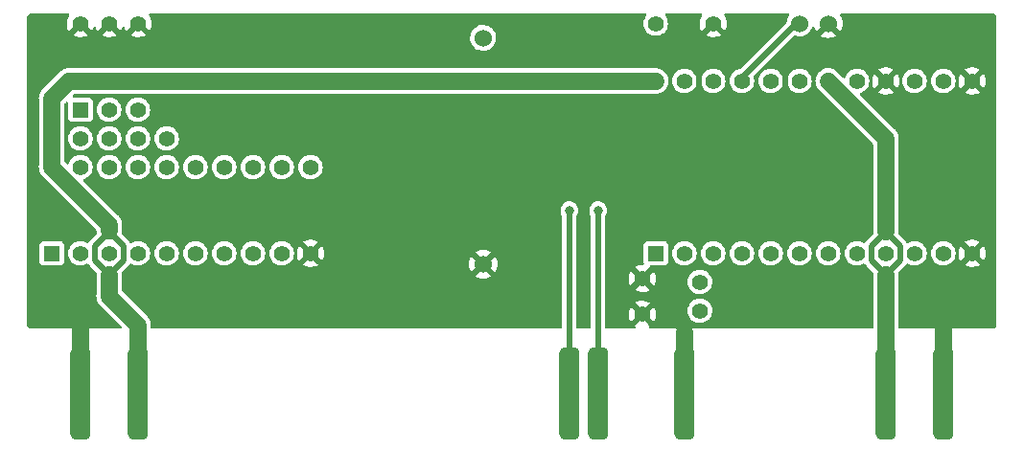
<source format=gbr>
%TF.GenerationSoftware,KiCad,Pcbnew,(6.0.8)*%
%TF.CreationDate,2024-04-27T10:12:53+02:00*%
%TF.ProjectId,RTC8088,52544338-3038-4382-9e6b-696361645f70,3.0*%
%TF.SameCoordinates,Original*%
%TF.FileFunction,Copper,L2,Bot*%
%TF.FilePolarity,Positive*%
%FSLAX46Y46*%
G04 Gerber Fmt 4.6, Leading zero omitted, Abs format (unit mm)*
G04 Created by KiCad (PCBNEW (6.0.8)) date 2024-04-27 10:12:53*
%MOMM*%
%LPD*%
G01*
G04 APERTURE LIST*
G04 Aperture macros list*
%AMRoundRect*
0 Rectangle with rounded corners*
0 $1 Rounding radius*
0 $2 $3 $4 $5 $6 $7 $8 $9 X,Y pos of 4 corners*
0 Add a 4 corners polygon primitive as box body*
4,1,4,$2,$3,$4,$5,$6,$7,$8,$9,$2,$3,0*
0 Add four circle primitives for the rounded corners*
1,1,$1+$1,$2,$3*
1,1,$1+$1,$4,$5*
1,1,$1+$1,$6,$7*
1,1,$1+$1,$8,$9*
0 Add four rect primitives between the rounded corners*
20,1,$1+$1,$2,$3,$4,$5,0*
20,1,$1+$1,$4,$5,$6,$7,0*
20,1,$1+$1,$6,$7,$8,$9,0*
20,1,$1+$1,$8,$9,$2,$3,0*%
G04 Aperture macros list end*
%TA.AperFunction,ComponentPad*%
%ADD10R,1.397000X1.397000*%
%TD*%
%TA.AperFunction,ComponentPad*%
%ADD11C,1.397000*%
%TD*%
%TA.AperFunction,ComponentPad*%
%ADD12C,1.524000*%
%TD*%
%TA.AperFunction,ConnectorPad*%
%ADD13RoundRect,0.444500X-0.444500X-3.619500X0.444500X-3.619500X0.444500X3.619500X-0.444500X3.619500X0*%
%TD*%
%TA.AperFunction,ViaPad*%
%ADD14C,0.800000*%
%TD*%
%TA.AperFunction,Conductor*%
%ADD15C,0.500000*%
%TD*%
%TA.AperFunction,Conductor*%
%ADD16C,1.500000*%
%TD*%
G04 APERTURE END LIST*
D10*
%TO.P,U1,1,MOT*%
%TO.N,unconnected-(U1-Pad1)*%
X165100000Y-78740000D03*
D11*
%TO.P,U1,2,X1*%
%TO.N,Net-(U1-Pad2)*%
X167640000Y-78740000D03*
%TO.P,U1,3,X2*%
%TO.N,Net-(U1-Pad3)*%
X170180000Y-78740000D03*
%TO.P,U1,4,AD0*%
%TO.N,/D0*%
X172720000Y-78740000D03*
%TO.P,U1,5,AD1*%
%TO.N,/D1*%
X175260000Y-78740000D03*
%TO.P,U1,6,AD2*%
%TO.N,/D2*%
X177800000Y-78740000D03*
%TO.P,U1,7,AD3*%
%TO.N,/D3*%
X180340000Y-78740000D03*
%TO.P,U1,8,AD4*%
%TO.N,/D4*%
X182880000Y-78740000D03*
%TO.P,U1,9,AD5*%
%TO.N,/D5*%
X185420000Y-78740000D03*
%TO.P,U1,10,AD6*%
%TO.N,/D6*%
X187960000Y-78740000D03*
%TO.P,U1,11,AD7*%
%TO.N,/D7*%
X190500000Y-78740000D03*
%TO.P,U1,12,GND*%
%TO.N,GND*%
X193040000Y-78740000D03*
%TO.P,U1,13,~{CS}*%
X193040000Y-63500000D03*
%TO.P,U1,14,AS*%
%TO.N,/RTCALE*%
X190500000Y-63500000D03*
%TO.P,U1,15,R/~{W}*%
%TO.N,/RTCWR*%
X187960000Y-63500000D03*
%TO.P,U1,16,GND*%
%TO.N,GND*%
X185420000Y-63500000D03*
%TO.P,U1,17,DS*%
%TO.N,/RTCRD*%
X182880000Y-63500000D03*
%TO.P,U1,18,~{RESET}*%
%TO.N,VCC*%
X180340000Y-63500000D03*
%TO.P,U1,19,~{IRQ}*%
%TO.N,/~{IRQ}*%
X177800000Y-63500000D03*
%TO.P,U1,20,VBAT*%
%TO.N,Net-(BT1-Pad1)*%
X175260000Y-63500000D03*
%TO.P,U1,21,~{RCLR}*%
%TO.N,Net-(JP1-Pad1)*%
X172720000Y-63500000D03*
%TO.P,U1,22,NC*%
%TO.N,unconnected-(U1-Pad22)*%
X170180000Y-63500000D03*
%TO.P,U1,23,SQW*%
%TO.N,unconnected-(U1-Pad23)*%
X167640000Y-63500000D03*
%TO.P,U1,24,VCC*%
%TO.N,VCC*%
X165100000Y-63500000D03*
%TD*%
D10*
%TO.P,RN1,1,common*%
%TO.N,VCC*%
X111760000Y-68580000D03*
D11*
%TO.P,RN1,2,R1*%
%TO.N,/AS0*%
X114300000Y-68580000D03*
%TO.P,RN1,3,R2*%
%TO.N,/AS1*%
X116840000Y-68580000D03*
%TO.P,RN1,4,R3*%
%TO.N,/AS2*%
X119380000Y-68580000D03*
%TO.P,RN1,5,R4*%
%TO.N,/~{IRQ}*%
X121920000Y-68580000D03*
%TD*%
D12*
%TO.P,JP1,1,A*%
%TO.N,Net-(JP1-Pad1)*%
X177800000Y-58420000D03*
%TO.P,JP1,2,B*%
%TO.N,GND*%
X180340000Y-58420000D03*
%TD*%
D10*
%TO.P,U2,1,I/CLK*%
%TO.N,/A0*%
X111760000Y-78740000D03*
D11*
%TO.P,U2,2,I1*%
%TO.N,/A2*%
X114300000Y-78740000D03*
%TO.P,U2,3,I2*%
%TO.N,/A3*%
X116840000Y-78740000D03*
%TO.P,U2,4,I3*%
%TO.N,/A4*%
X119380000Y-78740000D03*
%TO.P,U2,5,I4*%
%TO.N,/A5*%
X121920000Y-78740000D03*
%TO.P,U2,6,I5*%
%TO.N,/A6*%
X124460000Y-78740000D03*
%TO.P,U2,7,I6*%
%TO.N,/A7*%
X127000000Y-78740000D03*
%TO.P,U2,8,I7*%
%TO.N,/A8*%
X129540000Y-78740000D03*
%TO.P,U2,9,I8*%
%TO.N,/A9*%
X132080000Y-78740000D03*
%TO.P,U2,10,GND*%
%TO.N,GND*%
X134620000Y-78740000D03*
%TO.P,U2,11,I9/~{OE}*%
%TO.N,/AS2*%
X134620000Y-71120000D03*
%TO.P,U2,12,I/O8*%
%TO.N,/IOW*%
X132080000Y-71120000D03*
%TO.P,U2,13,I/O7*%
%TO.N,/IOR*%
X129540000Y-71120000D03*
%TO.P,U2,14,I/O6*%
%TO.N,/RTCALE*%
X127000000Y-71120000D03*
%TO.P,U2,15,I/O5*%
%TO.N,/RTCWR*%
X124460000Y-71120000D03*
%TO.P,U2,16,I/O4*%
%TO.N,/RTCRD*%
X121920000Y-71120000D03*
%TO.P,U2,17,I/O3*%
%TO.N,/AEN*%
X119380000Y-71120000D03*
%TO.P,U2,18,I/O2*%
%TO.N,/AS1*%
X116840000Y-71120000D03*
%TO.P,U2,19,I/O1*%
%TO.N,/AS0*%
X114300000Y-71120000D03*
%TO.P,U2,20,VCC*%
%TO.N,VCC*%
X111760000Y-71120000D03*
%TD*%
D10*
%TO.P,SW1,1*%
%TO.N,/AS0*%
X114300000Y-66040000D03*
D11*
%TO.P,SW1,2*%
%TO.N,/AS1*%
X116840000Y-66040000D03*
%TO.P,SW1,3*%
%TO.N,/AS2*%
X119380000Y-66040000D03*
%TO.P,SW1,4*%
%TO.N,GND*%
X119380000Y-58420000D03*
%TO.P,SW1,5*%
X116840000Y-58420000D03*
%TO.P,SW1,6*%
X114300000Y-58420000D03*
%TD*%
D13*
%TO.P,BUS1,1,GND*%
%TO.N,GND*%
X190500000Y-91122500D03*
%TO.P,BUS1,3,VCC*%
%TO.N,VCC*%
X185420000Y-91122500D03*
%TO.P,BUS1,10,GND*%
%TO.N,GND*%
X167640000Y-91122500D03*
%TO.P,BUS1,13,IOW*%
%TO.N,/IOW*%
X160020000Y-91122500D03*
%TO.P,BUS1,14,IOR*%
%TO.N,/IOR*%
X157480000Y-91122500D03*
%TO.P,BUS1,29,VCC*%
%TO.N,VCC*%
X119380000Y-91122500D03*
%TO.P,BUS1,31,GND*%
%TO.N,GND*%
X114300000Y-91122500D03*
%TD*%
D11*
%TO.P,Y1,1,1*%
%TO.N,Net-(U1-Pad2)*%
X168998685Y-81280000D03*
%TO.P,Y1,2,2*%
%TO.N,Net-(U1-Pad3)*%
X168998685Y-83820000D03*
%TO.P,Y1,3,3*%
%TO.N,GND*%
X163918685Y-84137500D03*
X163918685Y-80962500D03*
%TD*%
%TO.P,C1,1*%
%TO.N,VCC*%
X165100000Y-58420000D03*
%TO.P,C1,2*%
%TO.N,GND*%
X170180000Y-58420000D03*
%TD*%
D12*
%TO.P,BT1,1,+*%
%TO.N,Net-(BT1-Pad1)*%
X149860000Y-59692540D03*
%TO.P,BT1,2,-*%
%TO.N,GND*%
X149860000Y-79692500D03*
%TD*%
D14*
%TO.N,GND*%
X190817500Y-84455000D03*
X136525000Y-71120000D03*
X163830000Y-74930000D03*
X163830000Y-73660000D03*
X163830000Y-72390000D03*
X111760000Y-84455000D03*
%TO.N,/IOW*%
X160020000Y-74930000D03*
%TO.N,/IOR*%
X157480000Y-74930000D03*
%TD*%
D15*
%TO.N,GND*%
X163830000Y-72390000D02*
X163830000Y-73660000D01*
X176530000Y-64135000D02*
X174625000Y-66040000D01*
X163830000Y-71120000D02*
X163830000Y-72390000D01*
X163830000Y-71120000D02*
X151130000Y-71120000D01*
X168910000Y-59690000D02*
X170180000Y-58420000D01*
X118110000Y-59690000D02*
X119380000Y-58420000D01*
X191135000Y-61595000D02*
X193040000Y-63500000D01*
X162877500Y-79921315D02*
X162877500Y-75882500D01*
X191770000Y-64770000D02*
X193040000Y-63500000D01*
X191770000Y-80010000D02*
X193040000Y-78740000D01*
X151130000Y-78422500D02*
X151130000Y-71120000D01*
X174625000Y-66040000D02*
X168910000Y-66040000D01*
X115570000Y-59690000D02*
X116840000Y-58420000D01*
X151130000Y-78422500D02*
X149860000Y-79692500D01*
X167640000Y-85725000D02*
X167005000Y-85090000D01*
D16*
X190500000Y-84772500D02*
X190500000Y-91122500D01*
D15*
X168910000Y-66040000D02*
X168910000Y-59690000D01*
X176530000Y-62230000D02*
X176530000Y-64135000D01*
X168910000Y-66040000D02*
X163830000Y-71120000D01*
X162560000Y-82232500D02*
X163830000Y-80962500D01*
X164871185Y-85090000D02*
X163918685Y-84137500D01*
X163918685Y-80962500D02*
X162877500Y-79921315D01*
X191770000Y-83502500D02*
X191770000Y-80010000D01*
X111760000Y-84455000D02*
X112077500Y-84772500D01*
X185420000Y-63500000D02*
X187325000Y-61595000D01*
D16*
X114300000Y-84772500D02*
X114300000Y-91122500D01*
D15*
X193040000Y-78740000D02*
X191770000Y-77470000D01*
D16*
X190817500Y-84455000D02*
X190500000Y-84772500D01*
D15*
X162877500Y-75882500D02*
X163830000Y-74930000D01*
X163918685Y-84137500D02*
X162560000Y-82778815D01*
X110172500Y-62547500D02*
X114300000Y-58420000D01*
X187325000Y-61595000D02*
X191135000Y-61595000D01*
X116840000Y-58420000D02*
X118110000Y-59690000D01*
X112077500Y-84772500D02*
X114300000Y-84772500D01*
X180340000Y-58420000D02*
X185420000Y-63500000D01*
D16*
X167640000Y-91122500D02*
X167640000Y-85725000D01*
D15*
X180340000Y-58420000D02*
X176530000Y-62230000D01*
X162560000Y-82232500D02*
X162648685Y-82232500D01*
X151130000Y-71120000D02*
X136525000Y-71120000D01*
X110172500Y-82867500D02*
X110172500Y-62547500D01*
X111760000Y-84455000D02*
X110172500Y-82867500D01*
X114300000Y-58420000D02*
X115570000Y-59690000D01*
X190817500Y-84455000D02*
X191770000Y-83502500D01*
X163830000Y-73660000D02*
X163830000Y-74930000D01*
X162560000Y-82778815D02*
X162560000Y-82232500D01*
X167005000Y-85090000D02*
X164871185Y-85090000D01*
X191770000Y-77470000D02*
X191770000Y-64770000D01*
X162648685Y-82232500D02*
X163918685Y-80962500D01*
D16*
%TO.N,VCC*%
X119380000Y-91122500D02*
X119380000Y-85090000D01*
X185420000Y-68580000D02*
X180340000Y-63500000D01*
X111760000Y-71120000D02*
X111760000Y-68580000D01*
D15*
X184150000Y-78105000D02*
X184150000Y-79375000D01*
D16*
X111760000Y-65024000D02*
X111760000Y-68580000D01*
D15*
X116840000Y-80645000D02*
X115570000Y-79375000D01*
X185420000Y-76835000D02*
X184150000Y-78105000D01*
X118110000Y-79375000D02*
X118110000Y-78105000D01*
D16*
X185420000Y-76835000D02*
X185420000Y-68580000D01*
D15*
X115570000Y-78105000D02*
X116840000Y-76835000D01*
D16*
X113284000Y-63500000D02*
X111760000Y-65024000D01*
X111760000Y-71120000D02*
X116840000Y-76200000D01*
D15*
X185420000Y-76835000D02*
X186690000Y-78105000D01*
D16*
X165100000Y-63500000D02*
X113284000Y-63500000D01*
D15*
X186690000Y-79375000D02*
X185420000Y-80645000D01*
X184150000Y-79375000D02*
X185420000Y-80645000D01*
X186690000Y-78105000D02*
X186690000Y-79375000D01*
X116840000Y-80645000D02*
X118110000Y-79375000D01*
X118110000Y-78105000D02*
X116840000Y-76835000D01*
D16*
X116840000Y-76200000D02*
X116840000Y-76708000D01*
X116840000Y-82550000D02*
X116840000Y-80645000D01*
X119380000Y-85090000D02*
X116840000Y-82550000D01*
D15*
X115570000Y-79375000D02*
X115570000Y-78105000D01*
D16*
X185420000Y-91122500D02*
X185420000Y-80645000D01*
D15*
%TO.N,Net-(JP1-Pad1)*%
X172720000Y-63182500D02*
X177482500Y-58420000D01*
X172720000Y-63500000D02*
X172720000Y-63182500D01*
X177482500Y-58420000D02*
X177800000Y-58420000D01*
%TO.N,/IOW*%
X160020000Y-74930000D02*
X160020000Y-90805000D01*
%TO.N,/IOR*%
X157480000Y-74930000D02*
X157480000Y-90805000D01*
%TD*%
%TA.AperFunction,Conductor*%
%TO.N,GND*%
G36*
X113272351Y-57551502D02*
G01*
X113318844Y-57605158D01*
X113328948Y-57675432D01*
X113303180Y-57735506D01*
X113287386Y-57755541D01*
X113281118Y-57765192D01*
X113183256Y-57951198D01*
X113178851Y-57961832D01*
X113116522Y-58162563D01*
X113114130Y-58173817D01*
X113089425Y-58382547D01*
X113089124Y-58394048D01*
X113102871Y-58603779D01*
X113104672Y-58615149D01*
X113156409Y-58818863D01*
X113160250Y-58829710D01*
X113248247Y-59020592D01*
X113253996Y-59030549D01*
X113275112Y-59060427D01*
X113285701Y-59068815D01*
X113299000Y-59061788D01*
X114210905Y-58149884D01*
X114273217Y-58115859D01*
X114344033Y-58120924D01*
X114389095Y-58149884D01*
X115302609Y-59063398D01*
X115314987Y-59070156D01*
X115321566Y-59065231D01*
X115404095Y-58917865D01*
X115408771Y-58907362D01*
X115449435Y-58787570D01*
X115490272Y-58729494D01*
X115556025Y-58702715D01*
X115625817Y-58715736D01*
X115677490Y-58764423D01*
X115690872Y-58797058D01*
X115696411Y-58818869D01*
X115700250Y-58829710D01*
X115788247Y-59020592D01*
X115793996Y-59030549D01*
X115815112Y-59060427D01*
X115825701Y-59068815D01*
X115839000Y-59061788D01*
X116750905Y-58149884D01*
X116813217Y-58115859D01*
X116884033Y-58120924D01*
X116929095Y-58149884D01*
X117842609Y-59063398D01*
X117854987Y-59070156D01*
X117861566Y-59065231D01*
X117944095Y-58917865D01*
X117948771Y-58907362D01*
X117989435Y-58787570D01*
X118030272Y-58729494D01*
X118096025Y-58702715D01*
X118165817Y-58715736D01*
X118217490Y-58764423D01*
X118230872Y-58797058D01*
X118236411Y-58818869D01*
X118240250Y-58829710D01*
X118328247Y-59020592D01*
X118333996Y-59030549D01*
X118355112Y-59060427D01*
X118365701Y-59068815D01*
X118379000Y-59061788D01*
X119290905Y-58149884D01*
X119353217Y-58115859D01*
X119424033Y-58120924D01*
X119469095Y-58149884D01*
X120382609Y-59063398D01*
X120394987Y-59070156D01*
X120401566Y-59065231D01*
X120484095Y-58917865D01*
X120488771Y-58907362D01*
X120556334Y-58708328D01*
X120559019Y-58697145D01*
X120589475Y-58487088D01*
X120590105Y-58479705D01*
X120591572Y-58423704D01*
X120591329Y-58416305D01*
X120571908Y-58204945D01*
X120569811Y-58193630D01*
X120512758Y-57991336D01*
X120508636Y-57980597D01*
X120415673Y-57792085D01*
X120409663Y-57782278D01*
X120372782Y-57732889D01*
X120348050Y-57666340D01*
X120363224Y-57596984D01*
X120413486Y-57546841D01*
X120473740Y-57531500D01*
X164165322Y-57531500D01*
X164233443Y-57551502D01*
X164279936Y-57605158D01*
X164290040Y-57675432D01*
X164264272Y-57735505D01*
X164193935Y-57824727D01*
X164193928Y-57824737D01*
X164190355Y-57829270D01*
X164187666Y-57834381D01*
X164187664Y-57834384D01*
X164140989Y-57923098D01*
X164097935Y-58004931D01*
X164039075Y-58194493D01*
X164015745Y-58391608D01*
X164028727Y-58589673D01*
X164077586Y-58782056D01*
X164160685Y-58962313D01*
X164164018Y-58967029D01*
X164267986Y-59114140D01*
X164275243Y-59124409D01*
X164417422Y-59262913D01*
X164422226Y-59266123D01*
X164452805Y-59286555D01*
X164582461Y-59373189D01*
X164587764Y-59375467D01*
X164587767Y-59375469D01*
X164757181Y-59448255D01*
X164764832Y-59451542D01*
X164830014Y-59466291D01*
X164952791Y-59494073D01*
X164952796Y-59494074D01*
X164958428Y-59495348D01*
X164964199Y-59495575D01*
X164964201Y-59495575D01*
X165023262Y-59497895D01*
X165156765Y-59503141D01*
X165267301Y-59487114D01*
X165347487Y-59475488D01*
X165347492Y-59475487D01*
X165353201Y-59474659D01*
X165377853Y-59466291D01*
X165477945Y-59432314D01*
X169532046Y-59432314D01*
X169541928Y-59444803D01*
X169597041Y-59481627D01*
X169607146Y-59487114D01*
X169800267Y-59570086D01*
X169811210Y-59573641D01*
X170016209Y-59620028D01*
X170027618Y-59621530D01*
X170237645Y-59629781D01*
X170249129Y-59629179D01*
X170457145Y-59599019D01*
X170468328Y-59596334D01*
X170667362Y-59528771D01*
X170677865Y-59524095D01*
X170820404Y-59444270D01*
X170830266Y-59434194D01*
X170827311Y-59426522D01*
X170192811Y-58792021D01*
X170178868Y-58784408D01*
X170177034Y-58784539D01*
X170170420Y-58788790D01*
X169538239Y-59420972D01*
X169532046Y-59432314D01*
X165477945Y-59432314D01*
X165541158Y-59410856D01*
X165714339Y-59313870D01*
X165760104Y-59275808D01*
X165862509Y-59190638D01*
X165866947Y-59186947D01*
X165933378Y-59107072D01*
X165990179Y-59038777D01*
X165993870Y-59034339D01*
X166090856Y-58861158D01*
X166154659Y-58673201D01*
X166155487Y-58667492D01*
X166155488Y-58667487D01*
X166182608Y-58480438D01*
X166183141Y-58476765D01*
X166184627Y-58420000D01*
X166166465Y-58222342D01*
X166161322Y-58204104D01*
X166127081Y-58082696D01*
X166112587Y-58031304D01*
X166024797Y-57853284D01*
X165934893Y-57732888D01*
X165910161Y-57666340D01*
X165925335Y-57596984D01*
X165975597Y-57546841D01*
X166035851Y-57531500D01*
X169084230Y-57531500D01*
X169152351Y-57551502D01*
X169198844Y-57605158D01*
X169208948Y-57675432D01*
X169183180Y-57735506D01*
X169167386Y-57755541D01*
X169161118Y-57765192D01*
X169063256Y-57951198D01*
X169058851Y-57961832D01*
X168996522Y-58162563D01*
X168994130Y-58173817D01*
X168969425Y-58382547D01*
X168969124Y-58394048D01*
X168982871Y-58603779D01*
X168984672Y-58615149D01*
X169036409Y-58818863D01*
X169040250Y-58829710D01*
X169128247Y-59020592D01*
X169133996Y-59030549D01*
X169155112Y-59060427D01*
X169165701Y-59068815D01*
X169179000Y-59061788D01*
X170090905Y-58149884D01*
X170153217Y-58115859D01*
X170224033Y-58120924D01*
X170269095Y-58149884D01*
X171182609Y-59063398D01*
X171194987Y-59070156D01*
X171201566Y-59065231D01*
X171284095Y-58917865D01*
X171288771Y-58907362D01*
X171356334Y-58708328D01*
X171359019Y-58697145D01*
X171389475Y-58487088D01*
X171390105Y-58479705D01*
X171391572Y-58423704D01*
X171391329Y-58416305D01*
X171371908Y-58204945D01*
X171369811Y-58193630D01*
X171312758Y-57991336D01*
X171308636Y-57980597D01*
X171215673Y-57792085D01*
X171209663Y-57782278D01*
X171172782Y-57732889D01*
X171148050Y-57666340D01*
X171163224Y-57596984D01*
X171213486Y-57546841D01*
X171273740Y-57531500D01*
X176784458Y-57531500D01*
X176852579Y-57551502D01*
X176899072Y-57605158D01*
X176909176Y-57675432D01*
X176883408Y-57735506D01*
X176860006Y-57765192D01*
X176836872Y-57794537D01*
X176834181Y-57799653D01*
X176834179Y-57799655D01*
X176803239Y-57858463D01*
X176739018Y-57980527D01*
X176676696Y-58181234D01*
X176676018Y-58186966D01*
X176676017Y-58186969D01*
X176661494Y-58309677D01*
X176633624Y-58374974D01*
X176625462Y-58383962D01*
X172609844Y-62399580D01*
X172542087Y-62434665D01*
X172468068Y-62447384D01*
X172439278Y-62452331D01*
X172253056Y-62521032D01*
X172248094Y-62523984D01*
X172244428Y-62526165D01*
X172082472Y-62622518D01*
X171933239Y-62753392D01*
X171929664Y-62757927D01*
X171929663Y-62757928D01*
X171916801Y-62774243D01*
X171810355Y-62909270D01*
X171807666Y-62914381D01*
X171807664Y-62914384D01*
X171794792Y-62938850D01*
X171717935Y-63084931D01*
X171659075Y-63274493D01*
X171635745Y-63471608D01*
X171648727Y-63669673D01*
X171697586Y-63862056D01*
X171780685Y-64042313D01*
X171784018Y-64047029D01*
X171869435Y-64167891D01*
X171895243Y-64204409D01*
X171899385Y-64208444D01*
X171954885Y-64262509D01*
X172037422Y-64342913D01*
X172042226Y-64346123D01*
X172113684Y-64393870D01*
X172202461Y-64453189D01*
X172207764Y-64455467D01*
X172207767Y-64455469D01*
X172379525Y-64529262D01*
X172384832Y-64531542D01*
X172435633Y-64543037D01*
X172572791Y-64574073D01*
X172572796Y-64574074D01*
X172578428Y-64575348D01*
X172584199Y-64575575D01*
X172584201Y-64575575D01*
X172643262Y-64577895D01*
X172776765Y-64583141D01*
X172887301Y-64567114D01*
X172967487Y-64555488D01*
X172967492Y-64555487D01*
X172973201Y-64554659D01*
X173161158Y-64490856D01*
X173334339Y-64393870D01*
X173342898Y-64386752D01*
X173482509Y-64270638D01*
X173486947Y-64266947D01*
X173613870Y-64114339D01*
X173710856Y-63941158D01*
X173774659Y-63753201D01*
X173775487Y-63747492D01*
X173775488Y-63747487D01*
X173801644Y-63567088D01*
X173803141Y-63556765D01*
X173804627Y-63500000D01*
X173802018Y-63471608D01*
X174175745Y-63471608D01*
X174188727Y-63669673D01*
X174237586Y-63862056D01*
X174320685Y-64042313D01*
X174324018Y-64047029D01*
X174409435Y-64167891D01*
X174435243Y-64204409D01*
X174439385Y-64208444D01*
X174494885Y-64262509D01*
X174577422Y-64342913D01*
X174582226Y-64346123D01*
X174653684Y-64393870D01*
X174742461Y-64453189D01*
X174747764Y-64455467D01*
X174747767Y-64455469D01*
X174919525Y-64529262D01*
X174924832Y-64531542D01*
X174975633Y-64543037D01*
X175112791Y-64574073D01*
X175112796Y-64574074D01*
X175118428Y-64575348D01*
X175124199Y-64575575D01*
X175124201Y-64575575D01*
X175183262Y-64577895D01*
X175316765Y-64583141D01*
X175427301Y-64567114D01*
X175507487Y-64555488D01*
X175507492Y-64555487D01*
X175513201Y-64554659D01*
X175701158Y-64490856D01*
X175874339Y-64393870D01*
X175882898Y-64386752D01*
X176022509Y-64270638D01*
X176026947Y-64266947D01*
X176153870Y-64114339D01*
X176250856Y-63941158D01*
X176314659Y-63753201D01*
X176315487Y-63747492D01*
X176315488Y-63747487D01*
X176341644Y-63567088D01*
X176343141Y-63556765D01*
X176344627Y-63500000D01*
X176342018Y-63471608D01*
X176715745Y-63471608D01*
X176728727Y-63669673D01*
X176777586Y-63862056D01*
X176860685Y-64042313D01*
X176864018Y-64047029D01*
X176949435Y-64167891D01*
X176975243Y-64204409D01*
X176979385Y-64208444D01*
X177034885Y-64262509D01*
X177117422Y-64342913D01*
X177122226Y-64346123D01*
X177193684Y-64393870D01*
X177282461Y-64453189D01*
X177287764Y-64455467D01*
X177287767Y-64455469D01*
X177459525Y-64529262D01*
X177464832Y-64531542D01*
X177515633Y-64543037D01*
X177652791Y-64574073D01*
X177652796Y-64574074D01*
X177658428Y-64575348D01*
X177664199Y-64575575D01*
X177664201Y-64575575D01*
X177723262Y-64577895D01*
X177856765Y-64583141D01*
X177967301Y-64567114D01*
X178047487Y-64555488D01*
X178047492Y-64555487D01*
X178053201Y-64554659D01*
X178241158Y-64490856D01*
X178414339Y-64393870D01*
X178422898Y-64386752D01*
X178562509Y-64270638D01*
X178566947Y-64266947D01*
X178693870Y-64114339D01*
X178790856Y-63941158D01*
X178854659Y-63753201D01*
X178855487Y-63747492D01*
X178855488Y-63747487D01*
X178881644Y-63567088D01*
X178883141Y-63556765D01*
X178884627Y-63500000D01*
X178866465Y-63302342D01*
X178858368Y-63273630D01*
X178819489Y-63135777D01*
X178812587Y-63111304D01*
X178724797Y-62933284D01*
X178606035Y-62774243D01*
X178592982Y-62762177D01*
X178464520Y-62643428D01*
X178464518Y-62643426D01*
X178460279Y-62639508D01*
X178292410Y-62533590D01*
X178287050Y-62531452D01*
X178287047Y-62531450D01*
X178175150Y-62486808D01*
X178108051Y-62460038D01*
X178102394Y-62458913D01*
X178102388Y-62458911D01*
X177919041Y-62422442D01*
X177919039Y-62422442D01*
X177913374Y-62421315D01*
X177907599Y-62421239D01*
X177907595Y-62421239D01*
X177808638Y-62419944D01*
X177714901Y-62418717D01*
X177709204Y-62419696D01*
X177709203Y-62419696D01*
X177573872Y-62442950D01*
X177519278Y-62452331D01*
X177333056Y-62521032D01*
X177328094Y-62523984D01*
X177324428Y-62526165D01*
X177162472Y-62622518D01*
X177013239Y-62753392D01*
X177009664Y-62757927D01*
X177009663Y-62757928D01*
X176996801Y-62774243D01*
X176890355Y-62909270D01*
X176887666Y-62914381D01*
X176887664Y-62914384D01*
X176874792Y-62938850D01*
X176797935Y-63084931D01*
X176739075Y-63274493D01*
X176715745Y-63471608D01*
X176342018Y-63471608D01*
X176326465Y-63302342D01*
X176318368Y-63273630D01*
X176279489Y-63135777D01*
X176272587Y-63111304D01*
X176184797Y-62933284D01*
X176066035Y-62774243D01*
X176052982Y-62762177D01*
X175924520Y-62643428D01*
X175924518Y-62643426D01*
X175920279Y-62639508D01*
X175752410Y-62533590D01*
X175747050Y-62531452D01*
X175747047Y-62531450D01*
X175635150Y-62486808D01*
X175568051Y-62460038D01*
X175562394Y-62458913D01*
X175562388Y-62458911D01*
X175379041Y-62422442D01*
X175379039Y-62422442D01*
X175373374Y-62421315D01*
X175367599Y-62421239D01*
X175367595Y-62421239D01*
X175268638Y-62419944D01*
X175174901Y-62418717D01*
X175169204Y-62419696D01*
X175169203Y-62419696D01*
X175033872Y-62442950D01*
X174979278Y-62452331D01*
X174793056Y-62521032D01*
X174788094Y-62523984D01*
X174784428Y-62526165D01*
X174622472Y-62622518D01*
X174473239Y-62753392D01*
X174469664Y-62757927D01*
X174469663Y-62757928D01*
X174456801Y-62774243D01*
X174350355Y-62909270D01*
X174347666Y-62914381D01*
X174347664Y-62914384D01*
X174334792Y-62938850D01*
X174257935Y-63084931D01*
X174199075Y-63274493D01*
X174175745Y-63471608D01*
X173802018Y-63471608D01*
X173786465Y-63302342D01*
X173778368Y-63273630D01*
X173742004Y-63144694D01*
X173742764Y-63073702D01*
X173774178Y-63021398D01*
X177271611Y-59523965D01*
X177333923Y-59489939D01*
X177410442Y-59497292D01*
X177439817Y-59509912D01*
X177439821Y-59509913D01*
X177445125Y-59512192D01*
X177450754Y-59513466D01*
X177450755Y-59513466D01*
X177644467Y-59557299D01*
X177644473Y-59557300D01*
X177650104Y-59558574D01*
X177655875Y-59558801D01*
X177655877Y-59558801D01*
X177719433Y-59561298D01*
X177860103Y-59566825D01*
X178068088Y-59536669D01*
X178073552Y-59534814D01*
X178073557Y-59534813D01*
X178238634Y-59478777D01*
X179645777Y-59478777D01*
X179655074Y-59490793D01*
X179698069Y-59520898D01*
X179707555Y-59526376D01*
X179898993Y-59615645D01*
X179909285Y-59619391D01*
X180113309Y-59674059D01*
X180124104Y-59675962D01*
X180334525Y-59694372D01*
X180345475Y-59694372D01*
X180555896Y-59675962D01*
X180566691Y-59674059D01*
X180770715Y-59619391D01*
X180781007Y-59615645D01*
X180972445Y-59526376D01*
X180981931Y-59520898D01*
X181025764Y-59490207D01*
X181034139Y-59479729D01*
X181027071Y-59466281D01*
X180352812Y-58792022D01*
X180338868Y-58784408D01*
X180337035Y-58784539D01*
X180330420Y-58788790D01*
X179652207Y-59467003D01*
X179645777Y-59478777D01*
X178238634Y-59478777D01*
X178261624Y-59470973D01*
X178261629Y-59470971D01*
X178267096Y-59469115D01*
X178272157Y-59466281D01*
X178353061Y-59420972D01*
X178450460Y-59366426D01*
X178612041Y-59232041D01*
X178746426Y-59070460D01*
X178830579Y-58920195D01*
X178846291Y-58892139D01*
X178846292Y-58892137D01*
X178849115Y-58887096D01*
X178883953Y-58784467D01*
X178924789Y-58726392D01*
X178990541Y-58699613D01*
X179060334Y-58712634D01*
X179112007Y-58761320D01*
X179124971Y-58792357D01*
X179140606Y-58850707D01*
X179144355Y-58861007D01*
X179233623Y-59052441D01*
X179239103Y-59061932D01*
X179269794Y-59105765D01*
X179280271Y-59114140D01*
X179293718Y-59107072D01*
X180250905Y-58149885D01*
X180313217Y-58115859D01*
X180384032Y-58120924D01*
X180429095Y-58149885D01*
X181387003Y-59107793D01*
X181398777Y-59114223D01*
X181410793Y-59104926D01*
X181440897Y-59061932D01*
X181446377Y-59052441D01*
X181535645Y-58861007D01*
X181539391Y-58850715D01*
X181594059Y-58646691D01*
X181595962Y-58635896D01*
X181614372Y-58425475D01*
X181614372Y-58414525D01*
X181595962Y-58204104D01*
X181594059Y-58193309D01*
X181539391Y-57989285D01*
X181535645Y-57978993D01*
X181446376Y-57787556D01*
X181440903Y-57778078D01*
X181407078Y-57729770D01*
X181384391Y-57662496D01*
X181401676Y-57593636D01*
X181453446Y-57545052D01*
X181510292Y-57531500D01*
X194905060Y-57531500D01*
X194924771Y-57533051D01*
X194935205Y-57534704D01*
X194935208Y-57534704D01*
X194945000Y-57536255D01*
X194954797Y-57534703D01*
X194955305Y-57534703D01*
X194975029Y-57536256D01*
X194978027Y-57536731D01*
X194980623Y-57537142D01*
X195049994Y-57572494D01*
X195157506Y-57680006D01*
X195192858Y-57749377D01*
X195193744Y-57754967D01*
X195195297Y-57774695D01*
X195195297Y-57775203D01*
X195193745Y-57785000D01*
X195195296Y-57794792D01*
X195195296Y-57794795D01*
X195196949Y-57805229D01*
X195198500Y-57824940D01*
X195198500Y-85101810D01*
X195178498Y-85169931D01*
X195161595Y-85190905D01*
X194981905Y-85370595D01*
X194919593Y-85404621D01*
X194892810Y-85407500D01*
X186677500Y-85407500D01*
X186609379Y-85387498D01*
X186562886Y-85333842D01*
X186551500Y-85281500D01*
X186551500Y-80591054D01*
X186543226Y-80504332D01*
X186541070Y-80481733D01*
X186554511Y-80412020D01*
X186577405Y-80380671D01*
X187081030Y-79877046D01*
X187089272Y-79869546D01*
X187095732Y-79865446D01*
X187142198Y-79815965D01*
X187144953Y-79813123D01*
X187164631Y-79793445D01*
X187167091Y-79790273D01*
X187174795Y-79781253D01*
X187183915Y-79771542D01*
X187204955Y-79749136D01*
X187214670Y-79731465D01*
X187225516Y-79714953D01*
X187237879Y-79699015D01*
X187237879Y-79699014D01*
X187240355Y-79700934D01*
X187281634Y-79662420D01*
X187351489Y-79649740D01*
X187408156Y-79670267D01*
X187442461Y-79693189D01*
X187447764Y-79695467D01*
X187447767Y-79695469D01*
X187609901Y-79765127D01*
X187624832Y-79771542D01*
X187667749Y-79781253D01*
X187812791Y-79814073D01*
X187812796Y-79814074D01*
X187818428Y-79815348D01*
X187824199Y-79815575D01*
X187824201Y-79815575D01*
X187883262Y-79817895D01*
X188016765Y-79823141D01*
X188127301Y-79807114D01*
X188207487Y-79795488D01*
X188207492Y-79795487D01*
X188213201Y-79794659D01*
X188226096Y-79790282D01*
X188347307Y-79749136D01*
X188401158Y-79730856D01*
X188574339Y-79633870D01*
X188726947Y-79506947D01*
X188853870Y-79354339D01*
X188950856Y-79181158D01*
X188991964Y-79060059D01*
X189012803Y-78998669D01*
X189012803Y-78998668D01*
X189014659Y-78993201D01*
X189015487Y-78987492D01*
X189015488Y-78987487D01*
X189042608Y-78800438D01*
X189043141Y-78796765D01*
X189044627Y-78740000D01*
X189042018Y-78711608D01*
X189415745Y-78711608D01*
X189428727Y-78909673D01*
X189477586Y-79102056D01*
X189560685Y-79282313D01*
X189564018Y-79287029D01*
X189636902Y-79390157D01*
X189675243Y-79444409D01*
X189817422Y-79582913D01*
X189982461Y-79693189D01*
X189987764Y-79695467D01*
X189987767Y-79695469D01*
X190149901Y-79765127D01*
X190164832Y-79771542D01*
X190207749Y-79781253D01*
X190352791Y-79814073D01*
X190352796Y-79814074D01*
X190358428Y-79815348D01*
X190364199Y-79815575D01*
X190364201Y-79815575D01*
X190423262Y-79817895D01*
X190556765Y-79823141D01*
X190667301Y-79807114D01*
X190747487Y-79795488D01*
X190747492Y-79795487D01*
X190753201Y-79794659D01*
X190766096Y-79790282D01*
X190877945Y-79752314D01*
X192392046Y-79752314D01*
X192401928Y-79764803D01*
X192457041Y-79801627D01*
X192467146Y-79807114D01*
X192660267Y-79890086D01*
X192671210Y-79893641D01*
X192876209Y-79940028D01*
X192887618Y-79941530D01*
X193097645Y-79949781D01*
X193109129Y-79949179D01*
X193317145Y-79919019D01*
X193328328Y-79916334D01*
X193527362Y-79848771D01*
X193537865Y-79844095D01*
X193680404Y-79764270D01*
X193690266Y-79754194D01*
X193687311Y-79746522D01*
X193052811Y-79112021D01*
X193038868Y-79104408D01*
X193037034Y-79104539D01*
X193030420Y-79108790D01*
X192398239Y-79740972D01*
X192392046Y-79752314D01*
X190877945Y-79752314D01*
X190887307Y-79749136D01*
X190941158Y-79730856D01*
X191114339Y-79633870D01*
X191266947Y-79506947D01*
X191393870Y-79354339D01*
X191490856Y-79181158D01*
X191531964Y-79060059D01*
X191552803Y-78998669D01*
X191552803Y-78998668D01*
X191554659Y-78993201D01*
X191555487Y-78987492D01*
X191555488Y-78987487D01*
X191582609Y-78800437D01*
X191582610Y-78800430D01*
X191583141Y-78796765D01*
X191583231Y-78793322D01*
X191602735Y-78743140D01*
X191600588Y-78738734D01*
X191810961Y-78738734D01*
X191832231Y-78778986D01*
X191834485Y-78795841D01*
X191842871Y-78923779D01*
X191844672Y-78935149D01*
X191896409Y-79138863D01*
X191900250Y-79149710D01*
X191988247Y-79340592D01*
X191993996Y-79350549D01*
X192015112Y-79380427D01*
X192025702Y-79388816D01*
X192039001Y-79381788D01*
X192667979Y-78752811D01*
X192674356Y-78741132D01*
X193404408Y-78741132D01*
X193404539Y-78742966D01*
X193408790Y-78749580D01*
X194042611Y-79383400D01*
X194054986Y-79390157D01*
X194061566Y-79385231D01*
X194144095Y-79237865D01*
X194148771Y-79227362D01*
X194216334Y-79028328D01*
X194219019Y-79017145D01*
X194249475Y-78807088D01*
X194250105Y-78799705D01*
X194251572Y-78743704D01*
X194251329Y-78736305D01*
X194231908Y-78524945D01*
X194229811Y-78513630D01*
X194172758Y-78311336D01*
X194168636Y-78300597D01*
X194075671Y-78112083D01*
X194069665Y-78102281D01*
X194066510Y-78098056D01*
X194055251Y-78089606D01*
X194042834Y-78096377D01*
X193412021Y-78727189D01*
X193404408Y-78741132D01*
X192674356Y-78741132D01*
X192675592Y-78738868D01*
X192675461Y-78737034D01*
X192671210Y-78730420D01*
X192035603Y-78094814D01*
X192023228Y-78088057D01*
X192017262Y-78092523D01*
X191923256Y-78271198D01*
X191918851Y-78281832D01*
X191856522Y-78482563D01*
X191854130Y-78493817D01*
X191830583Y-78692762D01*
X191810961Y-78738734D01*
X191600588Y-78738734D01*
X191581225Y-78698994D01*
X191579985Y-78689481D01*
X191566994Y-78548099D01*
X191566465Y-78542342D01*
X191558368Y-78513630D01*
X191531433Y-78418128D01*
X191512587Y-78351304D01*
X191424797Y-78173284D01*
X191306035Y-78014243D01*
X191291510Y-78000816D01*
X191164520Y-77883428D01*
X191164518Y-77883426D01*
X191160279Y-77879508D01*
X191049368Y-77809528D01*
X190997290Y-77776669D01*
X190997289Y-77776669D01*
X190992410Y-77773590D01*
X190987050Y-77771452D01*
X190987047Y-77771450D01*
X190875150Y-77726808D01*
X192390921Y-77726808D01*
X192394407Y-77735196D01*
X193027189Y-78367979D01*
X193041132Y-78375592D01*
X193042966Y-78375461D01*
X193049580Y-78371210D01*
X193681700Y-77739089D01*
X193688457Y-77726714D01*
X193682427Y-77718658D01*
X193594972Y-77663478D01*
X193584721Y-77658254D01*
X193389497Y-77580368D01*
X193378469Y-77577101D01*
X193172322Y-77536096D01*
X193160875Y-77534893D01*
X192950716Y-77532142D01*
X192939236Y-77533045D01*
X192732087Y-77568640D01*
X192720979Y-77571617D01*
X192523782Y-77644366D01*
X192513400Y-77649318D01*
X192400519Y-77716475D01*
X192390921Y-77726808D01*
X190875150Y-77726808D01*
X190808051Y-77700038D01*
X190802394Y-77698913D01*
X190802388Y-77698911D01*
X190619041Y-77662442D01*
X190619039Y-77662442D01*
X190613374Y-77661315D01*
X190607599Y-77661239D01*
X190607595Y-77661239D01*
X190508638Y-77659944D01*
X190414901Y-77658717D01*
X190409204Y-77659696D01*
X190409203Y-77659696D01*
X190224975Y-77691352D01*
X190219278Y-77692331D01*
X190033056Y-77761032D01*
X190028094Y-77763984D01*
X190015545Y-77771450D01*
X189862472Y-77862518D01*
X189713239Y-77993392D01*
X189709664Y-77997927D01*
X189709663Y-77997928D01*
X189696801Y-78014243D01*
X189590355Y-78149270D01*
X189587666Y-78154381D01*
X189587664Y-78154384D01*
X189540989Y-78243098D01*
X189497935Y-78324931D01*
X189439075Y-78514493D01*
X189415745Y-78711608D01*
X189042018Y-78711608D01*
X189026465Y-78542342D01*
X189018368Y-78513630D01*
X188991433Y-78418128D01*
X188972587Y-78351304D01*
X188884797Y-78173284D01*
X188766035Y-78014243D01*
X188751510Y-78000816D01*
X188624520Y-77883428D01*
X188624518Y-77883426D01*
X188620279Y-77879508D01*
X188509368Y-77809528D01*
X188457290Y-77776669D01*
X188457289Y-77776669D01*
X188452410Y-77773590D01*
X188447050Y-77771452D01*
X188447047Y-77771450D01*
X188335150Y-77726808D01*
X188268051Y-77700038D01*
X188262394Y-77698913D01*
X188262388Y-77698911D01*
X188079041Y-77662442D01*
X188079039Y-77662442D01*
X188073374Y-77661315D01*
X188067599Y-77661239D01*
X188067595Y-77661239D01*
X187968638Y-77659944D01*
X187874901Y-77658717D01*
X187869204Y-77659696D01*
X187869203Y-77659696D01*
X187684975Y-77691352D01*
X187679278Y-77692331D01*
X187493056Y-77761032D01*
X187488094Y-77763984D01*
X187401666Y-77815403D01*
X187332895Y-77833043D01*
X187265505Y-77810702D01*
X187235308Y-77781181D01*
X187221889Y-77762711D01*
X187215378Y-77752798D01*
X187196985Y-77721697D01*
X187196984Y-77721695D01*
X187192949Y-77714873D01*
X187178693Y-77700617D01*
X187165852Y-77685583D01*
X187158662Y-77675687D01*
X187154002Y-77669273D01*
X187120057Y-77641191D01*
X187111278Y-77633202D01*
X186577859Y-77099783D01*
X186543833Y-77037471D01*
X186543289Y-76986541D01*
X186551222Y-76945917D01*
X186551500Y-76940233D01*
X186551500Y-68686202D01*
X186552432Y-68675159D01*
X186552150Y-68675138D01*
X186552589Y-68669164D01*
X186553595Y-68663246D01*
X186551530Y-68568607D01*
X186551500Y-68565858D01*
X186551500Y-68526054D01*
X186550773Y-68518437D01*
X186550234Y-68509227D01*
X186549016Y-68453383D01*
X186549016Y-68453381D01*
X186548885Y-68447386D01*
X186541653Y-68413794D01*
X186539401Y-68399243D01*
X186537788Y-68382342D01*
X186536140Y-68365065D01*
X186533039Y-68354493D01*
X186518733Y-68305730D01*
X186516460Y-68296779D01*
X186504704Y-68242174D01*
X186503442Y-68236312D01*
X186489995Y-68204709D01*
X186485030Y-68190845D01*
X186483644Y-68186122D01*
X186475361Y-68157886D01*
X186447037Y-68102892D01*
X186443121Y-68094551D01*
X186421252Y-68043155D01*
X186418905Y-68037639D01*
X186405995Y-68018463D01*
X186399723Y-68009146D01*
X186392227Y-67996471D01*
X186379247Y-67971268D01*
X186379245Y-67971265D01*
X186376501Y-67965937D01*
X186338296Y-67917299D01*
X186332863Y-67909835D01*
X186300867Y-67862309D01*
X186300859Y-67862298D01*
X186298325Y-67858535D01*
X186294502Y-67854320D01*
X186273360Y-67833177D01*
X186263374Y-67821919D01*
X186246835Y-67800865D01*
X186243128Y-67796146D01*
X186195066Y-67754440D01*
X186188551Y-67748369D01*
X183173182Y-64733000D01*
X183139156Y-64670688D01*
X183144221Y-64599873D01*
X183186768Y-64543037D01*
X183221775Y-64524592D01*
X183222724Y-64524270D01*
X183257945Y-64512314D01*
X184772046Y-64512314D01*
X184781928Y-64524803D01*
X184837041Y-64561627D01*
X184847146Y-64567114D01*
X185040267Y-64650086D01*
X185051210Y-64653641D01*
X185256209Y-64700028D01*
X185267618Y-64701530D01*
X185477645Y-64709781D01*
X185489129Y-64709179D01*
X185697145Y-64679019D01*
X185708328Y-64676334D01*
X185907362Y-64608771D01*
X185917865Y-64604095D01*
X186060404Y-64524270D01*
X186070266Y-64514194D01*
X186067311Y-64506522D01*
X185432811Y-63872021D01*
X185418868Y-63864408D01*
X185417034Y-63864539D01*
X185410420Y-63868790D01*
X184778239Y-64500972D01*
X184772046Y-64512314D01*
X183257945Y-64512314D01*
X183321158Y-64490856D01*
X183494339Y-64393870D01*
X183502898Y-64386752D01*
X183642509Y-64270638D01*
X183646947Y-64266947D01*
X183773870Y-64114339D01*
X183870856Y-63941158D01*
X183934659Y-63753201D01*
X183935487Y-63747492D01*
X183935488Y-63747487D01*
X183962609Y-63560437D01*
X183962610Y-63560430D01*
X183963141Y-63556765D01*
X183963231Y-63553322D01*
X183982735Y-63503140D01*
X183980588Y-63498734D01*
X184190961Y-63498734D01*
X184212231Y-63538986D01*
X184214485Y-63555841D01*
X184222871Y-63683779D01*
X184224672Y-63695149D01*
X184276409Y-63898863D01*
X184280250Y-63909710D01*
X184368247Y-64100592D01*
X184373996Y-64110549D01*
X184395112Y-64140427D01*
X184405702Y-64148816D01*
X184419001Y-64141788D01*
X185047979Y-63512811D01*
X185054356Y-63501132D01*
X185784408Y-63501132D01*
X185784539Y-63502966D01*
X185788790Y-63509580D01*
X186422611Y-64143400D01*
X186434986Y-64150157D01*
X186441566Y-64145231D01*
X186524095Y-63997865D01*
X186528771Y-63987362D01*
X186596334Y-63788328D01*
X186599019Y-63777145D01*
X186629475Y-63567090D01*
X186630276Y-63557702D01*
X186650434Y-63505842D01*
X186648567Y-63502011D01*
X186857469Y-63502011D01*
X186879296Y-63543322D01*
X186881550Y-63560172D01*
X186888727Y-63669673D01*
X186937586Y-63862056D01*
X187020685Y-64042313D01*
X187024018Y-64047029D01*
X187109435Y-64167891D01*
X187135243Y-64204409D01*
X187139385Y-64208444D01*
X187194885Y-64262509D01*
X187277422Y-64342913D01*
X187282226Y-64346123D01*
X187353684Y-64393870D01*
X187442461Y-64453189D01*
X187447764Y-64455467D01*
X187447767Y-64455469D01*
X187619525Y-64529262D01*
X187624832Y-64531542D01*
X187675633Y-64543037D01*
X187812791Y-64574073D01*
X187812796Y-64574074D01*
X187818428Y-64575348D01*
X187824199Y-64575575D01*
X187824201Y-64575575D01*
X187883262Y-64577895D01*
X188016765Y-64583141D01*
X188127301Y-64567114D01*
X188207487Y-64555488D01*
X188207492Y-64555487D01*
X188213201Y-64554659D01*
X188401158Y-64490856D01*
X188574339Y-64393870D01*
X188582898Y-64386752D01*
X188722509Y-64270638D01*
X188726947Y-64266947D01*
X188853870Y-64114339D01*
X188950856Y-63941158D01*
X189014659Y-63753201D01*
X189015487Y-63747492D01*
X189015488Y-63747487D01*
X189041644Y-63567088D01*
X189043141Y-63556765D01*
X189044627Y-63500000D01*
X189042018Y-63471608D01*
X189415745Y-63471608D01*
X189428727Y-63669673D01*
X189477586Y-63862056D01*
X189560685Y-64042313D01*
X189564018Y-64047029D01*
X189649435Y-64167891D01*
X189675243Y-64204409D01*
X189679385Y-64208444D01*
X189734885Y-64262509D01*
X189817422Y-64342913D01*
X189822226Y-64346123D01*
X189893684Y-64393870D01*
X189982461Y-64453189D01*
X189987764Y-64455467D01*
X189987767Y-64455469D01*
X190159525Y-64529262D01*
X190164832Y-64531542D01*
X190215633Y-64543037D01*
X190352791Y-64574073D01*
X190352796Y-64574074D01*
X190358428Y-64575348D01*
X190364199Y-64575575D01*
X190364201Y-64575575D01*
X190423262Y-64577895D01*
X190556765Y-64583141D01*
X190667301Y-64567114D01*
X190747487Y-64555488D01*
X190747492Y-64555487D01*
X190753201Y-64554659D01*
X190877945Y-64512314D01*
X192392046Y-64512314D01*
X192401928Y-64524803D01*
X192457041Y-64561627D01*
X192467146Y-64567114D01*
X192660267Y-64650086D01*
X192671210Y-64653641D01*
X192876209Y-64700028D01*
X192887618Y-64701530D01*
X193097645Y-64709781D01*
X193109129Y-64709179D01*
X193317145Y-64679019D01*
X193328328Y-64676334D01*
X193527362Y-64608771D01*
X193537865Y-64604095D01*
X193680404Y-64524270D01*
X193690266Y-64514194D01*
X193687311Y-64506522D01*
X193052811Y-63872021D01*
X193038868Y-63864408D01*
X193037034Y-63864539D01*
X193030420Y-63868790D01*
X192398239Y-64500972D01*
X192392046Y-64512314D01*
X190877945Y-64512314D01*
X190941158Y-64490856D01*
X191114339Y-64393870D01*
X191122898Y-64386752D01*
X191262509Y-64270638D01*
X191266947Y-64266947D01*
X191393870Y-64114339D01*
X191490856Y-63941158D01*
X191554659Y-63753201D01*
X191555487Y-63747492D01*
X191555488Y-63747487D01*
X191582609Y-63560437D01*
X191582610Y-63560430D01*
X191583141Y-63556765D01*
X191583231Y-63553322D01*
X191602735Y-63503140D01*
X191600588Y-63498734D01*
X191810961Y-63498734D01*
X191832231Y-63538986D01*
X191834485Y-63555841D01*
X191842871Y-63683779D01*
X191844672Y-63695149D01*
X191896409Y-63898863D01*
X191900250Y-63909710D01*
X191988247Y-64100592D01*
X191993996Y-64110549D01*
X192015112Y-64140427D01*
X192025702Y-64148816D01*
X192039001Y-64141788D01*
X192667979Y-63512811D01*
X192674356Y-63501132D01*
X193404408Y-63501132D01*
X193404539Y-63502966D01*
X193408790Y-63509580D01*
X194042611Y-64143400D01*
X194054986Y-64150157D01*
X194061566Y-64145231D01*
X194144095Y-63997865D01*
X194148771Y-63987362D01*
X194216334Y-63788328D01*
X194219019Y-63777145D01*
X194249475Y-63567088D01*
X194250105Y-63559705D01*
X194251572Y-63503704D01*
X194251329Y-63496305D01*
X194231908Y-63284945D01*
X194229811Y-63273630D01*
X194172758Y-63071336D01*
X194168636Y-63060597D01*
X194075671Y-62872083D01*
X194069665Y-62862281D01*
X194066510Y-62858056D01*
X194055251Y-62849606D01*
X194042834Y-62856377D01*
X193412021Y-63487189D01*
X193404408Y-63501132D01*
X192674356Y-63501132D01*
X192675592Y-63498868D01*
X192675461Y-63497034D01*
X192671210Y-63490420D01*
X192035603Y-62854814D01*
X192023228Y-62848057D01*
X192017262Y-62852523D01*
X191923256Y-63031198D01*
X191918851Y-63041832D01*
X191856522Y-63242563D01*
X191854130Y-63253817D01*
X191830583Y-63452762D01*
X191810961Y-63498734D01*
X191600588Y-63498734D01*
X191581225Y-63458994D01*
X191579985Y-63449481D01*
X191566994Y-63308099D01*
X191566465Y-63302342D01*
X191558368Y-63273630D01*
X191519489Y-63135777D01*
X191512587Y-63111304D01*
X191424797Y-62933284D01*
X191306035Y-62774243D01*
X191292982Y-62762177D01*
X191164520Y-62643428D01*
X191164518Y-62643426D01*
X191160279Y-62639508D01*
X190992410Y-62533590D01*
X190987050Y-62531452D01*
X190987047Y-62531450D01*
X190875150Y-62486808D01*
X192390921Y-62486808D01*
X192394407Y-62495196D01*
X193027189Y-63127979D01*
X193041132Y-63135592D01*
X193042966Y-63135461D01*
X193049580Y-63131210D01*
X193681700Y-62499089D01*
X193688457Y-62486714D01*
X193682427Y-62478658D01*
X193594972Y-62423478D01*
X193584721Y-62418254D01*
X193389497Y-62340368D01*
X193378469Y-62337101D01*
X193172322Y-62296096D01*
X193160875Y-62294893D01*
X192950716Y-62292142D01*
X192939236Y-62293045D01*
X192732087Y-62328640D01*
X192720979Y-62331617D01*
X192523782Y-62404366D01*
X192513400Y-62409318D01*
X192400519Y-62476475D01*
X192390921Y-62486808D01*
X190875150Y-62486808D01*
X190808051Y-62460038D01*
X190802394Y-62458913D01*
X190802388Y-62458911D01*
X190619041Y-62422442D01*
X190619039Y-62422442D01*
X190613374Y-62421315D01*
X190607599Y-62421239D01*
X190607595Y-62421239D01*
X190508638Y-62419944D01*
X190414901Y-62418717D01*
X190409204Y-62419696D01*
X190409203Y-62419696D01*
X190273872Y-62442950D01*
X190219278Y-62452331D01*
X190033056Y-62521032D01*
X190028094Y-62523984D01*
X190024428Y-62526165D01*
X189862472Y-62622518D01*
X189713239Y-62753392D01*
X189709664Y-62757927D01*
X189709663Y-62757928D01*
X189696801Y-62774243D01*
X189590355Y-62909270D01*
X189587666Y-62914381D01*
X189587664Y-62914384D01*
X189574792Y-62938850D01*
X189497935Y-63084931D01*
X189439075Y-63274493D01*
X189415745Y-63471608D01*
X189042018Y-63471608D01*
X189026465Y-63302342D01*
X189018368Y-63273630D01*
X188979489Y-63135777D01*
X188972587Y-63111304D01*
X188884797Y-62933284D01*
X188766035Y-62774243D01*
X188752982Y-62762177D01*
X188624520Y-62643428D01*
X188624518Y-62643426D01*
X188620279Y-62639508D01*
X188452410Y-62533590D01*
X188447050Y-62531452D01*
X188447047Y-62531450D01*
X188335150Y-62486808D01*
X188268051Y-62460038D01*
X188262394Y-62458913D01*
X188262388Y-62458911D01*
X188079041Y-62422442D01*
X188079039Y-62422442D01*
X188073374Y-62421315D01*
X188067599Y-62421239D01*
X188067595Y-62421239D01*
X187968638Y-62419944D01*
X187874901Y-62418717D01*
X187869204Y-62419696D01*
X187869203Y-62419696D01*
X187733872Y-62442950D01*
X187679278Y-62452331D01*
X187493056Y-62521032D01*
X187488094Y-62523984D01*
X187484428Y-62526165D01*
X187322472Y-62622518D01*
X187173239Y-62753392D01*
X187169664Y-62757927D01*
X187169663Y-62757928D01*
X187156801Y-62774243D01*
X187050355Y-62909270D01*
X187047666Y-62914381D01*
X187047664Y-62914384D01*
X187034792Y-62938850D01*
X186957935Y-63084931D01*
X186899075Y-63274493D01*
X186898396Y-63280230D01*
X186877778Y-63454430D01*
X186857469Y-63502011D01*
X186648567Y-63502011D01*
X186628420Y-63460662D01*
X186627180Y-63451149D01*
X186611908Y-63284945D01*
X186609811Y-63273630D01*
X186552758Y-63071336D01*
X186548636Y-63060597D01*
X186455671Y-62872083D01*
X186449665Y-62862281D01*
X186446510Y-62858056D01*
X186435251Y-62849606D01*
X186422834Y-62856377D01*
X185792021Y-63487189D01*
X185784408Y-63501132D01*
X185054356Y-63501132D01*
X185055592Y-63498868D01*
X185055461Y-63497034D01*
X185051210Y-63490420D01*
X184415603Y-62854814D01*
X184403228Y-62848057D01*
X184397262Y-62852523D01*
X184303256Y-63031198D01*
X184298851Y-63041832D01*
X184236522Y-63242563D01*
X184234130Y-63253817D01*
X184210583Y-63452762D01*
X184190961Y-63498734D01*
X183980588Y-63498734D01*
X183961225Y-63458994D01*
X183959985Y-63449481D01*
X183946994Y-63308099D01*
X183946465Y-63302342D01*
X183938368Y-63273630D01*
X183899489Y-63135777D01*
X183892587Y-63111304D01*
X183804797Y-62933284D01*
X183686035Y-62774243D01*
X183672982Y-62762177D01*
X183544520Y-62643428D01*
X183544518Y-62643426D01*
X183540279Y-62639508D01*
X183372410Y-62533590D01*
X183367050Y-62531452D01*
X183367047Y-62531450D01*
X183255150Y-62486808D01*
X184770921Y-62486808D01*
X184774407Y-62495196D01*
X185407189Y-63127979D01*
X185421132Y-63135592D01*
X185422966Y-63135461D01*
X185429580Y-63131210D01*
X186061700Y-62499089D01*
X186068457Y-62486714D01*
X186062427Y-62478658D01*
X185974972Y-62423478D01*
X185964721Y-62418254D01*
X185769497Y-62340368D01*
X185758469Y-62337101D01*
X185552322Y-62296096D01*
X185540875Y-62294893D01*
X185330716Y-62292142D01*
X185319236Y-62293045D01*
X185112087Y-62328640D01*
X185100979Y-62331617D01*
X184903782Y-62404366D01*
X184893400Y-62409318D01*
X184780519Y-62476475D01*
X184770921Y-62486808D01*
X183255150Y-62486808D01*
X183188051Y-62460038D01*
X183182394Y-62458913D01*
X183182388Y-62458911D01*
X182999041Y-62422442D01*
X182999039Y-62422442D01*
X182993374Y-62421315D01*
X182987599Y-62421239D01*
X182987595Y-62421239D01*
X182888638Y-62419944D01*
X182794901Y-62418717D01*
X182789204Y-62419696D01*
X182789203Y-62419696D01*
X182653872Y-62442950D01*
X182599278Y-62452331D01*
X182413056Y-62521032D01*
X182408094Y-62523984D01*
X182404428Y-62526165D01*
X182242472Y-62622518D01*
X182093239Y-62753392D01*
X182089664Y-62757927D01*
X182089663Y-62757928D01*
X182076801Y-62774243D01*
X181970355Y-62909270D01*
X181967666Y-62914381D01*
X181967664Y-62914384D01*
X181954792Y-62938850D01*
X181877935Y-63084931D01*
X181862147Y-63135777D01*
X181856217Y-63154875D01*
X181816914Y-63214000D01*
X181751885Y-63242491D01*
X181681775Y-63231301D01*
X181646789Y-63206606D01*
X181101946Y-62661763D01*
X180977248Y-62558788D01*
X180787773Y-62455267D01*
X180613805Y-62399580D01*
X180587845Y-62391270D01*
X180587843Y-62391270D01*
X180582140Y-62389444D01*
X180489756Y-62378346D01*
X180373718Y-62364406D01*
X180373714Y-62364406D01*
X180367771Y-62363692D01*
X180361796Y-62364115D01*
X180361793Y-62364115D01*
X180158383Y-62378518D01*
X180158380Y-62378518D01*
X180152399Y-62378942D01*
X180146606Y-62380489D01*
X180146605Y-62380489D01*
X180115742Y-62388730D01*
X179943797Y-62434642D01*
X179938402Y-62437256D01*
X179938399Y-62437257D01*
X179754891Y-62526165D01*
X179754889Y-62526166D01*
X179749490Y-62528782D01*
X179744684Y-62532371D01*
X179744682Y-62532372D01*
X179581294Y-62654380D01*
X179581291Y-62654382D01*
X179576491Y-62657967D01*
X179572452Y-62662398D01*
X179572451Y-62662399D01*
X179555128Y-62681403D01*
X179431041Y-62817534D01*
X179427909Y-62822655D01*
X179321515Y-62996613D01*
X179321512Y-62996619D01*
X179318388Y-63001727D01*
X179242598Y-63203898D01*
X179241592Y-63209815D01*
X179214722Y-63367843D01*
X179206405Y-63416754D01*
X179207191Y-63452762D01*
X179209563Y-63561465D01*
X179211115Y-63632614D01*
X179212377Y-63638474D01*
X179212377Y-63638477D01*
X179224578Y-63695149D01*
X179256558Y-63843688D01*
X179258903Y-63849200D01*
X179258904Y-63849202D01*
X179265374Y-63864408D01*
X179341095Y-64042362D01*
X179344442Y-64047333D01*
X179344445Y-64047339D01*
X179423381Y-64164585D01*
X179461675Y-64221465D01*
X179465498Y-64225680D01*
X179466578Y-64226760D01*
X184251595Y-69011778D01*
X184285621Y-69074090D01*
X184288500Y-69100873D01*
X184288500Y-76888946D01*
X184288785Y-76891930D01*
X184298930Y-76998267D01*
X184285489Y-77067980D01*
X184262595Y-77099329D01*
X183758970Y-77602954D01*
X183750728Y-77610454D01*
X183744268Y-77614554D01*
X183738843Y-77620331D01*
X183697802Y-77664035D01*
X183695047Y-77666877D01*
X183675369Y-77686555D01*
X183672909Y-77689727D01*
X183665209Y-77698743D01*
X183635045Y-77730864D01*
X183625330Y-77748535D01*
X183614484Y-77765047D01*
X183602121Y-77780985D01*
X183602121Y-77780986D01*
X183599890Y-77779255D01*
X183557838Y-77818514D01*
X183487987Y-77831215D01*
X183434048Y-77812480D01*
X183377298Y-77776673D01*
X183377289Y-77776668D01*
X183372410Y-77773590D01*
X183367050Y-77771452D01*
X183367047Y-77771450D01*
X183255150Y-77726808D01*
X183188051Y-77700038D01*
X183182394Y-77698913D01*
X183182388Y-77698911D01*
X182999041Y-77662442D01*
X182999039Y-77662442D01*
X182993374Y-77661315D01*
X182987599Y-77661239D01*
X182987595Y-77661239D01*
X182888638Y-77659944D01*
X182794901Y-77658717D01*
X182789204Y-77659696D01*
X182789203Y-77659696D01*
X182604975Y-77691352D01*
X182599278Y-77692331D01*
X182413056Y-77761032D01*
X182408094Y-77763984D01*
X182395545Y-77771450D01*
X182242472Y-77862518D01*
X182093239Y-77993392D01*
X182089664Y-77997927D01*
X182089663Y-77997928D01*
X182076801Y-78014243D01*
X181970355Y-78149270D01*
X181967666Y-78154381D01*
X181967664Y-78154384D01*
X181920989Y-78243098D01*
X181877935Y-78324931D01*
X181819075Y-78514493D01*
X181795745Y-78711608D01*
X181808727Y-78909673D01*
X181857586Y-79102056D01*
X181940685Y-79282313D01*
X181944018Y-79287029D01*
X182016902Y-79390157D01*
X182055243Y-79444409D01*
X182197422Y-79582913D01*
X182362461Y-79693189D01*
X182367764Y-79695467D01*
X182367767Y-79695469D01*
X182529901Y-79765127D01*
X182544832Y-79771542D01*
X182587749Y-79781253D01*
X182732791Y-79814073D01*
X182732796Y-79814074D01*
X182738428Y-79815348D01*
X182744199Y-79815575D01*
X182744201Y-79815575D01*
X182803262Y-79817895D01*
X182936765Y-79823141D01*
X183047301Y-79807114D01*
X183127487Y-79795488D01*
X183127492Y-79795487D01*
X183133201Y-79794659D01*
X183146096Y-79790282D01*
X183267307Y-79749136D01*
X183321158Y-79730856D01*
X183326192Y-79728037D01*
X183326196Y-79728035D01*
X183441545Y-79663436D01*
X183510754Y-79647602D01*
X183577536Y-79671699D01*
X183605047Y-79699308D01*
X183606229Y-79700934D01*
X183618104Y-79717279D01*
X183624622Y-79727202D01*
X183637990Y-79749805D01*
X183647051Y-79765127D01*
X183661307Y-79779383D01*
X183674148Y-79794417D01*
X183685998Y-79810727D01*
X183715839Y-79835414D01*
X183719943Y-79838809D01*
X183728722Y-79846798D01*
X184262141Y-80380217D01*
X184296167Y-80442529D01*
X184296711Y-80493459D01*
X184288778Y-80534083D01*
X184288500Y-80539767D01*
X184288500Y-85281500D01*
X184268498Y-85349621D01*
X184214842Y-85396114D01*
X184162500Y-85407500D01*
X164603164Y-85407500D01*
X164535043Y-85387498D01*
X164488550Y-85333842D01*
X164478446Y-85263568D01*
X164507940Y-85198988D01*
X164541598Y-85171565D01*
X164559089Y-85161770D01*
X164568951Y-85151694D01*
X164565996Y-85144022D01*
X163931496Y-84509521D01*
X163917553Y-84501908D01*
X163915719Y-84502039D01*
X163909105Y-84506290D01*
X163276924Y-85138472D01*
X163270731Y-85149814D01*
X163280613Y-85162303D01*
X163302211Y-85176734D01*
X163347739Y-85231211D01*
X163356588Y-85301654D01*
X163325947Y-85365699D01*
X163265545Y-85403010D01*
X163232210Y-85407500D01*
X160777500Y-85407500D01*
X160709379Y-85387498D01*
X160662886Y-85333842D01*
X160651500Y-85281500D01*
X160651500Y-84111548D01*
X162707809Y-84111548D01*
X162721556Y-84321279D01*
X162723357Y-84332649D01*
X162775094Y-84536363D01*
X162778935Y-84547210D01*
X162866932Y-84738092D01*
X162872681Y-84748049D01*
X162893797Y-84777927D01*
X162904387Y-84786316D01*
X162917686Y-84779288D01*
X163546664Y-84150311D01*
X163553041Y-84138632D01*
X164283093Y-84138632D01*
X164283224Y-84140466D01*
X164287475Y-84147080D01*
X164921296Y-84780900D01*
X164933671Y-84787657D01*
X164940251Y-84782731D01*
X165022780Y-84635365D01*
X165027456Y-84624862D01*
X165095019Y-84425828D01*
X165097704Y-84414645D01*
X165128160Y-84204588D01*
X165128790Y-84197205D01*
X165130257Y-84141204D01*
X165130014Y-84133805D01*
X165110593Y-83922445D01*
X165108496Y-83911130D01*
X165074787Y-83791608D01*
X167914430Y-83791608D01*
X167927412Y-83989673D01*
X167976271Y-84182056D01*
X168059370Y-84362313D01*
X168062703Y-84367029D01*
X168165885Y-84513028D01*
X168173928Y-84524409D01*
X168316107Y-84662913D01*
X168320911Y-84666123D01*
X168383469Y-84707923D01*
X168481146Y-84773189D01*
X168486449Y-84775467D01*
X168486452Y-84775469D01*
X168573138Y-84812712D01*
X168663517Y-84851542D01*
X168734590Y-84867624D01*
X168851476Y-84894073D01*
X168851481Y-84894074D01*
X168857113Y-84895348D01*
X168862884Y-84895575D01*
X168862886Y-84895575D01*
X168921947Y-84897895D01*
X169055450Y-84903141D01*
X169153668Y-84888900D01*
X169246172Y-84875488D01*
X169246177Y-84875487D01*
X169251886Y-84874659D01*
X169439843Y-84810856D01*
X169613024Y-84713870D01*
X169620175Y-84707923D01*
X169761194Y-84590638D01*
X169765632Y-84586947D01*
X169836358Y-84501908D01*
X169888864Y-84438777D01*
X169892555Y-84434339D01*
X169989541Y-84261158D01*
X170053344Y-84073201D01*
X170054172Y-84067492D01*
X170054173Y-84067487D01*
X170068706Y-83967253D01*
X170081826Y-83876765D01*
X170083312Y-83820000D01*
X170065150Y-83622342D01*
X170011272Y-83431304D01*
X169923482Y-83253284D01*
X169827171Y-83124308D01*
X169808173Y-83098867D01*
X169808173Y-83098866D01*
X169804720Y-83094243D01*
X169796713Y-83086841D01*
X169663205Y-82963428D01*
X169663203Y-82963426D01*
X169658964Y-82959508D01*
X169611630Y-82929642D01*
X169495975Y-82856669D01*
X169495974Y-82856669D01*
X169491095Y-82853590D01*
X169485735Y-82851452D01*
X169485732Y-82851450D01*
X169398916Y-82816814D01*
X169306736Y-82780038D01*
X169301079Y-82778913D01*
X169301073Y-82778911D01*
X169117726Y-82742442D01*
X169117724Y-82742442D01*
X169112059Y-82741315D01*
X169106284Y-82741239D01*
X169106280Y-82741239D01*
X169007323Y-82739944D01*
X168913586Y-82738717D01*
X168907889Y-82739696D01*
X168907888Y-82739696D01*
X168795778Y-82758960D01*
X168717963Y-82772331D01*
X168531741Y-82841032D01*
X168361157Y-82942518D01*
X168211924Y-83073392D01*
X168208349Y-83077927D01*
X168208348Y-83077928D01*
X168196969Y-83092362D01*
X168089040Y-83229270D01*
X168086351Y-83234381D01*
X168086349Y-83234384D01*
X168039674Y-83323098D01*
X167996620Y-83404931D01*
X167937760Y-83594493D01*
X167914430Y-83791608D01*
X165074787Y-83791608D01*
X165051443Y-83708836D01*
X165047321Y-83698097D01*
X164954356Y-83509583D01*
X164948350Y-83499781D01*
X164945195Y-83495556D01*
X164933936Y-83487106D01*
X164921519Y-83493877D01*
X164290706Y-84124689D01*
X164283093Y-84138632D01*
X163553041Y-84138632D01*
X163554277Y-84136368D01*
X163554146Y-84134534D01*
X163549895Y-84127920D01*
X162914288Y-83492314D01*
X162901913Y-83485557D01*
X162895947Y-83490023D01*
X162801941Y-83668698D01*
X162797536Y-83679332D01*
X162735207Y-83880062D01*
X162732815Y-83891317D01*
X162708110Y-84100047D01*
X162707809Y-84111548D01*
X160651500Y-84111548D01*
X160651500Y-83124308D01*
X163269606Y-83124308D01*
X163273092Y-83132696D01*
X163905874Y-83765479D01*
X163919817Y-83773092D01*
X163921651Y-83772961D01*
X163928265Y-83768710D01*
X164560385Y-83136589D01*
X164567142Y-83124214D01*
X164561112Y-83116158D01*
X164473657Y-83060978D01*
X164463406Y-83055754D01*
X164268182Y-82977868D01*
X164257154Y-82974601D01*
X164051007Y-82933596D01*
X164039560Y-82932393D01*
X163829401Y-82929642D01*
X163817921Y-82930545D01*
X163610772Y-82966140D01*
X163599664Y-82969117D01*
X163402467Y-83041866D01*
X163392085Y-83046818D01*
X163279204Y-83113975D01*
X163269606Y-83124308D01*
X160651500Y-83124308D01*
X160651500Y-81974814D01*
X163270731Y-81974814D01*
X163280613Y-81987303D01*
X163335726Y-82024127D01*
X163345831Y-82029614D01*
X163538952Y-82112586D01*
X163549895Y-82116141D01*
X163754894Y-82162528D01*
X163766303Y-82164030D01*
X163976330Y-82172281D01*
X163987814Y-82171679D01*
X164195830Y-82141519D01*
X164207013Y-82138834D01*
X164406047Y-82071271D01*
X164416550Y-82066595D01*
X164559089Y-81986770D01*
X164568951Y-81976694D01*
X164565996Y-81969022D01*
X163931496Y-81334521D01*
X163917553Y-81326908D01*
X163915719Y-81327039D01*
X163909105Y-81331290D01*
X163276924Y-81963472D01*
X163270731Y-81974814D01*
X160651500Y-81974814D01*
X160651500Y-80936548D01*
X162707809Y-80936548D01*
X162721556Y-81146279D01*
X162723357Y-81157649D01*
X162775094Y-81361363D01*
X162778935Y-81372210D01*
X162866932Y-81563092D01*
X162872681Y-81573049D01*
X162893797Y-81602927D01*
X162904387Y-81611316D01*
X162917686Y-81604288D01*
X163546664Y-80975311D01*
X163553041Y-80963632D01*
X164283093Y-80963632D01*
X164283224Y-80965466D01*
X164287475Y-80972080D01*
X164921296Y-81605900D01*
X164933671Y-81612657D01*
X164940251Y-81607731D01*
X165022780Y-81460365D01*
X165027456Y-81449862D01*
X165094754Y-81251608D01*
X167914430Y-81251608D01*
X167927412Y-81449673D01*
X167976271Y-81642056D01*
X168059370Y-81822313D01*
X168062703Y-81827029D01*
X168168476Y-81976694D01*
X168173928Y-81984409D01*
X168178070Y-81988444D01*
X168220332Y-82029614D01*
X168316107Y-82122913D01*
X168481146Y-82233189D01*
X168486449Y-82235467D01*
X168486452Y-82235469D01*
X168562254Y-82268036D01*
X168663517Y-82311542D01*
X168734590Y-82327624D01*
X168851476Y-82354073D01*
X168851481Y-82354074D01*
X168857113Y-82355348D01*
X168862884Y-82355575D01*
X168862886Y-82355575D01*
X168921947Y-82357895D01*
X169055450Y-82363141D01*
X169153668Y-82348900D01*
X169246172Y-82335488D01*
X169246177Y-82335487D01*
X169251886Y-82334659D01*
X169439843Y-82270856D01*
X169613024Y-82173870D01*
X169765632Y-82046947D01*
X169892555Y-81894339D01*
X169989541Y-81721158D01*
X170053344Y-81533201D01*
X170054172Y-81527492D01*
X170054173Y-81527487D01*
X170068706Y-81427253D01*
X170081826Y-81336765D01*
X170083312Y-81280000D01*
X170065150Y-81082342D01*
X170011272Y-80891304D01*
X169923482Y-80713284D01*
X169804720Y-80554243D01*
X169787700Y-80538510D01*
X169663205Y-80423428D01*
X169663203Y-80423426D01*
X169658964Y-80419508D01*
X169491095Y-80313590D01*
X169485735Y-80311452D01*
X169485732Y-80311450D01*
X169398915Y-80276814D01*
X169306736Y-80240038D01*
X169301079Y-80238913D01*
X169301073Y-80238911D01*
X169117726Y-80202442D01*
X169117724Y-80202442D01*
X169112059Y-80201315D01*
X169106284Y-80201239D01*
X169106280Y-80201239D01*
X169007323Y-80199944D01*
X168913586Y-80198717D01*
X168907889Y-80199696D01*
X168907888Y-80199696D01*
X168723660Y-80231352D01*
X168717963Y-80232331D01*
X168531741Y-80301032D01*
X168361157Y-80402518D01*
X168211924Y-80533392D01*
X168208349Y-80537927D01*
X168208348Y-80537928D01*
X168195486Y-80554243D01*
X168089040Y-80689270D01*
X168086351Y-80694381D01*
X168086349Y-80694384D01*
X168050403Y-80762707D01*
X167996620Y-80864931D01*
X167937760Y-81054493D01*
X167914430Y-81251608D01*
X165094754Y-81251608D01*
X165095019Y-81250828D01*
X165097704Y-81239645D01*
X165128160Y-81029588D01*
X165128790Y-81022205D01*
X165130257Y-80966204D01*
X165130014Y-80958805D01*
X165110593Y-80747445D01*
X165108496Y-80736130D01*
X165051443Y-80533836D01*
X165047321Y-80523097D01*
X164954356Y-80334583D01*
X164948350Y-80324781D01*
X164945195Y-80320556D01*
X164933936Y-80312106D01*
X164921519Y-80318877D01*
X164290706Y-80949689D01*
X164283093Y-80963632D01*
X163553041Y-80963632D01*
X163554277Y-80961368D01*
X163554146Y-80959534D01*
X163549895Y-80952920D01*
X162914288Y-80317314D01*
X162901913Y-80310557D01*
X162895947Y-80315023D01*
X162801941Y-80493698D01*
X162797536Y-80504332D01*
X162735207Y-80705063D01*
X162732815Y-80716317D01*
X162708110Y-80925047D01*
X162707809Y-80936548D01*
X160651500Y-80936548D01*
X160651500Y-79949308D01*
X163269606Y-79949308D01*
X163273092Y-79957696D01*
X163905874Y-80590479D01*
X163919817Y-80598092D01*
X163921651Y-80597961D01*
X163928265Y-80593710D01*
X164560385Y-79961589D01*
X164571521Y-79941196D01*
X164583610Y-79885617D01*
X164633812Y-79835414D01*
X164694199Y-79820000D01*
X165834658Y-79820000D01*
X165839206Y-79819330D01*
X165839213Y-79819330D01*
X165899959Y-79810388D01*
X165899961Y-79810387D01*
X165909644Y-79808962D01*
X165935527Y-79796254D01*
X166014303Y-79757577D01*
X166014304Y-79757576D01*
X166023651Y-79752987D01*
X166113380Y-79663101D01*
X166118258Y-79653123D01*
X166151655Y-79584798D01*
X166169155Y-79548997D01*
X166174751Y-79510638D01*
X166179340Y-79479184D01*
X166179340Y-79479180D01*
X166180000Y-79474658D01*
X166180000Y-78711608D01*
X166555745Y-78711608D01*
X166568727Y-78909673D01*
X166617586Y-79102056D01*
X166700685Y-79282313D01*
X166704018Y-79287029D01*
X166776902Y-79390157D01*
X166815243Y-79444409D01*
X166957422Y-79582913D01*
X167122461Y-79693189D01*
X167127764Y-79695467D01*
X167127767Y-79695469D01*
X167289901Y-79765127D01*
X167304832Y-79771542D01*
X167347749Y-79781253D01*
X167492791Y-79814073D01*
X167492796Y-79814074D01*
X167498428Y-79815348D01*
X167504199Y-79815575D01*
X167504201Y-79815575D01*
X167563262Y-79817895D01*
X167696765Y-79823141D01*
X167807301Y-79807114D01*
X167887487Y-79795488D01*
X167887492Y-79795487D01*
X167893201Y-79794659D01*
X167906096Y-79790282D01*
X168027307Y-79749136D01*
X168081158Y-79730856D01*
X168254339Y-79633870D01*
X168406947Y-79506947D01*
X168533870Y-79354339D01*
X168630856Y-79181158D01*
X168671964Y-79060059D01*
X168692803Y-78998669D01*
X168692803Y-78998668D01*
X168694659Y-78993201D01*
X168695487Y-78987492D01*
X168695488Y-78987487D01*
X168722608Y-78800438D01*
X168723141Y-78796765D01*
X168724627Y-78740000D01*
X168722018Y-78711608D01*
X169095745Y-78711608D01*
X169108727Y-78909673D01*
X169157586Y-79102056D01*
X169240685Y-79282313D01*
X169244018Y-79287029D01*
X169316902Y-79390157D01*
X169355243Y-79444409D01*
X169497422Y-79582913D01*
X169662461Y-79693189D01*
X169667764Y-79695467D01*
X169667767Y-79695469D01*
X169829901Y-79765127D01*
X169844832Y-79771542D01*
X169887749Y-79781253D01*
X170032791Y-79814073D01*
X170032796Y-79814074D01*
X170038428Y-79815348D01*
X170044199Y-79815575D01*
X170044201Y-79815575D01*
X170103262Y-79817895D01*
X170236765Y-79823141D01*
X170347301Y-79807114D01*
X170427487Y-79795488D01*
X170427492Y-79795487D01*
X170433201Y-79794659D01*
X170446096Y-79790282D01*
X170567307Y-79749136D01*
X170621158Y-79730856D01*
X170794339Y-79633870D01*
X170946947Y-79506947D01*
X171073870Y-79354339D01*
X171170856Y-79181158D01*
X171211964Y-79060059D01*
X171232803Y-78998669D01*
X171232803Y-78998668D01*
X171234659Y-78993201D01*
X171235487Y-78987492D01*
X171235488Y-78987487D01*
X171262608Y-78800438D01*
X171263141Y-78796765D01*
X171264627Y-78740000D01*
X171262018Y-78711608D01*
X171635745Y-78711608D01*
X171648727Y-78909673D01*
X171697586Y-79102056D01*
X171780685Y-79282313D01*
X171784018Y-79287029D01*
X171856902Y-79390157D01*
X171895243Y-79444409D01*
X172037422Y-79582913D01*
X172202461Y-79693189D01*
X172207764Y-79695467D01*
X172207767Y-79695469D01*
X172369901Y-79765127D01*
X172384832Y-79771542D01*
X172427749Y-79781253D01*
X172572791Y-79814073D01*
X172572796Y-79814074D01*
X172578428Y-79815348D01*
X172584199Y-79815575D01*
X172584201Y-79815575D01*
X172643262Y-79817895D01*
X172776765Y-79823141D01*
X172887301Y-79807114D01*
X172967487Y-79795488D01*
X172967492Y-79795487D01*
X172973201Y-79794659D01*
X172986096Y-79790282D01*
X173107307Y-79749136D01*
X173161158Y-79730856D01*
X173334339Y-79633870D01*
X173486947Y-79506947D01*
X173613870Y-79354339D01*
X173710856Y-79181158D01*
X173751964Y-79060059D01*
X173772803Y-78998669D01*
X173772803Y-78998668D01*
X173774659Y-78993201D01*
X173775487Y-78987492D01*
X173775488Y-78987487D01*
X173802608Y-78800438D01*
X173803141Y-78796765D01*
X173804627Y-78740000D01*
X173802018Y-78711608D01*
X174175745Y-78711608D01*
X174188727Y-78909673D01*
X174237586Y-79102056D01*
X174320685Y-79282313D01*
X174324018Y-79287029D01*
X174396902Y-79390157D01*
X174435243Y-79444409D01*
X174577422Y-79582913D01*
X174742461Y-79693189D01*
X174747764Y-79695467D01*
X174747767Y-79695469D01*
X174909901Y-79765127D01*
X174924832Y-79771542D01*
X174967749Y-79781253D01*
X175112791Y-79814073D01*
X175112796Y-79814074D01*
X175118428Y-79815348D01*
X175124199Y-79815575D01*
X175124201Y-79815575D01*
X175183262Y-79817895D01*
X175316765Y-79823141D01*
X175427301Y-79807114D01*
X175507487Y-79795488D01*
X175507492Y-79795487D01*
X175513201Y-79794659D01*
X175526096Y-79790282D01*
X175647307Y-79749136D01*
X175701158Y-79730856D01*
X175874339Y-79633870D01*
X176026947Y-79506947D01*
X176153870Y-79354339D01*
X176250856Y-79181158D01*
X176291964Y-79060059D01*
X176312803Y-78998669D01*
X176312803Y-78998668D01*
X176314659Y-78993201D01*
X176315487Y-78987492D01*
X176315488Y-78987487D01*
X176342608Y-78800438D01*
X176343141Y-78796765D01*
X176344627Y-78740000D01*
X176342018Y-78711608D01*
X176715745Y-78711608D01*
X176728727Y-78909673D01*
X176777586Y-79102056D01*
X176860685Y-79282313D01*
X176864018Y-79287029D01*
X176936902Y-79390157D01*
X176975243Y-79444409D01*
X177117422Y-79582913D01*
X177282461Y-79693189D01*
X177287764Y-79695467D01*
X177287767Y-79695469D01*
X177449901Y-79765127D01*
X177464832Y-79771542D01*
X177507749Y-79781253D01*
X177652791Y-79814073D01*
X177652796Y-79814074D01*
X177658428Y-79815348D01*
X177664199Y-79815575D01*
X177664201Y-79815575D01*
X177723262Y-79817895D01*
X177856765Y-79823141D01*
X177967301Y-79807114D01*
X178047487Y-79795488D01*
X178047492Y-79795487D01*
X178053201Y-79794659D01*
X178066096Y-79790282D01*
X178187307Y-79749136D01*
X178241158Y-79730856D01*
X178414339Y-79633870D01*
X178566947Y-79506947D01*
X178693870Y-79354339D01*
X178790856Y-79181158D01*
X178831964Y-79060059D01*
X178852803Y-78998669D01*
X178852803Y-78998668D01*
X178854659Y-78993201D01*
X178855487Y-78987492D01*
X178855488Y-78987487D01*
X178882608Y-78800438D01*
X178883141Y-78796765D01*
X178884627Y-78740000D01*
X178882018Y-78711608D01*
X179255745Y-78711608D01*
X179268727Y-78909673D01*
X179317586Y-79102056D01*
X179400685Y-79282313D01*
X179404018Y-79287029D01*
X179476902Y-79390157D01*
X179515243Y-79444409D01*
X179657422Y-79582913D01*
X179822461Y-79693189D01*
X179827764Y-79695467D01*
X179827767Y-79695469D01*
X179989901Y-79765127D01*
X180004832Y-79771542D01*
X180047749Y-79781253D01*
X180192791Y-79814073D01*
X180192796Y-79814074D01*
X180198428Y-79815348D01*
X180204199Y-79815575D01*
X180204201Y-79815575D01*
X180263262Y-79817895D01*
X180396765Y-79823141D01*
X180507301Y-79807114D01*
X180587487Y-79795488D01*
X180587492Y-79795487D01*
X180593201Y-79794659D01*
X180606096Y-79790282D01*
X180727307Y-79749136D01*
X180781158Y-79730856D01*
X180954339Y-79633870D01*
X181106947Y-79506947D01*
X181233870Y-79354339D01*
X181330856Y-79181158D01*
X181371964Y-79060059D01*
X181392803Y-78998669D01*
X181392803Y-78998668D01*
X181394659Y-78993201D01*
X181395487Y-78987492D01*
X181395488Y-78987487D01*
X181422608Y-78800438D01*
X181423141Y-78796765D01*
X181424627Y-78740000D01*
X181406465Y-78542342D01*
X181398368Y-78513630D01*
X181371433Y-78418128D01*
X181352587Y-78351304D01*
X181264797Y-78173284D01*
X181146035Y-78014243D01*
X181131510Y-78000816D01*
X181004520Y-77883428D01*
X181004518Y-77883426D01*
X181000279Y-77879508D01*
X180889368Y-77809528D01*
X180837290Y-77776669D01*
X180837289Y-77776669D01*
X180832410Y-77773590D01*
X180827050Y-77771452D01*
X180827047Y-77771450D01*
X180715150Y-77726808D01*
X180648051Y-77700038D01*
X180642394Y-77698913D01*
X180642388Y-77698911D01*
X180459041Y-77662442D01*
X180459039Y-77662442D01*
X180453374Y-77661315D01*
X180447599Y-77661239D01*
X180447595Y-77661239D01*
X180348638Y-77659944D01*
X180254901Y-77658717D01*
X180249204Y-77659696D01*
X180249203Y-77659696D01*
X180064975Y-77691352D01*
X180059278Y-77692331D01*
X179873056Y-77761032D01*
X179868094Y-77763984D01*
X179855545Y-77771450D01*
X179702472Y-77862518D01*
X179553239Y-77993392D01*
X179549664Y-77997927D01*
X179549663Y-77997928D01*
X179536801Y-78014243D01*
X179430355Y-78149270D01*
X179427666Y-78154381D01*
X179427664Y-78154384D01*
X179380989Y-78243098D01*
X179337935Y-78324931D01*
X179279075Y-78514493D01*
X179255745Y-78711608D01*
X178882018Y-78711608D01*
X178866465Y-78542342D01*
X178858368Y-78513630D01*
X178831433Y-78418128D01*
X178812587Y-78351304D01*
X178724797Y-78173284D01*
X178606035Y-78014243D01*
X178591510Y-78000816D01*
X178464520Y-77883428D01*
X178464518Y-77883426D01*
X178460279Y-77879508D01*
X178349368Y-77809528D01*
X178297290Y-77776669D01*
X178297289Y-77776669D01*
X178292410Y-77773590D01*
X178287050Y-77771452D01*
X178287047Y-77771450D01*
X178175150Y-77726808D01*
X178108051Y-77700038D01*
X178102394Y-77698913D01*
X178102388Y-77698911D01*
X177919041Y-77662442D01*
X177919039Y-77662442D01*
X177913374Y-77661315D01*
X177907599Y-77661239D01*
X177907595Y-77661239D01*
X177808638Y-77659944D01*
X177714901Y-77658717D01*
X177709204Y-77659696D01*
X177709203Y-77659696D01*
X177524975Y-77691352D01*
X177519278Y-77692331D01*
X177333056Y-77761032D01*
X177328094Y-77763984D01*
X177315545Y-77771450D01*
X177162472Y-77862518D01*
X177013239Y-77993392D01*
X177009664Y-77997927D01*
X177009663Y-77997928D01*
X176996801Y-78014243D01*
X176890355Y-78149270D01*
X176887666Y-78154381D01*
X176887664Y-78154384D01*
X176840989Y-78243098D01*
X176797935Y-78324931D01*
X176739075Y-78514493D01*
X176715745Y-78711608D01*
X176342018Y-78711608D01*
X176326465Y-78542342D01*
X176318368Y-78513630D01*
X176291433Y-78418128D01*
X176272587Y-78351304D01*
X176184797Y-78173284D01*
X176066035Y-78014243D01*
X176051510Y-78000816D01*
X175924520Y-77883428D01*
X175924518Y-77883426D01*
X175920279Y-77879508D01*
X175809368Y-77809528D01*
X175757290Y-77776669D01*
X175757289Y-77776669D01*
X175752410Y-77773590D01*
X175747050Y-77771452D01*
X175747047Y-77771450D01*
X175635150Y-77726808D01*
X175568051Y-77700038D01*
X175562394Y-77698913D01*
X175562388Y-77698911D01*
X175379041Y-77662442D01*
X175379039Y-77662442D01*
X175373374Y-77661315D01*
X175367599Y-77661239D01*
X175367595Y-77661239D01*
X175268638Y-77659944D01*
X175174901Y-77658717D01*
X175169204Y-77659696D01*
X175169203Y-77659696D01*
X174984975Y-77691352D01*
X174979278Y-77692331D01*
X174793056Y-77761032D01*
X174788094Y-77763984D01*
X174775545Y-77771450D01*
X174622472Y-77862518D01*
X174473239Y-77993392D01*
X174469664Y-77997927D01*
X174469663Y-77997928D01*
X174456801Y-78014243D01*
X174350355Y-78149270D01*
X174347666Y-78154381D01*
X174347664Y-78154384D01*
X174300989Y-78243098D01*
X174257935Y-78324931D01*
X174199075Y-78514493D01*
X174175745Y-78711608D01*
X173802018Y-78711608D01*
X173786465Y-78542342D01*
X173778368Y-78513630D01*
X173751433Y-78418128D01*
X173732587Y-78351304D01*
X173644797Y-78173284D01*
X173526035Y-78014243D01*
X173511510Y-78000816D01*
X173384520Y-77883428D01*
X173384518Y-77883426D01*
X173380279Y-77879508D01*
X173269368Y-77809528D01*
X173217290Y-77776669D01*
X173217289Y-77776669D01*
X173212410Y-77773590D01*
X173207050Y-77771452D01*
X173207047Y-77771450D01*
X173095150Y-77726808D01*
X173028051Y-77700038D01*
X173022394Y-77698913D01*
X173022388Y-77698911D01*
X172839041Y-77662442D01*
X172839039Y-77662442D01*
X172833374Y-77661315D01*
X172827599Y-77661239D01*
X172827595Y-77661239D01*
X172728638Y-77659944D01*
X172634901Y-77658717D01*
X172629204Y-77659696D01*
X172629203Y-77659696D01*
X172444975Y-77691352D01*
X172439278Y-77692331D01*
X172253056Y-77761032D01*
X172248094Y-77763984D01*
X172235545Y-77771450D01*
X172082472Y-77862518D01*
X171933239Y-77993392D01*
X171929664Y-77997927D01*
X171929663Y-77997928D01*
X171916801Y-78014243D01*
X171810355Y-78149270D01*
X171807666Y-78154381D01*
X171807664Y-78154384D01*
X171760989Y-78243098D01*
X171717935Y-78324931D01*
X171659075Y-78514493D01*
X171635745Y-78711608D01*
X171262018Y-78711608D01*
X171246465Y-78542342D01*
X171238368Y-78513630D01*
X171211433Y-78418128D01*
X171192587Y-78351304D01*
X171104797Y-78173284D01*
X170986035Y-78014243D01*
X170971510Y-78000816D01*
X170844520Y-77883428D01*
X170844518Y-77883426D01*
X170840279Y-77879508D01*
X170729368Y-77809528D01*
X170677290Y-77776669D01*
X170677289Y-77776669D01*
X170672410Y-77773590D01*
X170667050Y-77771452D01*
X170667047Y-77771450D01*
X170555150Y-77726808D01*
X170488051Y-77700038D01*
X170482394Y-77698913D01*
X170482388Y-77698911D01*
X170299041Y-77662442D01*
X170299039Y-77662442D01*
X170293374Y-77661315D01*
X170287599Y-77661239D01*
X170287595Y-77661239D01*
X170188638Y-77659944D01*
X170094901Y-77658717D01*
X170089204Y-77659696D01*
X170089203Y-77659696D01*
X169904975Y-77691352D01*
X169899278Y-77692331D01*
X169713056Y-77761032D01*
X169708094Y-77763984D01*
X169695545Y-77771450D01*
X169542472Y-77862518D01*
X169393239Y-77993392D01*
X169389664Y-77997927D01*
X169389663Y-77997928D01*
X169376801Y-78014243D01*
X169270355Y-78149270D01*
X169267666Y-78154381D01*
X169267664Y-78154384D01*
X169220989Y-78243098D01*
X169177935Y-78324931D01*
X169119075Y-78514493D01*
X169095745Y-78711608D01*
X168722018Y-78711608D01*
X168706465Y-78542342D01*
X168698368Y-78513630D01*
X168671433Y-78418128D01*
X168652587Y-78351304D01*
X168564797Y-78173284D01*
X168446035Y-78014243D01*
X168431510Y-78000816D01*
X168304520Y-77883428D01*
X168304518Y-77883426D01*
X168300279Y-77879508D01*
X168189368Y-77809528D01*
X168137290Y-77776669D01*
X168137289Y-77776669D01*
X168132410Y-77773590D01*
X168127050Y-77771452D01*
X168127047Y-77771450D01*
X168015150Y-77726808D01*
X167948051Y-77700038D01*
X167942394Y-77698913D01*
X167942388Y-77698911D01*
X167759041Y-77662442D01*
X167759039Y-77662442D01*
X167753374Y-77661315D01*
X167747599Y-77661239D01*
X167747595Y-77661239D01*
X167648638Y-77659944D01*
X167554901Y-77658717D01*
X167549204Y-77659696D01*
X167549203Y-77659696D01*
X167364975Y-77691352D01*
X167359278Y-77692331D01*
X167173056Y-77761032D01*
X167168094Y-77763984D01*
X167155545Y-77771450D01*
X167002472Y-77862518D01*
X166853239Y-77993392D01*
X166849664Y-77997927D01*
X166849663Y-77997928D01*
X166836801Y-78014243D01*
X166730355Y-78149270D01*
X166727666Y-78154381D01*
X166727664Y-78154384D01*
X166680989Y-78243098D01*
X166637935Y-78324931D01*
X166579075Y-78514493D01*
X166555745Y-78711608D01*
X166180000Y-78711608D01*
X166180000Y-78005342D01*
X166170483Y-77940683D01*
X166170388Y-77940041D01*
X166170387Y-77940039D01*
X166168962Y-77930356D01*
X166151203Y-77894185D01*
X166117577Y-77825697D01*
X166117576Y-77825696D01*
X166112987Y-77816349D01*
X166023101Y-77726620D01*
X166006813Y-77718658D01*
X165966079Y-77698747D01*
X165908997Y-77670845D01*
X165858499Y-77663478D01*
X165839184Y-77660660D01*
X165839180Y-77660660D01*
X165834658Y-77660000D01*
X164365342Y-77660000D01*
X164360794Y-77660670D01*
X164360787Y-77660670D01*
X164300041Y-77669612D01*
X164300039Y-77669613D01*
X164290356Y-77671038D01*
X164281568Y-77675353D01*
X164281567Y-77675353D01*
X164185697Y-77722423D01*
X164185696Y-77722424D01*
X164176349Y-77727013D01*
X164086620Y-77816899D01*
X164082047Y-77826255D01*
X164082046Y-77826256D01*
X164069361Y-77852208D01*
X164030845Y-77931003D01*
X164029433Y-77940683D01*
X164020665Y-78000787D01*
X164020000Y-78005342D01*
X164020000Y-79474658D01*
X164020670Y-79479206D01*
X164020670Y-79479213D01*
X164029612Y-79539959D01*
X164031038Y-79549644D01*
X164035353Y-79558432D01*
X164035353Y-79558433D01*
X164043202Y-79574419D01*
X164055270Y-79644382D01*
X164027597Y-79709764D01*
X163968969Y-79749805D01*
X163928449Y-79755939D01*
X163829401Y-79754642D01*
X163817921Y-79755545D01*
X163610772Y-79791140D01*
X163599664Y-79794117D01*
X163402467Y-79866866D01*
X163392085Y-79871818D01*
X163279204Y-79938975D01*
X163269606Y-79949308D01*
X160651500Y-79949308D01*
X160651500Y-75429837D01*
X160672552Y-75360110D01*
X160715576Y-75295354D01*
X160715577Y-75295352D01*
X160719477Y-75289482D01*
X160781737Y-75125581D01*
X160806138Y-74951959D01*
X160806445Y-74930000D01*
X160786901Y-74755764D01*
X160783179Y-74745074D01*
X160731557Y-74596835D01*
X160731556Y-74596833D01*
X160729242Y-74590188D01*
X160636332Y-74441501D01*
X160627835Y-74432944D01*
X160517754Y-74322094D01*
X160512789Y-74317094D01*
X160506846Y-74313322D01*
X160506843Y-74313320D01*
X160425270Y-74261552D01*
X160364755Y-74223148D01*
X160337570Y-74213468D01*
X160206220Y-74166696D01*
X160206215Y-74166695D01*
X160199585Y-74164334D01*
X160192597Y-74163501D01*
X160192594Y-74163500D01*
X160072307Y-74149157D01*
X160025490Y-74143574D01*
X160018487Y-74144310D01*
X160018486Y-74144310D01*
X159858122Y-74161165D01*
X159858120Y-74161166D01*
X159851122Y-74161901D01*
X159685148Y-74218403D01*
X159671296Y-74226925D01*
X159541823Y-74306577D01*
X159541820Y-74306579D01*
X159535816Y-74310273D01*
X159530781Y-74315204D01*
X159530778Y-74315206D01*
X159415581Y-74428016D01*
X159410549Y-74432944D01*
X159315572Y-74580319D01*
X159313163Y-74586939D01*
X159313161Y-74586942D01*
X159258015Y-74738455D01*
X159255606Y-74745074D01*
X159254723Y-74752062D01*
X159254723Y-74752063D01*
X159253372Y-74762761D01*
X159233632Y-74919020D01*
X159250741Y-75093511D01*
X159306083Y-75259876D01*
X159309730Y-75265898D01*
X159309731Y-75265900D01*
X159370276Y-75365872D01*
X159388500Y-75431143D01*
X159388500Y-85281500D01*
X159368498Y-85349621D01*
X159314842Y-85396114D01*
X159262500Y-85407500D01*
X158237500Y-85407500D01*
X158169379Y-85387498D01*
X158122886Y-85333842D01*
X158111500Y-85281500D01*
X158111500Y-75429837D01*
X158132552Y-75360110D01*
X158175576Y-75295354D01*
X158175577Y-75295352D01*
X158179477Y-75289482D01*
X158241737Y-75125581D01*
X158266138Y-74951959D01*
X158266445Y-74930000D01*
X158246901Y-74755764D01*
X158243179Y-74745074D01*
X158191557Y-74596835D01*
X158191556Y-74596833D01*
X158189242Y-74590188D01*
X158096332Y-74441501D01*
X158087835Y-74432944D01*
X157977754Y-74322094D01*
X157972789Y-74317094D01*
X157966846Y-74313322D01*
X157966843Y-74313320D01*
X157885270Y-74261552D01*
X157824755Y-74223148D01*
X157797570Y-74213468D01*
X157666220Y-74166696D01*
X157666215Y-74166695D01*
X157659585Y-74164334D01*
X157652597Y-74163501D01*
X157652594Y-74163500D01*
X157532307Y-74149157D01*
X157485490Y-74143574D01*
X157478487Y-74144310D01*
X157478486Y-74144310D01*
X157318122Y-74161165D01*
X157318120Y-74161166D01*
X157311122Y-74161901D01*
X157145148Y-74218403D01*
X157131296Y-74226925D01*
X157001823Y-74306577D01*
X157001820Y-74306579D01*
X156995816Y-74310273D01*
X156990781Y-74315204D01*
X156990778Y-74315206D01*
X156875581Y-74428016D01*
X156870549Y-74432944D01*
X156775572Y-74580319D01*
X156773163Y-74586939D01*
X156773161Y-74586942D01*
X156718015Y-74738455D01*
X156715606Y-74745074D01*
X156714723Y-74752062D01*
X156714723Y-74752063D01*
X156713372Y-74762761D01*
X156693632Y-74919020D01*
X156710741Y-75093511D01*
X156766083Y-75259876D01*
X156769730Y-75265898D01*
X156769731Y-75265900D01*
X156830276Y-75365872D01*
X156848500Y-75431143D01*
X156848500Y-85281500D01*
X156828498Y-85349621D01*
X156774842Y-85396114D01*
X156722500Y-85407500D01*
X120637500Y-85407500D01*
X120569379Y-85387498D01*
X120522886Y-85333842D01*
X120511500Y-85281500D01*
X120511500Y-85196195D01*
X120512432Y-85185158D01*
X120512149Y-85185137D01*
X120512588Y-85179163D01*
X120513594Y-85173245D01*
X120511530Y-85078652D01*
X120511500Y-85075903D01*
X120511500Y-85036054D01*
X120511216Y-85033074D01*
X120511215Y-85033059D01*
X120510773Y-85028427D01*
X120510233Y-85019208D01*
X120509015Y-84963384D01*
X120509015Y-84963383D01*
X120508884Y-84957386D01*
X120501654Y-84923803D01*
X120499402Y-84909252D01*
X120496710Y-84881035D01*
X120496709Y-84881031D01*
X120496140Y-84875065D01*
X120478724Y-84815695D01*
X120476463Y-84806794D01*
X120463441Y-84746312D01*
X120449992Y-84714704D01*
X120445030Y-84700846D01*
X120437050Y-84673644D01*
X120435361Y-84667886D01*
X120407037Y-84612892D01*
X120403121Y-84604550D01*
X120381255Y-84553159D01*
X120381251Y-84553152D01*
X120378905Y-84547638D01*
X120375558Y-84542667D01*
X120375555Y-84542661D01*
X120359723Y-84519146D01*
X120352227Y-84506471D01*
X120339247Y-84481268D01*
X120339245Y-84481265D01*
X120336501Y-84475937D01*
X120321317Y-84456606D01*
X120298294Y-84427297D01*
X120292860Y-84419832D01*
X120289368Y-84414645D01*
X120258325Y-84368535D01*
X120254502Y-84364319D01*
X120233364Y-84343181D01*
X120223373Y-84331919D01*
X120206834Y-84310864D01*
X120203128Y-84306146D01*
X120155074Y-84264447D01*
X120148559Y-84258376D01*
X118008405Y-82118222D01*
X117974379Y-82055910D01*
X117971500Y-82029127D01*
X117971500Y-80751277D01*
X149165777Y-80751277D01*
X149175074Y-80763293D01*
X149218069Y-80793398D01*
X149227555Y-80798876D01*
X149418993Y-80888145D01*
X149429285Y-80891891D01*
X149633309Y-80946559D01*
X149644104Y-80948462D01*
X149854525Y-80966872D01*
X149865475Y-80966872D01*
X150075896Y-80948462D01*
X150086691Y-80946559D01*
X150290715Y-80891891D01*
X150301007Y-80888145D01*
X150492445Y-80798876D01*
X150501931Y-80793398D01*
X150545764Y-80762707D01*
X150554139Y-80752229D01*
X150547071Y-80738781D01*
X149872812Y-80064522D01*
X149858868Y-80056908D01*
X149857035Y-80057039D01*
X149850420Y-80061290D01*
X149172207Y-80739503D01*
X149165777Y-80751277D01*
X117971500Y-80751277D01*
X117971500Y-80591054D01*
X117963226Y-80504332D01*
X117961070Y-80481733D01*
X117974511Y-80412020D01*
X117997405Y-80380671D01*
X118501030Y-79877046D01*
X118509272Y-79869546D01*
X118515732Y-79865446D01*
X118562198Y-79815965D01*
X118564953Y-79813123D01*
X118584631Y-79793445D01*
X118587091Y-79790273D01*
X118594795Y-79781253D01*
X118603915Y-79771542D01*
X118624955Y-79749136D01*
X118634670Y-79731465D01*
X118645516Y-79714953D01*
X118657879Y-79699015D01*
X118657879Y-79699014D01*
X118660355Y-79700934D01*
X118701634Y-79662420D01*
X118771489Y-79649740D01*
X118828156Y-79670267D01*
X118862461Y-79693189D01*
X118867764Y-79695467D01*
X118867767Y-79695469D01*
X119029901Y-79765127D01*
X119044832Y-79771542D01*
X119087749Y-79781253D01*
X119232791Y-79814073D01*
X119232796Y-79814074D01*
X119238428Y-79815348D01*
X119244199Y-79815575D01*
X119244201Y-79815575D01*
X119303262Y-79817895D01*
X119436765Y-79823141D01*
X119547301Y-79807114D01*
X119627487Y-79795488D01*
X119627492Y-79795487D01*
X119633201Y-79794659D01*
X119646096Y-79790282D01*
X119767307Y-79749136D01*
X119821158Y-79730856D01*
X119994339Y-79633870D01*
X120146947Y-79506947D01*
X120273870Y-79354339D01*
X120370856Y-79181158D01*
X120411964Y-79060059D01*
X120432803Y-78998669D01*
X120432803Y-78998668D01*
X120434659Y-78993201D01*
X120435487Y-78987492D01*
X120435488Y-78987487D01*
X120462608Y-78800438D01*
X120463141Y-78796765D01*
X120464627Y-78740000D01*
X120462018Y-78711608D01*
X120835745Y-78711608D01*
X120848727Y-78909673D01*
X120897586Y-79102056D01*
X120980685Y-79282313D01*
X120984018Y-79287029D01*
X121056902Y-79390157D01*
X121095243Y-79444409D01*
X121237422Y-79582913D01*
X121402461Y-79693189D01*
X121407764Y-79695467D01*
X121407767Y-79695469D01*
X121569901Y-79765127D01*
X121584832Y-79771542D01*
X121627749Y-79781253D01*
X121772791Y-79814073D01*
X121772796Y-79814074D01*
X121778428Y-79815348D01*
X121784199Y-79815575D01*
X121784201Y-79815575D01*
X121843262Y-79817895D01*
X121976765Y-79823141D01*
X122087301Y-79807114D01*
X122167487Y-79795488D01*
X122167492Y-79795487D01*
X122173201Y-79794659D01*
X122186096Y-79790282D01*
X122307307Y-79749136D01*
X122361158Y-79730856D01*
X122534339Y-79633870D01*
X122686947Y-79506947D01*
X122813870Y-79354339D01*
X122910856Y-79181158D01*
X122951964Y-79060059D01*
X122972803Y-78998669D01*
X122972803Y-78998668D01*
X122974659Y-78993201D01*
X122975487Y-78987492D01*
X122975488Y-78987487D01*
X123002608Y-78800438D01*
X123003141Y-78796765D01*
X123004627Y-78740000D01*
X123002018Y-78711608D01*
X123375745Y-78711608D01*
X123388727Y-78909673D01*
X123437586Y-79102056D01*
X123520685Y-79282313D01*
X123524018Y-79287029D01*
X123596902Y-79390157D01*
X123635243Y-79444409D01*
X123777422Y-79582913D01*
X123942461Y-79693189D01*
X123947764Y-79695467D01*
X123947767Y-79695469D01*
X124109901Y-79765127D01*
X124124832Y-79771542D01*
X124167749Y-79781253D01*
X124312791Y-79814073D01*
X124312796Y-79814074D01*
X124318428Y-79815348D01*
X124324199Y-79815575D01*
X124324201Y-79815575D01*
X124383262Y-79817895D01*
X124516765Y-79823141D01*
X124627301Y-79807114D01*
X124707487Y-79795488D01*
X124707492Y-79795487D01*
X124713201Y-79794659D01*
X124726096Y-79790282D01*
X124847307Y-79749136D01*
X124901158Y-79730856D01*
X125074339Y-79633870D01*
X125226947Y-79506947D01*
X125353870Y-79354339D01*
X125450856Y-79181158D01*
X125491964Y-79060059D01*
X125512803Y-78998669D01*
X125512803Y-78998668D01*
X125514659Y-78993201D01*
X125515487Y-78987492D01*
X125515488Y-78987487D01*
X125542608Y-78800438D01*
X125543141Y-78796765D01*
X125544627Y-78740000D01*
X125542018Y-78711608D01*
X125915745Y-78711608D01*
X125928727Y-78909673D01*
X125977586Y-79102056D01*
X126060685Y-79282313D01*
X126064018Y-79287029D01*
X126136902Y-79390157D01*
X126175243Y-79444409D01*
X126317422Y-79582913D01*
X126482461Y-79693189D01*
X126487764Y-79695467D01*
X126487767Y-79695469D01*
X126649901Y-79765127D01*
X126664832Y-79771542D01*
X126707749Y-79781253D01*
X126852791Y-79814073D01*
X126852796Y-79814074D01*
X126858428Y-79815348D01*
X126864199Y-79815575D01*
X126864201Y-79815575D01*
X126923262Y-79817895D01*
X127056765Y-79823141D01*
X127167301Y-79807114D01*
X127247487Y-79795488D01*
X127247492Y-79795487D01*
X127253201Y-79794659D01*
X127266096Y-79790282D01*
X127387307Y-79749136D01*
X127441158Y-79730856D01*
X127614339Y-79633870D01*
X127766947Y-79506947D01*
X127893870Y-79354339D01*
X127990856Y-79181158D01*
X128031964Y-79060059D01*
X128052803Y-78998669D01*
X128052803Y-78998668D01*
X128054659Y-78993201D01*
X128055487Y-78987492D01*
X128055488Y-78987487D01*
X128082608Y-78800438D01*
X128083141Y-78796765D01*
X128084627Y-78740000D01*
X128082018Y-78711608D01*
X128455745Y-78711608D01*
X128468727Y-78909673D01*
X128517586Y-79102056D01*
X128600685Y-79282313D01*
X128604018Y-79287029D01*
X128676902Y-79390157D01*
X128715243Y-79444409D01*
X128857422Y-79582913D01*
X129022461Y-79693189D01*
X129027764Y-79695467D01*
X129027767Y-79695469D01*
X129189901Y-79765127D01*
X129204832Y-79771542D01*
X129247749Y-79781253D01*
X129392791Y-79814073D01*
X129392796Y-79814074D01*
X129398428Y-79815348D01*
X129404199Y-79815575D01*
X129404201Y-79815575D01*
X129463262Y-79817895D01*
X129596765Y-79823141D01*
X129707301Y-79807114D01*
X129787487Y-79795488D01*
X129787492Y-79795487D01*
X129793201Y-79794659D01*
X129806096Y-79790282D01*
X129927307Y-79749136D01*
X129981158Y-79730856D01*
X130154339Y-79633870D01*
X130306947Y-79506947D01*
X130433870Y-79354339D01*
X130530856Y-79181158D01*
X130571964Y-79060059D01*
X130592803Y-78998669D01*
X130592803Y-78998668D01*
X130594659Y-78993201D01*
X130595487Y-78987492D01*
X130595488Y-78987487D01*
X130622608Y-78800438D01*
X130623141Y-78796765D01*
X130624627Y-78740000D01*
X130622018Y-78711608D01*
X130995745Y-78711608D01*
X131008727Y-78909673D01*
X131057586Y-79102056D01*
X131140685Y-79282313D01*
X131144018Y-79287029D01*
X131216902Y-79390157D01*
X131255243Y-79444409D01*
X131397422Y-79582913D01*
X131562461Y-79693189D01*
X131567764Y-79695467D01*
X131567767Y-79695469D01*
X131729901Y-79765127D01*
X131744832Y-79771542D01*
X131787749Y-79781253D01*
X131932791Y-79814073D01*
X131932796Y-79814074D01*
X131938428Y-79815348D01*
X131944199Y-79815575D01*
X131944201Y-79815575D01*
X132003262Y-79817895D01*
X132136765Y-79823141D01*
X132247301Y-79807114D01*
X132327487Y-79795488D01*
X132327492Y-79795487D01*
X132333201Y-79794659D01*
X132346096Y-79790282D01*
X132457945Y-79752314D01*
X133972046Y-79752314D01*
X133981928Y-79764803D01*
X134037041Y-79801627D01*
X134047146Y-79807114D01*
X134240267Y-79890086D01*
X134251210Y-79893641D01*
X134456209Y-79940028D01*
X134467618Y-79941530D01*
X134677645Y-79949781D01*
X134689129Y-79949179D01*
X134897145Y-79919019D01*
X134908328Y-79916334D01*
X135107362Y-79848771D01*
X135117865Y-79844095D01*
X135260404Y-79764270D01*
X135270266Y-79754194D01*
X135267311Y-79746522D01*
X135218764Y-79697975D01*
X148585628Y-79697975D01*
X148604038Y-79908396D01*
X148605941Y-79919191D01*
X148660609Y-80123215D01*
X148664355Y-80133507D01*
X148753623Y-80324941D01*
X148759103Y-80334432D01*
X148789794Y-80378265D01*
X148800271Y-80386640D01*
X148813718Y-80379572D01*
X149487978Y-79705312D01*
X149494356Y-79693632D01*
X150224408Y-79693632D01*
X150224539Y-79695465D01*
X150228790Y-79702080D01*
X150907003Y-80380293D01*
X150918777Y-80386723D01*
X150930793Y-80377426D01*
X150960897Y-80334432D01*
X150966377Y-80324941D01*
X151055645Y-80133507D01*
X151059391Y-80123215D01*
X151114059Y-79919191D01*
X151115962Y-79908396D01*
X151134372Y-79697975D01*
X151134372Y-79687025D01*
X151115962Y-79476604D01*
X151114059Y-79465809D01*
X151059391Y-79261785D01*
X151055645Y-79251493D01*
X150966377Y-79060059D01*
X150960897Y-79050568D01*
X150930206Y-79006735D01*
X150919729Y-78998360D01*
X150906282Y-79005428D01*
X150232022Y-79679688D01*
X150224408Y-79693632D01*
X149494356Y-79693632D01*
X149495592Y-79691368D01*
X149495461Y-79689535D01*
X149491210Y-79682920D01*
X148812997Y-79004707D01*
X148801223Y-78998277D01*
X148789207Y-79007574D01*
X148759103Y-79050568D01*
X148753623Y-79060059D01*
X148664355Y-79251493D01*
X148660609Y-79261785D01*
X148605941Y-79465809D01*
X148604038Y-79476604D01*
X148585628Y-79687025D01*
X148585628Y-79697975D01*
X135218764Y-79697975D01*
X134632811Y-79112021D01*
X134618868Y-79104408D01*
X134617034Y-79104539D01*
X134610420Y-79108790D01*
X133978239Y-79740972D01*
X133972046Y-79752314D01*
X132457945Y-79752314D01*
X132467307Y-79749136D01*
X132521158Y-79730856D01*
X132694339Y-79633870D01*
X132846947Y-79506947D01*
X132973870Y-79354339D01*
X133070856Y-79181158D01*
X133111964Y-79060059D01*
X133132803Y-78998669D01*
X133132803Y-78998668D01*
X133134659Y-78993201D01*
X133135487Y-78987492D01*
X133135488Y-78987487D01*
X133162609Y-78800437D01*
X133162610Y-78800430D01*
X133163141Y-78796765D01*
X133163231Y-78793322D01*
X133182735Y-78743140D01*
X133180588Y-78738734D01*
X133390961Y-78738734D01*
X133412231Y-78778986D01*
X133414485Y-78795841D01*
X133422871Y-78923779D01*
X133424672Y-78935149D01*
X133476409Y-79138863D01*
X133480250Y-79149710D01*
X133568247Y-79340592D01*
X133573996Y-79350549D01*
X133595112Y-79380427D01*
X133605702Y-79388816D01*
X133619001Y-79381788D01*
X134247979Y-78752811D01*
X134254356Y-78741132D01*
X134984408Y-78741132D01*
X134984539Y-78742966D01*
X134988790Y-78749580D01*
X135622611Y-79383400D01*
X135634986Y-79390157D01*
X135641566Y-79385231D01*
X135724095Y-79237865D01*
X135728771Y-79227362D01*
X135796334Y-79028328D01*
X135799019Y-79017145D01*
X135829475Y-78807088D01*
X135830105Y-78799705D01*
X135831572Y-78743704D01*
X135831329Y-78736305D01*
X135821816Y-78632771D01*
X149165860Y-78632771D01*
X149172928Y-78646218D01*
X149847188Y-79320478D01*
X149861132Y-79328092D01*
X149862965Y-79327961D01*
X149869580Y-79323710D01*
X150547793Y-78645497D01*
X150554223Y-78633723D01*
X150544926Y-78621707D01*
X150501931Y-78591602D01*
X150492445Y-78586124D01*
X150301007Y-78496855D01*
X150290715Y-78493109D01*
X150086691Y-78438441D01*
X150075896Y-78436538D01*
X149865475Y-78418128D01*
X149854525Y-78418128D01*
X149644104Y-78436538D01*
X149633309Y-78438441D01*
X149429285Y-78493109D01*
X149418993Y-78496855D01*
X149227559Y-78586123D01*
X149218068Y-78591603D01*
X149174235Y-78622294D01*
X149165860Y-78632771D01*
X135821816Y-78632771D01*
X135811908Y-78524945D01*
X135809811Y-78513630D01*
X135752758Y-78311336D01*
X135748636Y-78300597D01*
X135655671Y-78112083D01*
X135649665Y-78102281D01*
X135646510Y-78098056D01*
X135635251Y-78089606D01*
X135622834Y-78096377D01*
X134992021Y-78727189D01*
X134984408Y-78741132D01*
X134254356Y-78741132D01*
X134255592Y-78738868D01*
X134255461Y-78737034D01*
X134251210Y-78730420D01*
X133615603Y-78094814D01*
X133603228Y-78088057D01*
X133597262Y-78092523D01*
X133503256Y-78271198D01*
X133498851Y-78281832D01*
X133436522Y-78482563D01*
X133434130Y-78493817D01*
X133410583Y-78692762D01*
X133390961Y-78738734D01*
X133180588Y-78738734D01*
X133161225Y-78698994D01*
X133159985Y-78689481D01*
X133146994Y-78548099D01*
X133146465Y-78542342D01*
X133138368Y-78513630D01*
X133111433Y-78418128D01*
X133092587Y-78351304D01*
X133004797Y-78173284D01*
X132886035Y-78014243D01*
X132871510Y-78000816D01*
X132744520Y-77883428D01*
X132744518Y-77883426D01*
X132740279Y-77879508D01*
X132629368Y-77809528D01*
X132577290Y-77776669D01*
X132577289Y-77776669D01*
X132572410Y-77773590D01*
X132567050Y-77771452D01*
X132567047Y-77771450D01*
X132455150Y-77726808D01*
X133970921Y-77726808D01*
X133974407Y-77735196D01*
X134607189Y-78367979D01*
X134621132Y-78375592D01*
X134622966Y-78375461D01*
X134629580Y-78371210D01*
X135261700Y-77739089D01*
X135268457Y-77726714D01*
X135262427Y-77718658D01*
X135174972Y-77663478D01*
X135164721Y-77658254D01*
X134969497Y-77580368D01*
X134958469Y-77577101D01*
X134752322Y-77536096D01*
X134740875Y-77534893D01*
X134530716Y-77532142D01*
X134519236Y-77533045D01*
X134312087Y-77568640D01*
X134300979Y-77571617D01*
X134103782Y-77644366D01*
X134093400Y-77649318D01*
X133980519Y-77716475D01*
X133970921Y-77726808D01*
X132455150Y-77726808D01*
X132388051Y-77700038D01*
X132382394Y-77698913D01*
X132382388Y-77698911D01*
X132199041Y-77662442D01*
X132199039Y-77662442D01*
X132193374Y-77661315D01*
X132187599Y-77661239D01*
X132187595Y-77661239D01*
X132088638Y-77659944D01*
X131994901Y-77658717D01*
X131989204Y-77659696D01*
X131989203Y-77659696D01*
X131804975Y-77691352D01*
X131799278Y-77692331D01*
X131613056Y-77761032D01*
X131608094Y-77763984D01*
X131595545Y-77771450D01*
X131442472Y-77862518D01*
X131293239Y-77993392D01*
X131289664Y-77997927D01*
X131289663Y-77997928D01*
X131276801Y-78014243D01*
X131170355Y-78149270D01*
X131167666Y-78154381D01*
X131167664Y-78154384D01*
X131120989Y-78243098D01*
X131077935Y-78324931D01*
X131019075Y-78514493D01*
X130995745Y-78711608D01*
X130622018Y-78711608D01*
X130606465Y-78542342D01*
X130598368Y-78513630D01*
X130571433Y-78418128D01*
X130552587Y-78351304D01*
X130464797Y-78173284D01*
X130346035Y-78014243D01*
X130331510Y-78000816D01*
X130204520Y-77883428D01*
X130204518Y-77883426D01*
X130200279Y-77879508D01*
X130089368Y-77809528D01*
X130037290Y-77776669D01*
X130037289Y-77776669D01*
X130032410Y-77773590D01*
X130027050Y-77771452D01*
X130027047Y-77771450D01*
X129915150Y-77726808D01*
X129848051Y-77700038D01*
X129842394Y-77698913D01*
X129842388Y-77698911D01*
X129659041Y-77662442D01*
X129659039Y-77662442D01*
X129653374Y-77661315D01*
X129647599Y-77661239D01*
X129647595Y-77661239D01*
X129548638Y-77659944D01*
X129454901Y-77658717D01*
X129449204Y-77659696D01*
X129449203Y-77659696D01*
X129264975Y-77691352D01*
X129259278Y-77692331D01*
X129073056Y-77761032D01*
X129068094Y-77763984D01*
X129055545Y-77771450D01*
X128902472Y-77862518D01*
X128753239Y-77993392D01*
X128749664Y-77997927D01*
X128749663Y-77997928D01*
X128736801Y-78014243D01*
X128630355Y-78149270D01*
X128627666Y-78154381D01*
X128627664Y-78154384D01*
X128580989Y-78243098D01*
X128537935Y-78324931D01*
X128479075Y-78514493D01*
X128455745Y-78711608D01*
X128082018Y-78711608D01*
X128066465Y-78542342D01*
X128058368Y-78513630D01*
X128031433Y-78418128D01*
X128012587Y-78351304D01*
X127924797Y-78173284D01*
X127806035Y-78014243D01*
X127791510Y-78000816D01*
X127664520Y-77883428D01*
X127664518Y-77883426D01*
X127660279Y-77879508D01*
X127549368Y-77809528D01*
X127497290Y-77776669D01*
X127497289Y-77776669D01*
X127492410Y-77773590D01*
X127487050Y-77771452D01*
X127487047Y-77771450D01*
X127375150Y-77726808D01*
X127308051Y-77700038D01*
X127302394Y-77698913D01*
X127302388Y-77698911D01*
X127119041Y-77662442D01*
X127119039Y-77662442D01*
X127113374Y-77661315D01*
X127107599Y-77661239D01*
X127107595Y-77661239D01*
X127008638Y-77659944D01*
X126914901Y-77658717D01*
X126909204Y-77659696D01*
X126909203Y-77659696D01*
X126724975Y-77691352D01*
X126719278Y-77692331D01*
X126533056Y-77761032D01*
X126528094Y-77763984D01*
X126515545Y-77771450D01*
X126362472Y-77862518D01*
X126213239Y-77993392D01*
X126209664Y-77997927D01*
X126209663Y-77997928D01*
X126196801Y-78014243D01*
X126090355Y-78149270D01*
X126087666Y-78154381D01*
X126087664Y-78154384D01*
X126040989Y-78243098D01*
X125997935Y-78324931D01*
X125939075Y-78514493D01*
X125915745Y-78711608D01*
X125542018Y-78711608D01*
X125526465Y-78542342D01*
X125518368Y-78513630D01*
X125491433Y-78418128D01*
X125472587Y-78351304D01*
X125384797Y-78173284D01*
X125266035Y-78014243D01*
X125251510Y-78000816D01*
X125124520Y-77883428D01*
X125124518Y-77883426D01*
X125120279Y-77879508D01*
X125009368Y-77809528D01*
X124957290Y-77776669D01*
X124957289Y-77776669D01*
X124952410Y-77773590D01*
X124947050Y-77771452D01*
X124947047Y-77771450D01*
X124835150Y-77726808D01*
X124768051Y-77700038D01*
X124762394Y-77698913D01*
X124762388Y-77698911D01*
X124579041Y-77662442D01*
X124579039Y-77662442D01*
X124573374Y-77661315D01*
X124567599Y-77661239D01*
X124567595Y-77661239D01*
X124468638Y-77659944D01*
X124374901Y-77658717D01*
X124369204Y-77659696D01*
X124369203Y-77659696D01*
X124184975Y-77691352D01*
X124179278Y-77692331D01*
X123993056Y-77761032D01*
X123988094Y-77763984D01*
X123975545Y-77771450D01*
X123822472Y-77862518D01*
X123673239Y-77993392D01*
X123669664Y-77997927D01*
X123669663Y-77997928D01*
X123656801Y-78014243D01*
X123550355Y-78149270D01*
X123547666Y-78154381D01*
X123547664Y-78154384D01*
X123500989Y-78243098D01*
X123457935Y-78324931D01*
X123399075Y-78514493D01*
X123375745Y-78711608D01*
X123002018Y-78711608D01*
X122986465Y-78542342D01*
X122978368Y-78513630D01*
X122951433Y-78418128D01*
X122932587Y-78351304D01*
X122844797Y-78173284D01*
X122726035Y-78014243D01*
X122711510Y-78000816D01*
X122584520Y-77883428D01*
X122584518Y-77883426D01*
X122580279Y-77879508D01*
X122469368Y-77809528D01*
X122417290Y-77776669D01*
X122417289Y-77776669D01*
X122412410Y-77773590D01*
X122407050Y-77771452D01*
X122407047Y-77771450D01*
X122295150Y-77726808D01*
X122228051Y-77700038D01*
X122222394Y-77698913D01*
X122222388Y-77698911D01*
X122039041Y-77662442D01*
X122039039Y-77662442D01*
X122033374Y-77661315D01*
X122027599Y-77661239D01*
X122027595Y-77661239D01*
X121928638Y-77659944D01*
X121834901Y-77658717D01*
X121829204Y-77659696D01*
X121829203Y-77659696D01*
X121644975Y-77691352D01*
X121639278Y-77692331D01*
X121453056Y-77761032D01*
X121448094Y-77763984D01*
X121435545Y-77771450D01*
X121282472Y-77862518D01*
X121133239Y-77993392D01*
X121129664Y-77997927D01*
X121129663Y-77997928D01*
X121116801Y-78014243D01*
X121010355Y-78149270D01*
X121007666Y-78154381D01*
X121007664Y-78154384D01*
X120960989Y-78243098D01*
X120917935Y-78324931D01*
X120859075Y-78514493D01*
X120835745Y-78711608D01*
X120462018Y-78711608D01*
X120446465Y-78542342D01*
X120438368Y-78513630D01*
X120411433Y-78418128D01*
X120392587Y-78351304D01*
X120304797Y-78173284D01*
X120186035Y-78014243D01*
X120171510Y-78000816D01*
X120044520Y-77883428D01*
X120044518Y-77883426D01*
X120040279Y-77879508D01*
X119929368Y-77809528D01*
X119877290Y-77776669D01*
X119877289Y-77776669D01*
X119872410Y-77773590D01*
X119867050Y-77771452D01*
X119867047Y-77771450D01*
X119755150Y-77726808D01*
X119688051Y-77700038D01*
X119682394Y-77698913D01*
X119682388Y-77698911D01*
X119499041Y-77662442D01*
X119499039Y-77662442D01*
X119493374Y-77661315D01*
X119487599Y-77661239D01*
X119487595Y-77661239D01*
X119388638Y-77659944D01*
X119294901Y-77658717D01*
X119289204Y-77659696D01*
X119289203Y-77659696D01*
X119104975Y-77691352D01*
X119099278Y-77692331D01*
X118913056Y-77761032D01*
X118908094Y-77763984D01*
X118821666Y-77815403D01*
X118752895Y-77833043D01*
X118685505Y-77810702D01*
X118655308Y-77781181D01*
X118641889Y-77762711D01*
X118635378Y-77752798D01*
X118616985Y-77721697D01*
X118616984Y-77721695D01*
X118612949Y-77714873D01*
X118598693Y-77700617D01*
X118585852Y-77685583D01*
X118578662Y-77675687D01*
X118574002Y-77669273D01*
X118540057Y-77641191D01*
X118531278Y-77633202D01*
X117977109Y-77079033D01*
X117943083Y-77016721D01*
X117942540Y-76965791D01*
X117971222Y-76818917D01*
X117971500Y-76813233D01*
X117971500Y-76306202D01*
X117972432Y-76295159D01*
X117972150Y-76295138D01*
X117972589Y-76289164D01*
X117973595Y-76283246D01*
X117971530Y-76188607D01*
X117971500Y-76185858D01*
X117971500Y-76146054D01*
X117970773Y-76138437D01*
X117970234Y-76129227D01*
X117969016Y-76073383D01*
X117969016Y-76073381D01*
X117968885Y-76067386D01*
X117961653Y-76033794D01*
X117959401Y-76019243D01*
X117956710Y-75991040D01*
X117956140Y-75985065D01*
X117938733Y-75925730D01*
X117936460Y-75916779D01*
X117924704Y-75862174D01*
X117923442Y-75856312D01*
X117909995Y-75824709D01*
X117905030Y-75810845D01*
X117897047Y-75783634D01*
X117895361Y-75777886D01*
X117867037Y-75722892D01*
X117863121Y-75714551D01*
X117841252Y-75663155D01*
X117838905Y-75657639D01*
X117835554Y-75652661D01*
X117819723Y-75629146D01*
X117812227Y-75616471D01*
X117799247Y-75591268D01*
X117799245Y-75591265D01*
X117796501Y-75585937D01*
X117758296Y-75537299D01*
X117752863Y-75529835D01*
X117720867Y-75482309D01*
X117720859Y-75482298D01*
X117718325Y-75478535D01*
X117714502Y-75474320D01*
X117693360Y-75453177D01*
X117683374Y-75441919D01*
X117666835Y-75420865D01*
X117663128Y-75416146D01*
X117615066Y-75374440D01*
X117608551Y-75368369D01*
X114593182Y-72353000D01*
X114559156Y-72290688D01*
X114564221Y-72219873D01*
X114606768Y-72163037D01*
X114641775Y-72144592D01*
X114735693Y-72112711D01*
X114741158Y-72110856D01*
X114914339Y-72013870D01*
X115066947Y-71886947D01*
X115193870Y-71734339D01*
X115290856Y-71561158D01*
X115354659Y-71373201D01*
X115355487Y-71367492D01*
X115355488Y-71367487D01*
X115381110Y-71190773D01*
X115383141Y-71176765D01*
X115384627Y-71120000D01*
X115382018Y-71091608D01*
X115755745Y-71091608D01*
X115768727Y-71289673D01*
X115817586Y-71482056D01*
X115900685Y-71662313D01*
X115904018Y-71667029D01*
X115988334Y-71786333D01*
X116015243Y-71824409D01*
X116157422Y-71962913D01*
X116322461Y-72073189D01*
X116327764Y-72075467D01*
X116327767Y-72075469D01*
X116414453Y-72112712D01*
X116504832Y-72151542D01*
X116555633Y-72163037D01*
X116692791Y-72194073D01*
X116692796Y-72194074D01*
X116698428Y-72195348D01*
X116704199Y-72195575D01*
X116704201Y-72195575D01*
X116763262Y-72197895D01*
X116896765Y-72203141D01*
X116994983Y-72188900D01*
X117087487Y-72175488D01*
X117087492Y-72175487D01*
X117093201Y-72174659D01*
X117281158Y-72110856D01*
X117454339Y-72013870D01*
X117606947Y-71886947D01*
X117733870Y-71734339D01*
X117830856Y-71561158D01*
X117894659Y-71373201D01*
X117895487Y-71367492D01*
X117895488Y-71367487D01*
X117921110Y-71190773D01*
X117923141Y-71176765D01*
X117924627Y-71120000D01*
X117922018Y-71091608D01*
X118295745Y-71091608D01*
X118308727Y-71289673D01*
X118357586Y-71482056D01*
X118440685Y-71662313D01*
X118444018Y-71667029D01*
X118528334Y-71786333D01*
X118555243Y-71824409D01*
X118697422Y-71962913D01*
X118862461Y-72073189D01*
X118867764Y-72075467D01*
X118867767Y-72075469D01*
X118954453Y-72112712D01*
X119044832Y-72151542D01*
X119095633Y-72163037D01*
X119232791Y-72194073D01*
X119232796Y-72194074D01*
X119238428Y-72195348D01*
X119244199Y-72195575D01*
X119244201Y-72195575D01*
X119303262Y-72197895D01*
X119436765Y-72203141D01*
X119534983Y-72188900D01*
X119627487Y-72175488D01*
X119627492Y-72175487D01*
X119633201Y-72174659D01*
X119821158Y-72110856D01*
X119994339Y-72013870D01*
X120146947Y-71886947D01*
X120273870Y-71734339D01*
X120370856Y-71561158D01*
X120434659Y-71373201D01*
X120435487Y-71367492D01*
X120435488Y-71367487D01*
X120461110Y-71190773D01*
X120463141Y-71176765D01*
X120464627Y-71120000D01*
X120462018Y-71091608D01*
X120835745Y-71091608D01*
X120848727Y-71289673D01*
X120897586Y-71482056D01*
X120980685Y-71662313D01*
X120984018Y-71667029D01*
X121068334Y-71786333D01*
X121095243Y-71824409D01*
X121237422Y-71962913D01*
X121402461Y-72073189D01*
X121407764Y-72075467D01*
X121407767Y-72075469D01*
X121494453Y-72112712D01*
X121584832Y-72151542D01*
X121635633Y-72163037D01*
X121772791Y-72194073D01*
X121772796Y-72194074D01*
X121778428Y-72195348D01*
X121784199Y-72195575D01*
X121784201Y-72195575D01*
X121843262Y-72197895D01*
X121976765Y-72203141D01*
X122074983Y-72188900D01*
X122167487Y-72175488D01*
X122167492Y-72175487D01*
X122173201Y-72174659D01*
X122361158Y-72110856D01*
X122534339Y-72013870D01*
X122686947Y-71886947D01*
X122813870Y-71734339D01*
X122910856Y-71561158D01*
X122974659Y-71373201D01*
X122975487Y-71367492D01*
X122975488Y-71367487D01*
X123001110Y-71190773D01*
X123003141Y-71176765D01*
X123004627Y-71120000D01*
X123002018Y-71091608D01*
X123375745Y-71091608D01*
X123388727Y-71289673D01*
X123437586Y-71482056D01*
X123520685Y-71662313D01*
X123524018Y-71667029D01*
X123608334Y-71786333D01*
X123635243Y-71824409D01*
X123777422Y-71962913D01*
X123942461Y-72073189D01*
X123947764Y-72075467D01*
X123947767Y-72075469D01*
X124034453Y-72112712D01*
X124124832Y-72151542D01*
X124175633Y-72163037D01*
X124312791Y-72194073D01*
X124312796Y-72194074D01*
X124318428Y-72195348D01*
X124324199Y-72195575D01*
X124324201Y-72195575D01*
X124383262Y-72197895D01*
X124516765Y-72203141D01*
X124614983Y-72188900D01*
X124707487Y-72175488D01*
X124707492Y-72175487D01*
X124713201Y-72174659D01*
X124901158Y-72110856D01*
X125074339Y-72013870D01*
X125226947Y-71886947D01*
X125353870Y-71734339D01*
X125450856Y-71561158D01*
X125514659Y-71373201D01*
X125515487Y-71367492D01*
X125515488Y-71367487D01*
X125541110Y-71190773D01*
X125543141Y-71176765D01*
X125544627Y-71120000D01*
X125542018Y-71091608D01*
X125915745Y-71091608D01*
X125928727Y-71289673D01*
X125977586Y-71482056D01*
X126060685Y-71662313D01*
X126064018Y-71667029D01*
X126148334Y-71786333D01*
X126175243Y-71824409D01*
X126317422Y-71962913D01*
X126482461Y-72073189D01*
X126487764Y-72075467D01*
X126487767Y-72075469D01*
X126574453Y-72112712D01*
X126664832Y-72151542D01*
X126715633Y-72163037D01*
X126852791Y-72194073D01*
X126852796Y-72194074D01*
X126858428Y-72195348D01*
X126864199Y-72195575D01*
X126864201Y-72195575D01*
X126923262Y-72197895D01*
X127056765Y-72203141D01*
X127154983Y-72188900D01*
X127247487Y-72175488D01*
X127247492Y-72175487D01*
X127253201Y-72174659D01*
X127441158Y-72110856D01*
X127614339Y-72013870D01*
X127766947Y-71886947D01*
X127893870Y-71734339D01*
X127990856Y-71561158D01*
X128054659Y-71373201D01*
X128055487Y-71367492D01*
X128055488Y-71367487D01*
X128081110Y-71190773D01*
X128083141Y-71176765D01*
X128084627Y-71120000D01*
X128082018Y-71091608D01*
X128455745Y-71091608D01*
X128468727Y-71289673D01*
X128517586Y-71482056D01*
X128600685Y-71662313D01*
X128604018Y-71667029D01*
X128688334Y-71786333D01*
X128715243Y-71824409D01*
X128857422Y-71962913D01*
X129022461Y-72073189D01*
X129027764Y-72075467D01*
X129027767Y-72075469D01*
X129114453Y-72112712D01*
X129204832Y-72151542D01*
X129255633Y-72163037D01*
X129392791Y-72194073D01*
X129392796Y-72194074D01*
X129398428Y-72195348D01*
X129404199Y-72195575D01*
X129404201Y-72195575D01*
X129463262Y-72197895D01*
X129596765Y-72203141D01*
X129694983Y-72188900D01*
X129787487Y-72175488D01*
X129787492Y-72175487D01*
X129793201Y-72174659D01*
X129981158Y-72110856D01*
X130154339Y-72013870D01*
X130306947Y-71886947D01*
X130433870Y-71734339D01*
X130530856Y-71561158D01*
X130594659Y-71373201D01*
X130595487Y-71367492D01*
X130595488Y-71367487D01*
X130621110Y-71190773D01*
X130623141Y-71176765D01*
X130624627Y-71120000D01*
X130622018Y-71091608D01*
X130995745Y-71091608D01*
X131008727Y-71289673D01*
X131057586Y-71482056D01*
X131140685Y-71662313D01*
X131144018Y-71667029D01*
X131228334Y-71786333D01*
X131255243Y-71824409D01*
X131397422Y-71962913D01*
X131562461Y-72073189D01*
X131567764Y-72075467D01*
X131567767Y-72075469D01*
X131654453Y-72112712D01*
X131744832Y-72151542D01*
X131795633Y-72163037D01*
X131932791Y-72194073D01*
X131932796Y-72194074D01*
X131938428Y-72195348D01*
X131944199Y-72195575D01*
X131944201Y-72195575D01*
X132003262Y-72197895D01*
X132136765Y-72203141D01*
X132234983Y-72188900D01*
X132327487Y-72175488D01*
X132327492Y-72175487D01*
X132333201Y-72174659D01*
X132521158Y-72110856D01*
X132694339Y-72013870D01*
X132846947Y-71886947D01*
X132973870Y-71734339D01*
X133070856Y-71561158D01*
X133134659Y-71373201D01*
X133135487Y-71367492D01*
X133135488Y-71367487D01*
X133161110Y-71190773D01*
X133163141Y-71176765D01*
X133164627Y-71120000D01*
X133162018Y-71091608D01*
X133535745Y-71091608D01*
X133548727Y-71289673D01*
X133597586Y-71482056D01*
X133680685Y-71662313D01*
X133684018Y-71667029D01*
X133768334Y-71786333D01*
X133795243Y-71824409D01*
X133937422Y-71962913D01*
X134102461Y-72073189D01*
X134107764Y-72075467D01*
X134107767Y-72075469D01*
X134194453Y-72112712D01*
X134284832Y-72151542D01*
X134335633Y-72163037D01*
X134472791Y-72194073D01*
X134472796Y-72194074D01*
X134478428Y-72195348D01*
X134484199Y-72195575D01*
X134484201Y-72195575D01*
X134543262Y-72197895D01*
X134676765Y-72203141D01*
X134774983Y-72188900D01*
X134867487Y-72175488D01*
X134867492Y-72175487D01*
X134873201Y-72174659D01*
X135061158Y-72110856D01*
X135234339Y-72013870D01*
X135386947Y-71886947D01*
X135513870Y-71734339D01*
X135610856Y-71561158D01*
X135674659Y-71373201D01*
X135675487Y-71367492D01*
X135675488Y-71367487D01*
X135701110Y-71190773D01*
X135703141Y-71176765D01*
X135704627Y-71120000D01*
X135686465Y-70922342D01*
X135632587Y-70731304D01*
X135544797Y-70553284D01*
X135426035Y-70394243D01*
X135421799Y-70390327D01*
X135284520Y-70263428D01*
X135284518Y-70263426D01*
X135280279Y-70259508D01*
X135112410Y-70153590D01*
X135107050Y-70151452D01*
X135107047Y-70151450D01*
X135020230Y-70116814D01*
X134928051Y-70080038D01*
X134922394Y-70078913D01*
X134922388Y-70078911D01*
X134739041Y-70042442D01*
X134739039Y-70042442D01*
X134733374Y-70041315D01*
X134727599Y-70041239D01*
X134727595Y-70041239D01*
X134628638Y-70039944D01*
X134534901Y-70038717D01*
X134529204Y-70039696D01*
X134529203Y-70039696D01*
X134344975Y-70071352D01*
X134339278Y-70072331D01*
X134153056Y-70141032D01*
X133982472Y-70242518D01*
X133833239Y-70373392D01*
X133829664Y-70377927D01*
X133829663Y-70377928D01*
X133816801Y-70394243D01*
X133710355Y-70529270D01*
X133707666Y-70534381D01*
X133707664Y-70534384D01*
X133673601Y-70599127D01*
X133617935Y-70704931D01*
X133559075Y-70894493D01*
X133535745Y-71091608D01*
X133162018Y-71091608D01*
X133146465Y-70922342D01*
X133092587Y-70731304D01*
X133004797Y-70553284D01*
X132886035Y-70394243D01*
X132881799Y-70390327D01*
X132744520Y-70263428D01*
X132744518Y-70263426D01*
X132740279Y-70259508D01*
X132572410Y-70153590D01*
X132567050Y-70151452D01*
X132567047Y-70151450D01*
X132480230Y-70116814D01*
X132388051Y-70080038D01*
X132382394Y-70078913D01*
X132382388Y-70078911D01*
X132199041Y-70042442D01*
X132199039Y-70042442D01*
X132193374Y-70041315D01*
X132187599Y-70041239D01*
X132187595Y-70041239D01*
X132088638Y-70039944D01*
X131994901Y-70038717D01*
X131989204Y-70039696D01*
X131989203Y-70039696D01*
X131804975Y-70071352D01*
X131799278Y-70072331D01*
X131613056Y-70141032D01*
X131442472Y-70242518D01*
X131293239Y-70373392D01*
X131289664Y-70377927D01*
X131289663Y-70377928D01*
X131276801Y-70394243D01*
X131170355Y-70529270D01*
X131167666Y-70534381D01*
X131167664Y-70534384D01*
X131133601Y-70599127D01*
X131077935Y-70704931D01*
X131019075Y-70894493D01*
X130995745Y-71091608D01*
X130622018Y-71091608D01*
X130606465Y-70922342D01*
X130552587Y-70731304D01*
X130464797Y-70553284D01*
X130346035Y-70394243D01*
X130341799Y-70390327D01*
X130204520Y-70263428D01*
X130204518Y-70263426D01*
X130200279Y-70259508D01*
X130032410Y-70153590D01*
X130027050Y-70151452D01*
X130027047Y-70151450D01*
X129940230Y-70116814D01*
X129848051Y-70080038D01*
X129842394Y-70078913D01*
X129842388Y-70078911D01*
X129659041Y-70042442D01*
X129659039Y-70042442D01*
X129653374Y-70041315D01*
X129647599Y-70041239D01*
X129647595Y-70041239D01*
X129548638Y-70039944D01*
X129454901Y-70038717D01*
X129449204Y-70039696D01*
X129449203Y-70039696D01*
X129264975Y-70071352D01*
X129259278Y-70072331D01*
X129073056Y-70141032D01*
X128902472Y-70242518D01*
X128753239Y-70373392D01*
X128749664Y-70377927D01*
X128749663Y-70377928D01*
X128736801Y-70394243D01*
X128630355Y-70529270D01*
X128627666Y-70534381D01*
X128627664Y-70534384D01*
X128593601Y-70599127D01*
X128537935Y-70704931D01*
X128479075Y-70894493D01*
X128455745Y-71091608D01*
X128082018Y-71091608D01*
X128066465Y-70922342D01*
X128012587Y-70731304D01*
X127924797Y-70553284D01*
X127806035Y-70394243D01*
X127801799Y-70390327D01*
X127664520Y-70263428D01*
X127664518Y-70263426D01*
X127660279Y-70259508D01*
X127492410Y-70153590D01*
X127487050Y-70151452D01*
X127487047Y-70151450D01*
X127400230Y-70116814D01*
X127308051Y-70080038D01*
X127302394Y-70078913D01*
X127302388Y-70078911D01*
X127119041Y-70042442D01*
X127119039Y-70042442D01*
X127113374Y-70041315D01*
X127107599Y-70041239D01*
X127107595Y-70041239D01*
X127008638Y-70039944D01*
X126914901Y-70038717D01*
X126909204Y-70039696D01*
X126909203Y-70039696D01*
X126724975Y-70071352D01*
X126719278Y-70072331D01*
X126533056Y-70141032D01*
X126362472Y-70242518D01*
X126213239Y-70373392D01*
X126209664Y-70377927D01*
X126209663Y-70377928D01*
X126196801Y-70394243D01*
X126090355Y-70529270D01*
X126087666Y-70534381D01*
X126087664Y-70534384D01*
X126053601Y-70599127D01*
X125997935Y-70704931D01*
X125939075Y-70894493D01*
X125915745Y-71091608D01*
X125542018Y-71091608D01*
X125526465Y-70922342D01*
X125472587Y-70731304D01*
X125384797Y-70553284D01*
X125266035Y-70394243D01*
X125261799Y-70390327D01*
X125124520Y-70263428D01*
X125124518Y-70263426D01*
X125120279Y-70259508D01*
X124952410Y-70153590D01*
X124947050Y-70151452D01*
X124947047Y-70151450D01*
X124860230Y-70116814D01*
X124768051Y-70080038D01*
X124762394Y-70078913D01*
X124762388Y-70078911D01*
X124579041Y-70042442D01*
X124579039Y-70042442D01*
X124573374Y-70041315D01*
X124567599Y-70041239D01*
X124567595Y-70041239D01*
X124468638Y-70039944D01*
X124374901Y-70038717D01*
X124369204Y-70039696D01*
X124369203Y-70039696D01*
X124184975Y-70071352D01*
X124179278Y-70072331D01*
X123993056Y-70141032D01*
X123822472Y-70242518D01*
X123673239Y-70373392D01*
X123669664Y-70377927D01*
X123669663Y-70377928D01*
X123656801Y-70394243D01*
X123550355Y-70529270D01*
X123547666Y-70534381D01*
X123547664Y-70534384D01*
X123513601Y-70599127D01*
X123457935Y-70704931D01*
X123399075Y-70894493D01*
X123375745Y-71091608D01*
X123002018Y-71091608D01*
X122986465Y-70922342D01*
X122932587Y-70731304D01*
X122844797Y-70553284D01*
X122726035Y-70394243D01*
X122721799Y-70390327D01*
X122584520Y-70263428D01*
X122584518Y-70263426D01*
X122580279Y-70259508D01*
X122412410Y-70153590D01*
X122407050Y-70151452D01*
X122407047Y-70151450D01*
X122320230Y-70116814D01*
X122228051Y-70080038D01*
X122222394Y-70078913D01*
X122222388Y-70078911D01*
X122039041Y-70042442D01*
X122039039Y-70042442D01*
X122033374Y-70041315D01*
X122027599Y-70041239D01*
X122027595Y-70041239D01*
X121928638Y-70039944D01*
X121834901Y-70038717D01*
X121829204Y-70039696D01*
X121829203Y-70039696D01*
X121644975Y-70071352D01*
X121639278Y-70072331D01*
X121453056Y-70141032D01*
X121282472Y-70242518D01*
X121133239Y-70373392D01*
X121129664Y-70377927D01*
X121129663Y-70377928D01*
X121116801Y-70394243D01*
X121010355Y-70529270D01*
X121007666Y-70534381D01*
X121007664Y-70534384D01*
X120973601Y-70599127D01*
X120917935Y-70704931D01*
X120859075Y-70894493D01*
X120835745Y-71091608D01*
X120462018Y-71091608D01*
X120446465Y-70922342D01*
X120392587Y-70731304D01*
X120304797Y-70553284D01*
X120186035Y-70394243D01*
X120181799Y-70390327D01*
X120044520Y-70263428D01*
X120044518Y-70263426D01*
X120040279Y-70259508D01*
X119872410Y-70153590D01*
X119867050Y-70151452D01*
X119867047Y-70151450D01*
X119780230Y-70116814D01*
X119688051Y-70080038D01*
X119682394Y-70078913D01*
X119682388Y-70078911D01*
X119499041Y-70042442D01*
X119499039Y-70042442D01*
X119493374Y-70041315D01*
X119487599Y-70041239D01*
X119487595Y-70041239D01*
X119388638Y-70039944D01*
X119294901Y-70038717D01*
X119289204Y-70039696D01*
X119289203Y-70039696D01*
X119104975Y-70071352D01*
X119099278Y-70072331D01*
X118913056Y-70141032D01*
X118742472Y-70242518D01*
X118593239Y-70373392D01*
X118589664Y-70377927D01*
X118589663Y-70377928D01*
X118576801Y-70394243D01*
X118470355Y-70529270D01*
X118467666Y-70534381D01*
X118467664Y-70534384D01*
X118433601Y-70599127D01*
X118377935Y-70704931D01*
X118319075Y-70894493D01*
X118295745Y-71091608D01*
X117922018Y-71091608D01*
X117906465Y-70922342D01*
X117852587Y-70731304D01*
X117764797Y-70553284D01*
X117646035Y-70394243D01*
X117641799Y-70390327D01*
X117504520Y-70263428D01*
X117504518Y-70263426D01*
X117500279Y-70259508D01*
X117332410Y-70153590D01*
X117327050Y-70151452D01*
X117327047Y-70151450D01*
X117240230Y-70116814D01*
X117148051Y-70080038D01*
X117142394Y-70078913D01*
X117142388Y-70078911D01*
X116959041Y-70042442D01*
X116959039Y-70042442D01*
X116953374Y-70041315D01*
X116947599Y-70041239D01*
X116947595Y-70041239D01*
X116848638Y-70039944D01*
X116754901Y-70038717D01*
X116749204Y-70039696D01*
X116749203Y-70039696D01*
X116564975Y-70071352D01*
X116559278Y-70072331D01*
X116373056Y-70141032D01*
X116202472Y-70242518D01*
X116053239Y-70373392D01*
X116049664Y-70377927D01*
X116049663Y-70377928D01*
X116036801Y-70394243D01*
X115930355Y-70529270D01*
X115927666Y-70534381D01*
X115927664Y-70534384D01*
X115893601Y-70599127D01*
X115837935Y-70704931D01*
X115779075Y-70894493D01*
X115755745Y-71091608D01*
X115382018Y-71091608D01*
X115366465Y-70922342D01*
X115312587Y-70731304D01*
X115224797Y-70553284D01*
X115106035Y-70394243D01*
X115101799Y-70390327D01*
X114964520Y-70263428D01*
X114964518Y-70263426D01*
X114960279Y-70259508D01*
X114792410Y-70153590D01*
X114787050Y-70151452D01*
X114787047Y-70151450D01*
X114700230Y-70116814D01*
X114608051Y-70080038D01*
X114602394Y-70078913D01*
X114602388Y-70078911D01*
X114419041Y-70042442D01*
X114419039Y-70042442D01*
X114413374Y-70041315D01*
X114407599Y-70041239D01*
X114407595Y-70041239D01*
X114308638Y-70039944D01*
X114214901Y-70038717D01*
X114209204Y-70039696D01*
X114209203Y-70039696D01*
X114024975Y-70071352D01*
X114019278Y-70072331D01*
X113833056Y-70141032D01*
X113662472Y-70242518D01*
X113513239Y-70373392D01*
X113509664Y-70377927D01*
X113509663Y-70377928D01*
X113496801Y-70394243D01*
X113390355Y-70529270D01*
X113387666Y-70534381D01*
X113387664Y-70534384D01*
X113353601Y-70599127D01*
X113297935Y-70704931D01*
X113296222Y-70710449D01*
X113276217Y-70774875D01*
X113236914Y-70834000D01*
X113171885Y-70862491D01*
X113101775Y-70851301D01*
X113066789Y-70826606D01*
X112928405Y-70688222D01*
X112894379Y-70625910D01*
X112891500Y-70599127D01*
X112891500Y-68551608D01*
X113215745Y-68551608D01*
X113228727Y-68749673D01*
X113277586Y-68942056D01*
X113360685Y-69122313D01*
X113475243Y-69284409D01*
X113617422Y-69422913D01*
X113782461Y-69533189D01*
X113787764Y-69535467D01*
X113787767Y-69535469D01*
X113863569Y-69568036D01*
X113964832Y-69611542D01*
X114035905Y-69627624D01*
X114152791Y-69654073D01*
X114152796Y-69654074D01*
X114158428Y-69655348D01*
X114164199Y-69655575D01*
X114164201Y-69655575D01*
X114223262Y-69657895D01*
X114356765Y-69663141D01*
X114454983Y-69648900D01*
X114547487Y-69635488D01*
X114547492Y-69635487D01*
X114553201Y-69634659D01*
X114741158Y-69570856D01*
X114914339Y-69473870D01*
X115066947Y-69346947D01*
X115193870Y-69194339D01*
X115290856Y-69021158D01*
X115354659Y-68833201D01*
X115355487Y-68827492D01*
X115355488Y-68827487D01*
X115379301Y-68663246D01*
X115383141Y-68636765D01*
X115384627Y-68580000D01*
X115382018Y-68551608D01*
X115755745Y-68551608D01*
X115768727Y-68749673D01*
X115817586Y-68942056D01*
X115900685Y-69122313D01*
X116015243Y-69284409D01*
X116157422Y-69422913D01*
X116322461Y-69533189D01*
X116327764Y-69535467D01*
X116327767Y-69535469D01*
X116403569Y-69568036D01*
X116504832Y-69611542D01*
X116575905Y-69627624D01*
X116692791Y-69654073D01*
X116692796Y-69654074D01*
X116698428Y-69655348D01*
X116704199Y-69655575D01*
X116704201Y-69655575D01*
X116763262Y-69657895D01*
X116896765Y-69663141D01*
X116994983Y-69648900D01*
X117087487Y-69635488D01*
X117087492Y-69635487D01*
X117093201Y-69634659D01*
X117281158Y-69570856D01*
X117454339Y-69473870D01*
X117606947Y-69346947D01*
X117733870Y-69194339D01*
X117830856Y-69021158D01*
X117894659Y-68833201D01*
X117895487Y-68827492D01*
X117895488Y-68827487D01*
X117919301Y-68663246D01*
X117923141Y-68636765D01*
X117924627Y-68580000D01*
X117922018Y-68551608D01*
X118295745Y-68551608D01*
X118308727Y-68749673D01*
X118357586Y-68942056D01*
X118440685Y-69122313D01*
X118555243Y-69284409D01*
X118697422Y-69422913D01*
X118862461Y-69533189D01*
X118867764Y-69535467D01*
X118867767Y-69535469D01*
X118943569Y-69568036D01*
X119044832Y-69611542D01*
X119115905Y-69627624D01*
X119232791Y-69654073D01*
X119232796Y-69654074D01*
X119238428Y-69655348D01*
X119244199Y-69655575D01*
X119244201Y-69655575D01*
X119303262Y-69657895D01*
X119436765Y-69663141D01*
X119534983Y-69648900D01*
X119627487Y-69635488D01*
X119627492Y-69635487D01*
X119633201Y-69634659D01*
X119821158Y-69570856D01*
X119994339Y-69473870D01*
X120146947Y-69346947D01*
X120273870Y-69194339D01*
X120370856Y-69021158D01*
X120434659Y-68833201D01*
X120435487Y-68827492D01*
X120435488Y-68827487D01*
X120459301Y-68663246D01*
X120463141Y-68636765D01*
X120464627Y-68580000D01*
X120462018Y-68551608D01*
X120835745Y-68551608D01*
X120848727Y-68749673D01*
X120897586Y-68942056D01*
X120980685Y-69122313D01*
X121095243Y-69284409D01*
X121237422Y-69422913D01*
X121402461Y-69533189D01*
X121407764Y-69535467D01*
X121407767Y-69535469D01*
X121483569Y-69568036D01*
X121584832Y-69611542D01*
X121655905Y-69627624D01*
X121772791Y-69654073D01*
X121772796Y-69654074D01*
X121778428Y-69655348D01*
X121784199Y-69655575D01*
X121784201Y-69655575D01*
X121843262Y-69657895D01*
X121976765Y-69663141D01*
X122074983Y-69648900D01*
X122167487Y-69635488D01*
X122167492Y-69635487D01*
X122173201Y-69634659D01*
X122361158Y-69570856D01*
X122534339Y-69473870D01*
X122686947Y-69346947D01*
X122813870Y-69194339D01*
X122910856Y-69021158D01*
X122974659Y-68833201D01*
X122975487Y-68827492D01*
X122975488Y-68827487D01*
X122999301Y-68663246D01*
X123003141Y-68636765D01*
X123004627Y-68580000D01*
X122986465Y-68382342D01*
X122981593Y-68365065D01*
X122962334Y-68296779D01*
X122932587Y-68191304D01*
X122844797Y-68013284D01*
X122726035Y-67854243D01*
X122721799Y-67850327D01*
X122584520Y-67723428D01*
X122584518Y-67723426D01*
X122580279Y-67719508D01*
X122412410Y-67613590D01*
X122407050Y-67611452D01*
X122407047Y-67611450D01*
X122320230Y-67576814D01*
X122228051Y-67540038D01*
X122222394Y-67538913D01*
X122222388Y-67538911D01*
X122039041Y-67502442D01*
X122039039Y-67502442D01*
X122033374Y-67501315D01*
X122027599Y-67501239D01*
X122027595Y-67501239D01*
X121928638Y-67499944D01*
X121834901Y-67498717D01*
X121829204Y-67499696D01*
X121829203Y-67499696D01*
X121644975Y-67531352D01*
X121639278Y-67532331D01*
X121453056Y-67601032D01*
X121282472Y-67702518D01*
X121133239Y-67833392D01*
X121129664Y-67837927D01*
X121129663Y-67837928D01*
X121117589Y-67853244D01*
X121010355Y-67989270D01*
X121007666Y-67994381D01*
X121007664Y-67994384D01*
X120960989Y-68083098D01*
X120917935Y-68164931D01*
X120859075Y-68354493D01*
X120835745Y-68551608D01*
X120462018Y-68551608D01*
X120446465Y-68382342D01*
X120441593Y-68365065D01*
X120422334Y-68296779D01*
X120392587Y-68191304D01*
X120304797Y-68013284D01*
X120186035Y-67854243D01*
X120181799Y-67850327D01*
X120044520Y-67723428D01*
X120044518Y-67723426D01*
X120040279Y-67719508D01*
X119872410Y-67613590D01*
X119867050Y-67611452D01*
X119867047Y-67611450D01*
X119780230Y-67576814D01*
X119688051Y-67540038D01*
X119682394Y-67538913D01*
X119682388Y-67538911D01*
X119499041Y-67502442D01*
X119499039Y-67502442D01*
X119493374Y-67501315D01*
X119487599Y-67501239D01*
X119487595Y-67501239D01*
X119388638Y-67499944D01*
X119294901Y-67498717D01*
X119289204Y-67499696D01*
X119289203Y-67499696D01*
X119104975Y-67531352D01*
X119099278Y-67532331D01*
X118913056Y-67601032D01*
X118742472Y-67702518D01*
X118593239Y-67833392D01*
X118589664Y-67837927D01*
X118589663Y-67837928D01*
X118577589Y-67853244D01*
X118470355Y-67989270D01*
X118467666Y-67994381D01*
X118467664Y-67994384D01*
X118420989Y-68083098D01*
X118377935Y-68164931D01*
X118319075Y-68354493D01*
X118295745Y-68551608D01*
X117922018Y-68551608D01*
X117906465Y-68382342D01*
X117901593Y-68365065D01*
X117882334Y-68296779D01*
X117852587Y-68191304D01*
X117764797Y-68013284D01*
X117646035Y-67854243D01*
X117641799Y-67850327D01*
X117504520Y-67723428D01*
X117504518Y-67723426D01*
X117500279Y-67719508D01*
X117332410Y-67613590D01*
X117327050Y-67611452D01*
X117327047Y-67611450D01*
X117240230Y-67576814D01*
X117148051Y-67540038D01*
X117142394Y-67538913D01*
X117142388Y-67538911D01*
X116959041Y-67502442D01*
X116959039Y-67502442D01*
X116953374Y-67501315D01*
X116947599Y-67501239D01*
X116947595Y-67501239D01*
X116848638Y-67499944D01*
X116754901Y-67498717D01*
X116749204Y-67499696D01*
X116749203Y-67499696D01*
X116564975Y-67531352D01*
X116559278Y-67532331D01*
X116373056Y-67601032D01*
X116202472Y-67702518D01*
X116053239Y-67833392D01*
X116049664Y-67837927D01*
X116049663Y-67837928D01*
X116037589Y-67853244D01*
X115930355Y-67989270D01*
X115927666Y-67994381D01*
X115927664Y-67994384D01*
X115880989Y-68083098D01*
X115837935Y-68164931D01*
X115779075Y-68354493D01*
X115755745Y-68551608D01*
X115382018Y-68551608D01*
X115366465Y-68382342D01*
X115361593Y-68365065D01*
X115342334Y-68296779D01*
X115312587Y-68191304D01*
X115224797Y-68013284D01*
X115106035Y-67854243D01*
X115101799Y-67850327D01*
X114964520Y-67723428D01*
X114964518Y-67723426D01*
X114960279Y-67719508D01*
X114792410Y-67613590D01*
X114787050Y-67611452D01*
X114787047Y-67611450D01*
X114700230Y-67576814D01*
X114608051Y-67540038D01*
X114602394Y-67538913D01*
X114602388Y-67538911D01*
X114419041Y-67502442D01*
X114419039Y-67502442D01*
X114413374Y-67501315D01*
X114407599Y-67501239D01*
X114407595Y-67501239D01*
X114308638Y-67499944D01*
X114214901Y-67498717D01*
X114209204Y-67499696D01*
X114209203Y-67499696D01*
X114024975Y-67531352D01*
X114019278Y-67532331D01*
X113833056Y-67601032D01*
X113662472Y-67702518D01*
X113513239Y-67833392D01*
X113509664Y-67837927D01*
X113509663Y-67837928D01*
X113497589Y-67853244D01*
X113390355Y-67989270D01*
X113387666Y-67994381D01*
X113387664Y-67994384D01*
X113340989Y-68083098D01*
X113297935Y-68164931D01*
X113239075Y-68354493D01*
X113215745Y-68551608D01*
X112891500Y-68551608D01*
X112891500Y-65544873D01*
X112911502Y-65476752D01*
X112928405Y-65455778D01*
X113004905Y-65379278D01*
X113067217Y-65345252D01*
X113138032Y-65350317D01*
X113194868Y-65392864D01*
X113219679Y-65459384D01*
X113220000Y-65468373D01*
X113220000Y-66774658D01*
X113220670Y-66779206D01*
X113220670Y-66779213D01*
X113229612Y-66839959D01*
X113231038Y-66849644D01*
X113287013Y-66963651D01*
X113376899Y-67053380D01*
X113491003Y-67109155D01*
X113523784Y-67113937D01*
X113560816Y-67119340D01*
X113560820Y-67119340D01*
X113565342Y-67120000D01*
X115034658Y-67120000D01*
X115039206Y-67119330D01*
X115039213Y-67119330D01*
X115099959Y-67110388D01*
X115099961Y-67110387D01*
X115109644Y-67108962D01*
X115118433Y-67104647D01*
X115214303Y-67057577D01*
X115214304Y-67057576D01*
X115223651Y-67052987D01*
X115313380Y-66963101D01*
X115326291Y-66936689D01*
X115351007Y-66886123D01*
X115369155Y-66848997D01*
X115374751Y-66810638D01*
X115379340Y-66779184D01*
X115379340Y-66779180D01*
X115380000Y-66774658D01*
X115380000Y-66011608D01*
X115755745Y-66011608D01*
X115768727Y-66209673D01*
X115817586Y-66402056D01*
X115900685Y-66582313D01*
X116015243Y-66744409D01*
X116157422Y-66882913D01*
X116322461Y-66993189D01*
X116327764Y-66995467D01*
X116327767Y-66995469D01*
X116473205Y-67057954D01*
X116504832Y-67071542D01*
X116575905Y-67087624D01*
X116692791Y-67114073D01*
X116692796Y-67114074D01*
X116698428Y-67115348D01*
X116704199Y-67115575D01*
X116704201Y-67115575D01*
X116763262Y-67117895D01*
X116896765Y-67123141D01*
X116994983Y-67108900D01*
X117087487Y-67095488D01*
X117087492Y-67095487D01*
X117093201Y-67094659D01*
X117281158Y-67030856D01*
X117454339Y-66933870D01*
X117606947Y-66806947D01*
X117733870Y-66654339D01*
X117830856Y-66481158D01*
X117894659Y-66293201D01*
X117895487Y-66287492D01*
X117895488Y-66287487D01*
X117922608Y-66100438D01*
X117923141Y-66096765D01*
X117924627Y-66040000D01*
X117922018Y-66011608D01*
X118295745Y-66011608D01*
X118308727Y-66209673D01*
X118357586Y-66402056D01*
X118440685Y-66582313D01*
X118555243Y-66744409D01*
X118697422Y-66882913D01*
X118862461Y-66993189D01*
X118867764Y-66995467D01*
X118867767Y-66995469D01*
X119013205Y-67057954D01*
X119044832Y-67071542D01*
X119115905Y-67087624D01*
X119232791Y-67114073D01*
X119232796Y-67114074D01*
X119238428Y-67115348D01*
X119244199Y-67115575D01*
X119244201Y-67115575D01*
X119303262Y-67117895D01*
X119436765Y-67123141D01*
X119534983Y-67108900D01*
X119627487Y-67095488D01*
X119627492Y-67095487D01*
X119633201Y-67094659D01*
X119821158Y-67030856D01*
X119994339Y-66933870D01*
X120146947Y-66806947D01*
X120273870Y-66654339D01*
X120370856Y-66481158D01*
X120434659Y-66293201D01*
X120435487Y-66287492D01*
X120435488Y-66287487D01*
X120462608Y-66100438D01*
X120463141Y-66096765D01*
X120464627Y-66040000D01*
X120446465Y-65842342D01*
X120392587Y-65651304D01*
X120304797Y-65473284D01*
X120186035Y-65314243D01*
X120176406Y-65305342D01*
X120044520Y-65183428D01*
X120044518Y-65183426D01*
X120040279Y-65179508D01*
X119940179Y-65116349D01*
X119877290Y-65076669D01*
X119877289Y-65076669D01*
X119872410Y-65073590D01*
X119867050Y-65071452D01*
X119867047Y-65071450D01*
X119743214Y-65022046D01*
X119688051Y-65000038D01*
X119682394Y-64998913D01*
X119682388Y-64998911D01*
X119499041Y-64962442D01*
X119499039Y-64962442D01*
X119493374Y-64961315D01*
X119487599Y-64961239D01*
X119487595Y-64961239D01*
X119388638Y-64959944D01*
X119294901Y-64958717D01*
X119289204Y-64959696D01*
X119289203Y-64959696D01*
X119104975Y-64991352D01*
X119099278Y-64992331D01*
X118913056Y-65061032D01*
X118742472Y-65162518D01*
X118593239Y-65293392D01*
X118589664Y-65297927D01*
X118589663Y-65297928D01*
X118576801Y-65314243D01*
X118470355Y-65449270D01*
X118467666Y-65454381D01*
X118467664Y-65454384D01*
X118447515Y-65492682D01*
X118377935Y-65624931D01*
X118319075Y-65814493D01*
X118295745Y-66011608D01*
X117922018Y-66011608D01*
X117906465Y-65842342D01*
X117852587Y-65651304D01*
X117764797Y-65473284D01*
X117646035Y-65314243D01*
X117636406Y-65305342D01*
X117504520Y-65183428D01*
X117504518Y-65183426D01*
X117500279Y-65179508D01*
X117400179Y-65116349D01*
X117337290Y-65076669D01*
X117337289Y-65076669D01*
X117332410Y-65073590D01*
X117327050Y-65071452D01*
X117327047Y-65071450D01*
X117203214Y-65022046D01*
X117148051Y-65000038D01*
X117142394Y-64998913D01*
X117142388Y-64998911D01*
X116959041Y-64962442D01*
X116959039Y-64962442D01*
X116953374Y-64961315D01*
X116947599Y-64961239D01*
X116947595Y-64961239D01*
X116848638Y-64959944D01*
X116754901Y-64958717D01*
X116749204Y-64959696D01*
X116749203Y-64959696D01*
X116564975Y-64991352D01*
X116559278Y-64992331D01*
X116373056Y-65061032D01*
X116202472Y-65162518D01*
X116053239Y-65293392D01*
X116049664Y-65297927D01*
X116049663Y-65297928D01*
X116036801Y-65314243D01*
X115930355Y-65449270D01*
X115927666Y-65454381D01*
X115927664Y-65454384D01*
X115907515Y-65492682D01*
X115837935Y-65624931D01*
X115779075Y-65814493D01*
X115755745Y-66011608D01*
X115380000Y-66011608D01*
X115380000Y-65305342D01*
X115368962Y-65230356D01*
X115364647Y-65221567D01*
X115317577Y-65125697D01*
X115317576Y-65125696D01*
X115312987Y-65116349D01*
X115223101Y-65026620D01*
X115108997Y-64970845D01*
X115076216Y-64966063D01*
X115039184Y-64960660D01*
X115039180Y-64960660D01*
X115034658Y-64960000D01*
X113728374Y-64960000D01*
X113660253Y-64939998D01*
X113613760Y-64886342D01*
X113603656Y-64816068D01*
X113633150Y-64751488D01*
X113639279Y-64744905D01*
X113715779Y-64668405D01*
X113778091Y-64634379D01*
X113804874Y-64631500D01*
X165153946Y-64631500D01*
X165314935Y-64616140D01*
X165320691Y-64614451D01*
X165320693Y-64614451D01*
X165404229Y-64589944D01*
X165522114Y-64555361D01*
X165527442Y-64552617D01*
X165708732Y-64459247D01*
X165708735Y-64459245D01*
X165714063Y-64456501D01*
X165883854Y-64323128D01*
X166025362Y-64160054D01*
X166133480Y-63973164D01*
X166204308Y-63769201D01*
X166206628Y-63753201D01*
X166234429Y-63561465D01*
X166234429Y-63561462D01*
X166235290Y-63555525D01*
X166231406Y-63471608D01*
X166555745Y-63471608D01*
X166568727Y-63669673D01*
X166617586Y-63862056D01*
X166700685Y-64042313D01*
X166704018Y-64047029D01*
X166789435Y-64167891D01*
X166815243Y-64204409D01*
X166819385Y-64208444D01*
X166874885Y-64262509D01*
X166957422Y-64342913D01*
X166962226Y-64346123D01*
X167033684Y-64393870D01*
X167122461Y-64453189D01*
X167127764Y-64455467D01*
X167127767Y-64455469D01*
X167299525Y-64529262D01*
X167304832Y-64531542D01*
X167355633Y-64543037D01*
X167492791Y-64574073D01*
X167492796Y-64574074D01*
X167498428Y-64575348D01*
X167504199Y-64575575D01*
X167504201Y-64575575D01*
X167563262Y-64577895D01*
X167696765Y-64583141D01*
X167807301Y-64567114D01*
X167887487Y-64555488D01*
X167887492Y-64555487D01*
X167893201Y-64554659D01*
X168081158Y-64490856D01*
X168254339Y-64393870D01*
X168262898Y-64386752D01*
X168402509Y-64270638D01*
X168406947Y-64266947D01*
X168533870Y-64114339D01*
X168630856Y-63941158D01*
X168694659Y-63753201D01*
X168695487Y-63747492D01*
X168695488Y-63747487D01*
X168721644Y-63567088D01*
X168723141Y-63556765D01*
X168724627Y-63500000D01*
X168722018Y-63471608D01*
X169095745Y-63471608D01*
X169108727Y-63669673D01*
X169157586Y-63862056D01*
X169240685Y-64042313D01*
X169244018Y-64047029D01*
X169329435Y-64167891D01*
X169355243Y-64204409D01*
X169359385Y-64208444D01*
X169414885Y-64262509D01*
X169497422Y-64342913D01*
X169502226Y-64346123D01*
X169573684Y-64393870D01*
X169662461Y-64453189D01*
X169667764Y-64455467D01*
X169667767Y-64455469D01*
X169839525Y-64529262D01*
X169844832Y-64531542D01*
X169895633Y-64543037D01*
X170032791Y-64574073D01*
X170032796Y-64574074D01*
X170038428Y-64575348D01*
X170044199Y-64575575D01*
X170044201Y-64575575D01*
X170103262Y-64577895D01*
X170236765Y-64583141D01*
X170347301Y-64567114D01*
X170427487Y-64555488D01*
X170427492Y-64555487D01*
X170433201Y-64554659D01*
X170621158Y-64490856D01*
X170794339Y-64393870D01*
X170802898Y-64386752D01*
X170942509Y-64270638D01*
X170946947Y-64266947D01*
X171073870Y-64114339D01*
X171170856Y-63941158D01*
X171234659Y-63753201D01*
X171235487Y-63747492D01*
X171235488Y-63747487D01*
X171261644Y-63567088D01*
X171263141Y-63556765D01*
X171264627Y-63500000D01*
X171246465Y-63302342D01*
X171238368Y-63273630D01*
X171199489Y-63135777D01*
X171192587Y-63111304D01*
X171104797Y-62933284D01*
X170986035Y-62774243D01*
X170972982Y-62762177D01*
X170844520Y-62643428D01*
X170844518Y-62643426D01*
X170840279Y-62639508D01*
X170672410Y-62533590D01*
X170667050Y-62531452D01*
X170667047Y-62531450D01*
X170555150Y-62486808D01*
X170488051Y-62460038D01*
X170482394Y-62458913D01*
X170482388Y-62458911D01*
X170299041Y-62422442D01*
X170299039Y-62422442D01*
X170293374Y-62421315D01*
X170287599Y-62421239D01*
X170287595Y-62421239D01*
X170188638Y-62419944D01*
X170094901Y-62418717D01*
X170089204Y-62419696D01*
X170089203Y-62419696D01*
X169953872Y-62442950D01*
X169899278Y-62452331D01*
X169713056Y-62521032D01*
X169708094Y-62523984D01*
X169704428Y-62526165D01*
X169542472Y-62622518D01*
X169393239Y-62753392D01*
X169389664Y-62757927D01*
X169389663Y-62757928D01*
X169376801Y-62774243D01*
X169270355Y-62909270D01*
X169267666Y-62914381D01*
X169267664Y-62914384D01*
X169254792Y-62938850D01*
X169177935Y-63084931D01*
X169119075Y-63274493D01*
X169095745Y-63471608D01*
X168722018Y-63471608D01*
X168706465Y-63302342D01*
X168698368Y-63273630D01*
X168659489Y-63135777D01*
X168652587Y-63111304D01*
X168564797Y-62933284D01*
X168446035Y-62774243D01*
X168432982Y-62762177D01*
X168304520Y-62643428D01*
X168304518Y-62643426D01*
X168300279Y-62639508D01*
X168132410Y-62533590D01*
X168127050Y-62531452D01*
X168127047Y-62531450D01*
X168015150Y-62486808D01*
X167948051Y-62460038D01*
X167942394Y-62458913D01*
X167942388Y-62458911D01*
X167759041Y-62422442D01*
X167759039Y-62422442D01*
X167753374Y-62421315D01*
X167747599Y-62421239D01*
X167747595Y-62421239D01*
X167648638Y-62419944D01*
X167554901Y-62418717D01*
X167549204Y-62419696D01*
X167549203Y-62419696D01*
X167413872Y-62442950D01*
X167359278Y-62452331D01*
X167173056Y-62521032D01*
X167168094Y-62523984D01*
X167164428Y-62526165D01*
X167002472Y-62622518D01*
X166853239Y-62753392D01*
X166849664Y-62757927D01*
X166849663Y-62757928D01*
X166836801Y-62774243D01*
X166730355Y-62909270D01*
X166727666Y-62914381D01*
X166727664Y-62914384D01*
X166714792Y-62938850D01*
X166637935Y-63084931D01*
X166579075Y-63274493D01*
X166555745Y-63471608D01*
X166231406Y-63471608D01*
X166225307Y-63339845D01*
X166191189Y-63198278D01*
X166176127Y-63135777D01*
X166176126Y-63135775D01*
X166174721Y-63129944D01*
X166168777Y-63116869D01*
X166087836Y-62938850D01*
X166085356Y-62933395D01*
X165960436Y-62757291D01*
X165818770Y-62621675D01*
X165808800Y-62612131D01*
X165804470Y-62607986D01*
X165623085Y-62490867D01*
X165515190Y-62447384D01*
X165428391Y-62412403D01*
X165428390Y-62412403D01*
X165422825Y-62410160D01*
X165210917Y-62368778D01*
X165205233Y-62368500D01*
X113390195Y-62368500D01*
X113379158Y-62367568D01*
X113379137Y-62367851D01*
X113373163Y-62367412D01*
X113367245Y-62366406D01*
X113272652Y-62368470D01*
X113269903Y-62368500D01*
X113230054Y-62368500D01*
X113227074Y-62368784D01*
X113227059Y-62368785D01*
X113222427Y-62369227D01*
X113213211Y-62369767D01*
X113184541Y-62370392D01*
X113157384Y-62370985D01*
X113157383Y-62370985D01*
X113151386Y-62371116D01*
X113145527Y-62372377D01*
X113145522Y-62372378D01*
X113117803Y-62378346D01*
X113103252Y-62380598D01*
X113075035Y-62383290D01*
X113075031Y-62383291D01*
X113069065Y-62383860D01*
X113009695Y-62401276D01*
X113000794Y-62403537D01*
X112940312Y-62416559D01*
X112908704Y-62430008D01*
X112894845Y-62434970D01*
X112861886Y-62444639D01*
X112806892Y-62472963D01*
X112798550Y-62476879D01*
X112747159Y-62498745D01*
X112747152Y-62498749D01*
X112741638Y-62501095D01*
X112736667Y-62504442D01*
X112736661Y-62504445D01*
X112713146Y-62520277D01*
X112700471Y-62527773D01*
X112675268Y-62540753D01*
X112675265Y-62540755D01*
X112669937Y-62543499D01*
X112665222Y-62547203D01*
X112621297Y-62581706D01*
X112613834Y-62587138D01*
X112562535Y-62621675D01*
X112558319Y-62625498D01*
X112537181Y-62646636D01*
X112525919Y-62656627D01*
X112500146Y-62676872D01*
X112496215Y-62681402D01*
X112496214Y-62681403D01*
X112458447Y-62724926D01*
X112452376Y-62731441D01*
X111035007Y-64148810D01*
X111026538Y-64155961D01*
X111026722Y-64156175D01*
X111022177Y-64160098D01*
X111017291Y-64163564D01*
X111013149Y-64167891D01*
X110951817Y-64231959D01*
X110949894Y-64233923D01*
X110921763Y-64262054D01*
X110919851Y-64264370D01*
X110919846Y-64264375D01*
X110916889Y-64267956D01*
X110910749Y-64274859D01*
X110867986Y-64319530D01*
X110864734Y-64324566D01*
X110864732Y-64324569D01*
X110849351Y-64348391D01*
X110840653Y-64360275D01*
X110818788Y-64386752D01*
X110815910Y-64392020D01*
X110789141Y-64441016D01*
X110784419Y-64448953D01*
X110750867Y-64500915D01*
X110748622Y-64506486D01*
X110738028Y-64532772D01*
X110731735Y-64546084D01*
X110718147Y-64570955D01*
X110715267Y-64576227D01*
X110702491Y-64616140D01*
X110696414Y-64635124D01*
X110693278Y-64643809D01*
X110672402Y-64695609D01*
X110672399Y-64695619D01*
X110670160Y-64701175D01*
X110664480Y-64730259D01*
X110663576Y-64734889D01*
X110659914Y-64749149D01*
X110651273Y-64776144D01*
X110651272Y-64776151D01*
X110649444Y-64781860D01*
X110644483Y-64823153D01*
X110642067Y-64843264D01*
X110640631Y-64852382D01*
X110634000Y-64886342D01*
X110628778Y-64913083D01*
X110628500Y-64918767D01*
X110628500Y-64948661D01*
X110627601Y-64963688D01*
X110623692Y-64996229D01*
X110624115Y-65002204D01*
X110624115Y-65002208D01*
X110628185Y-65059682D01*
X110628500Y-65068582D01*
X110628500Y-71013798D01*
X110627568Y-71024841D01*
X110627850Y-71024862D01*
X110627411Y-71030836D01*
X110626405Y-71036754D01*
X110626536Y-71042755D01*
X110628470Y-71131393D01*
X110628500Y-71134142D01*
X110628500Y-71173946D01*
X110629227Y-71181563D01*
X110629766Y-71190766D01*
X110631115Y-71252614D01*
X110632377Y-71258474D01*
X110632377Y-71258477D01*
X110638347Y-71286206D01*
X110640599Y-71300757D01*
X110643860Y-71334935D01*
X110645547Y-71340687D01*
X110645548Y-71340690D01*
X110661267Y-71394270D01*
X110663540Y-71403221D01*
X110676558Y-71463688D01*
X110678905Y-71469204D01*
X110678906Y-71469207D01*
X110690009Y-71495301D01*
X110694968Y-71509150D01*
X110704639Y-71542114D01*
X110707386Y-71547448D01*
X110707387Y-71547450D01*
X110732956Y-71597095D01*
X110736879Y-71605452D01*
X110761095Y-71662362D01*
X110764446Y-71667339D01*
X110780277Y-71690854D01*
X110787773Y-71703529D01*
X110803499Y-71734063D01*
X110807202Y-71738777D01*
X110807203Y-71738778D01*
X110841706Y-71782703D01*
X110847138Y-71790166D01*
X110881675Y-71841465D01*
X110885498Y-71845680D01*
X110886574Y-71846756D01*
X110906640Y-71866823D01*
X110916626Y-71878081D01*
X110923591Y-71886947D01*
X110936872Y-71903854D01*
X110941402Y-71907785D01*
X110941403Y-71907786D01*
X110984934Y-71945560D01*
X110991449Y-71951631D01*
X115671595Y-76631778D01*
X115705621Y-76694090D01*
X115708500Y-76720873D01*
X115708500Y-76761946D01*
X115723860Y-76922935D01*
X115725550Y-76928696D01*
X115733471Y-76955696D01*
X115733455Y-77026693D01*
X115701662Y-77080262D01*
X115178970Y-77602954D01*
X115170728Y-77610454D01*
X115164268Y-77614554D01*
X115158843Y-77620331D01*
X115117802Y-77664035D01*
X115115047Y-77666877D01*
X115095369Y-77686555D01*
X115092909Y-77689727D01*
X115085209Y-77698743D01*
X115055045Y-77730864D01*
X115045330Y-77748535D01*
X115034484Y-77765047D01*
X115022121Y-77780985D01*
X115022121Y-77780986D01*
X115019890Y-77779255D01*
X114977838Y-77818514D01*
X114907987Y-77831215D01*
X114854048Y-77812480D01*
X114797298Y-77776673D01*
X114797289Y-77776668D01*
X114792410Y-77773590D01*
X114787050Y-77771452D01*
X114787047Y-77771450D01*
X114675150Y-77726808D01*
X114608051Y-77700038D01*
X114602394Y-77698913D01*
X114602388Y-77698911D01*
X114419041Y-77662442D01*
X114419039Y-77662442D01*
X114413374Y-77661315D01*
X114407599Y-77661239D01*
X114407595Y-77661239D01*
X114308638Y-77659944D01*
X114214901Y-77658717D01*
X114209204Y-77659696D01*
X114209203Y-77659696D01*
X114024975Y-77691352D01*
X114019278Y-77692331D01*
X113833056Y-77761032D01*
X113828094Y-77763984D01*
X113815545Y-77771450D01*
X113662472Y-77862518D01*
X113513239Y-77993392D01*
X113509664Y-77997927D01*
X113509663Y-77997928D01*
X113496801Y-78014243D01*
X113390355Y-78149270D01*
X113387666Y-78154381D01*
X113387664Y-78154384D01*
X113340989Y-78243098D01*
X113297935Y-78324931D01*
X113239075Y-78514493D01*
X113215745Y-78711608D01*
X113228727Y-78909673D01*
X113277586Y-79102056D01*
X113360685Y-79282313D01*
X113364018Y-79287029D01*
X113436902Y-79390157D01*
X113475243Y-79444409D01*
X113617422Y-79582913D01*
X113782461Y-79693189D01*
X113787764Y-79695467D01*
X113787767Y-79695469D01*
X113949901Y-79765127D01*
X113964832Y-79771542D01*
X114007749Y-79781253D01*
X114152791Y-79814073D01*
X114152796Y-79814074D01*
X114158428Y-79815348D01*
X114164199Y-79815575D01*
X114164201Y-79815575D01*
X114223262Y-79817895D01*
X114356765Y-79823141D01*
X114467301Y-79807114D01*
X114547487Y-79795488D01*
X114547492Y-79795487D01*
X114553201Y-79794659D01*
X114566096Y-79790282D01*
X114687307Y-79749136D01*
X114741158Y-79730856D01*
X114746192Y-79728037D01*
X114746196Y-79728035D01*
X114861545Y-79663436D01*
X114930754Y-79647602D01*
X114997536Y-79671699D01*
X115025047Y-79699308D01*
X115026229Y-79700934D01*
X115038104Y-79717279D01*
X115044622Y-79727202D01*
X115057990Y-79749805D01*
X115067051Y-79765127D01*
X115081307Y-79779383D01*
X115094148Y-79794417D01*
X115105998Y-79810727D01*
X115135839Y-79835414D01*
X115139943Y-79838809D01*
X115148722Y-79846798D01*
X115682141Y-80380217D01*
X115716167Y-80442529D01*
X115716711Y-80493459D01*
X115708778Y-80534083D01*
X115708500Y-80539767D01*
X115708500Y-82443798D01*
X115707568Y-82454841D01*
X115707850Y-82454862D01*
X115707411Y-82460836D01*
X115706405Y-82466754D01*
X115706536Y-82472755D01*
X115708470Y-82561393D01*
X115708500Y-82564142D01*
X115708500Y-82603946D01*
X115709227Y-82611563D01*
X115709766Y-82620766D01*
X115711115Y-82682614D01*
X115712377Y-82688474D01*
X115712377Y-82688477D01*
X115718347Y-82716206D01*
X115720599Y-82730757D01*
X115723860Y-82764935D01*
X115725547Y-82770687D01*
X115725548Y-82770690D01*
X115741267Y-82824270D01*
X115743540Y-82833221D01*
X115756558Y-82893688D01*
X115758905Y-82899204D01*
X115758906Y-82899207D01*
X115770009Y-82925301D01*
X115774968Y-82939150D01*
X115784639Y-82972114D01*
X115787386Y-82977448D01*
X115787387Y-82977450D01*
X115812956Y-83027095D01*
X115816879Y-83035452D01*
X115825518Y-83055754D01*
X115841095Y-83092362D01*
X115855646Y-83113975D01*
X115860277Y-83120854D01*
X115867773Y-83133529D01*
X115883499Y-83164063D01*
X115887203Y-83168778D01*
X115921706Y-83212703D01*
X115927138Y-83220166D01*
X115961675Y-83271465D01*
X115965498Y-83275680D01*
X115986633Y-83296815D01*
X115996624Y-83308077D01*
X116013166Y-83329137D01*
X116013170Y-83329142D01*
X116016872Y-83333854D01*
X116021402Y-83337785D01*
X116021403Y-83337786D01*
X116064934Y-83375560D01*
X116071449Y-83381631D01*
X117882222Y-85192405D01*
X117916248Y-85254717D01*
X117911183Y-85325533D01*
X117868636Y-85382368D01*
X117802116Y-85407179D01*
X117793127Y-85407500D01*
X109907190Y-85407500D01*
X109839069Y-85387498D01*
X109818095Y-85370595D01*
X109638405Y-85190905D01*
X109604379Y-85128593D01*
X109601500Y-85101810D01*
X109601500Y-79474658D01*
X110680000Y-79474658D01*
X110680670Y-79479206D01*
X110680670Y-79479213D01*
X110689612Y-79539959D01*
X110691038Y-79549644D01*
X110695353Y-79558432D01*
X110695353Y-79558433D01*
X110720337Y-79609318D01*
X110747013Y-79663651D01*
X110836899Y-79753380D01*
X110846255Y-79757953D01*
X110846256Y-79757954D01*
X110874055Y-79771542D01*
X110951003Y-79809155D01*
X110983784Y-79813937D01*
X111020816Y-79819340D01*
X111020820Y-79819340D01*
X111025342Y-79820000D01*
X112494658Y-79820000D01*
X112499206Y-79819330D01*
X112499213Y-79819330D01*
X112559959Y-79810388D01*
X112559961Y-79810387D01*
X112569644Y-79808962D01*
X112595527Y-79796254D01*
X112674303Y-79757577D01*
X112674304Y-79757576D01*
X112683651Y-79752987D01*
X112773380Y-79663101D01*
X112778258Y-79653123D01*
X112811655Y-79584798D01*
X112829155Y-79548997D01*
X112834751Y-79510638D01*
X112839340Y-79479184D01*
X112839340Y-79479180D01*
X112840000Y-79474658D01*
X112840000Y-78005342D01*
X112830483Y-77940683D01*
X112830388Y-77940041D01*
X112830387Y-77940039D01*
X112828962Y-77930356D01*
X112811203Y-77894185D01*
X112777577Y-77825697D01*
X112777576Y-77825696D01*
X112772987Y-77816349D01*
X112683101Y-77726620D01*
X112666813Y-77718658D01*
X112626079Y-77698747D01*
X112568997Y-77670845D01*
X112518499Y-77663478D01*
X112499184Y-77660660D01*
X112499180Y-77660660D01*
X112494658Y-77660000D01*
X111025342Y-77660000D01*
X111020794Y-77660670D01*
X111020787Y-77660670D01*
X110960041Y-77669612D01*
X110960039Y-77669613D01*
X110950356Y-77671038D01*
X110941568Y-77675353D01*
X110941567Y-77675353D01*
X110845697Y-77722423D01*
X110845696Y-77722424D01*
X110836349Y-77727013D01*
X110746620Y-77816899D01*
X110742047Y-77826255D01*
X110742046Y-77826256D01*
X110729361Y-77852208D01*
X110690845Y-77931003D01*
X110689433Y-77940683D01*
X110680665Y-78000787D01*
X110680000Y-78005342D01*
X110680000Y-79474658D01*
X109601500Y-79474658D01*
X109601500Y-59662478D01*
X148711995Y-59662478D01*
X148725740Y-59872189D01*
X148777471Y-60075883D01*
X148779890Y-60081130D01*
X148863038Y-60261493D01*
X148863041Y-60261498D01*
X148865457Y-60266739D01*
X148986751Y-60438365D01*
X149137289Y-60585014D01*
X149142085Y-60588219D01*
X149142088Y-60588221D01*
X149212499Y-60635268D01*
X149312031Y-60701773D01*
X149317339Y-60704054D01*
X149317340Y-60704054D01*
X149499822Y-60782454D01*
X149499825Y-60782455D01*
X149505125Y-60784732D01*
X149510754Y-60786006D01*
X149510755Y-60786006D01*
X149704467Y-60829839D01*
X149704473Y-60829840D01*
X149710104Y-60831114D01*
X149715875Y-60831341D01*
X149715877Y-60831341D01*
X149779433Y-60833838D01*
X149920103Y-60839365D01*
X150128088Y-60809209D01*
X150133552Y-60807354D01*
X150133557Y-60807353D01*
X150321624Y-60743513D01*
X150321629Y-60743511D01*
X150327096Y-60741655D01*
X150510460Y-60638966D01*
X150672041Y-60504581D01*
X150806426Y-60343000D01*
X150909115Y-60159636D01*
X150910971Y-60154169D01*
X150910973Y-60154164D01*
X150974813Y-59966097D01*
X150974814Y-59966092D01*
X150976669Y-59960628D01*
X151006825Y-59752643D01*
X151008399Y-59692540D01*
X150989169Y-59483261D01*
X150985704Y-59470973D01*
X150958769Y-59375469D01*
X150932123Y-59280991D01*
X150839171Y-59092503D01*
X150821483Y-59068815D01*
X150716880Y-58928735D01*
X150716879Y-58928734D01*
X150713427Y-58924111D01*
X150678840Y-58892139D01*
X150563341Y-58785373D01*
X150563338Y-58785371D01*
X150559101Y-58781454D01*
X150381362Y-58669309D01*
X150186163Y-58591432D01*
X150180506Y-58590307D01*
X150180500Y-58590305D01*
X149985707Y-58551559D01*
X149985705Y-58551559D01*
X149980040Y-58550432D01*
X149974265Y-58550356D01*
X149974261Y-58550356D01*
X149869001Y-58548978D01*
X149769898Y-58547681D01*
X149764201Y-58548660D01*
X149764200Y-58548660D01*
X149568469Y-58582293D01*
X149562772Y-58583272D01*
X149365601Y-58656012D01*
X149360640Y-58658964D01*
X149360639Y-58658964D01*
X149242090Y-58729494D01*
X149184988Y-58763466D01*
X149026981Y-58902034D01*
X148896872Y-59067077D01*
X148894181Y-59072193D01*
X148894179Y-59072195D01*
X148866708Y-59124409D01*
X148799018Y-59253067D01*
X148736696Y-59453774D01*
X148736017Y-59459509D01*
X148736017Y-59459510D01*
X148731749Y-59495575D01*
X148711995Y-59662478D01*
X109601500Y-59662478D01*
X109601500Y-59432314D01*
X113652046Y-59432314D01*
X113661928Y-59444803D01*
X113717041Y-59481627D01*
X113727146Y-59487114D01*
X113920267Y-59570086D01*
X113931210Y-59573641D01*
X114136209Y-59620028D01*
X114147618Y-59621530D01*
X114357645Y-59629781D01*
X114369129Y-59629179D01*
X114577145Y-59599019D01*
X114588328Y-59596334D01*
X114787362Y-59528771D01*
X114797865Y-59524095D01*
X114940404Y-59444270D01*
X114950266Y-59434194D01*
X114949542Y-59432314D01*
X116192046Y-59432314D01*
X116201928Y-59444803D01*
X116257041Y-59481627D01*
X116267146Y-59487114D01*
X116460267Y-59570086D01*
X116471210Y-59573641D01*
X116676209Y-59620028D01*
X116687618Y-59621530D01*
X116897645Y-59629781D01*
X116909129Y-59629179D01*
X117117145Y-59599019D01*
X117128328Y-59596334D01*
X117327362Y-59528771D01*
X117337865Y-59524095D01*
X117480404Y-59444270D01*
X117490266Y-59434194D01*
X117489542Y-59432314D01*
X118732046Y-59432314D01*
X118741928Y-59444803D01*
X118797041Y-59481627D01*
X118807146Y-59487114D01*
X119000267Y-59570086D01*
X119011210Y-59573641D01*
X119216209Y-59620028D01*
X119227618Y-59621530D01*
X119437645Y-59629781D01*
X119449129Y-59629179D01*
X119657145Y-59599019D01*
X119668328Y-59596334D01*
X119867362Y-59528771D01*
X119877865Y-59524095D01*
X120020404Y-59444270D01*
X120030266Y-59434194D01*
X120027311Y-59426522D01*
X119392811Y-58792021D01*
X119378868Y-58784408D01*
X119377034Y-58784539D01*
X119370420Y-58788790D01*
X118738239Y-59420972D01*
X118732046Y-59432314D01*
X117489542Y-59432314D01*
X117487311Y-59426522D01*
X116852811Y-58792021D01*
X116838868Y-58784408D01*
X116837034Y-58784539D01*
X116830420Y-58788790D01*
X116198239Y-59420972D01*
X116192046Y-59432314D01*
X114949542Y-59432314D01*
X114947311Y-59426522D01*
X114312811Y-58792021D01*
X114298868Y-58784408D01*
X114297034Y-58784539D01*
X114290420Y-58788790D01*
X113658239Y-59420972D01*
X113652046Y-59432314D01*
X109601500Y-59432314D01*
X109601500Y-57824940D01*
X109603051Y-57805229D01*
X109604704Y-57794795D01*
X109604704Y-57794792D01*
X109606255Y-57785000D01*
X109604703Y-57775203D01*
X109604703Y-57774695D01*
X109606256Y-57754967D01*
X109607142Y-57749377D01*
X109642494Y-57680006D01*
X109750006Y-57572494D01*
X109819377Y-57537142D01*
X109821973Y-57536731D01*
X109824971Y-57536256D01*
X109844695Y-57534703D01*
X109845203Y-57534703D01*
X109855000Y-57536255D01*
X109864792Y-57534704D01*
X109864795Y-57534704D01*
X109875229Y-57533051D01*
X109894940Y-57531500D01*
X113204230Y-57531500D01*
X113272351Y-57551502D01*
G37*
%TD.AperFunction*%
%TD*%
M02*

</source>
